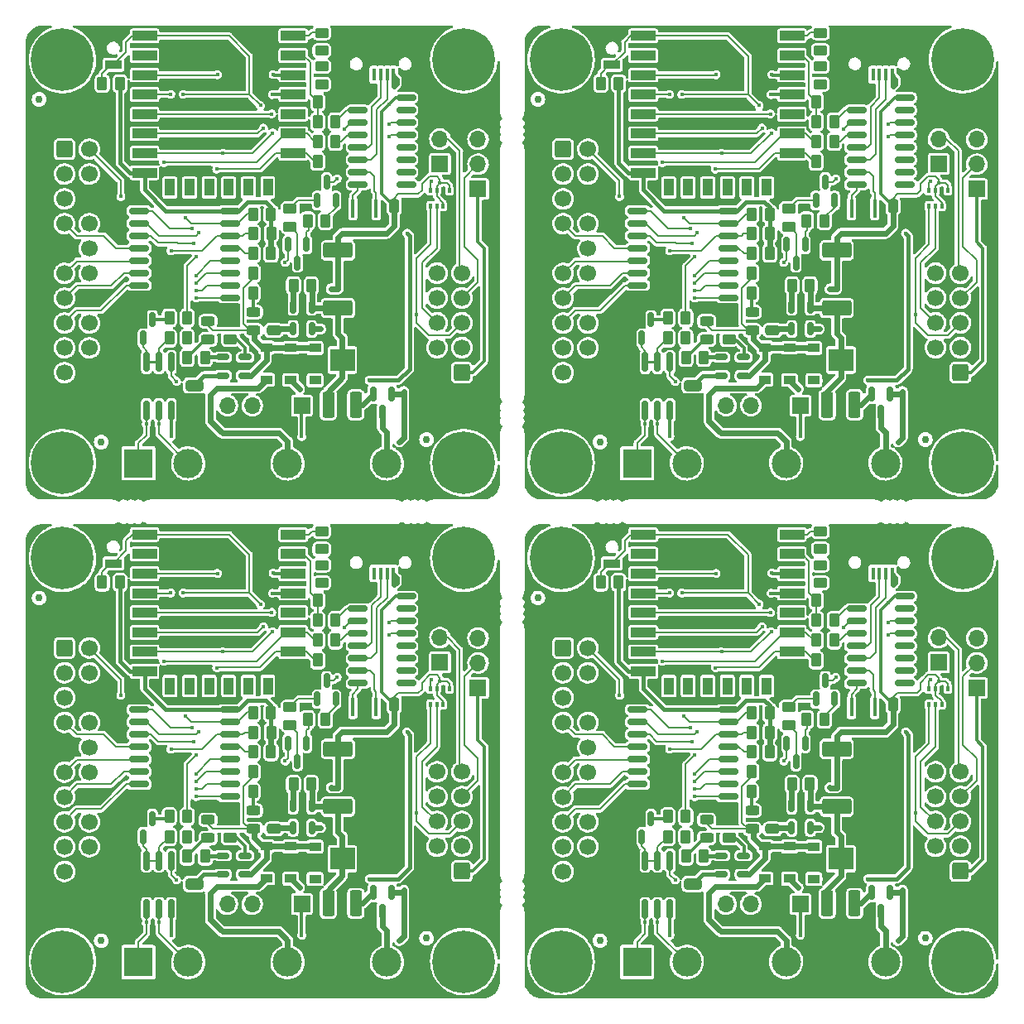
<source format=gtl>
G04 #@! TF.GenerationSoftware,KiCad,Pcbnew,(6.0.9)*
G04 #@! TF.CreationDate,2023-01-12T22:26:45+07:00*
G04 #@! TF.ProjectId,ESP12CORE_B_panel,45535031-3243-44f5-9245-5f425f70616e,rev?*
G04 #@! TF.SameCoordinates,Original*
G04 #@! TF.FileFunction,Copper,L1,Top*
G04 #@! TF.FilePolarity,Positive*
%FSLAX46Y46*%
G04 Gerber Fmt 4.6, Leading zero omitted, Abs format (unit mm)*
G04 Created by KiCad (PCBNEW (6.0.9)) date 2023-01-12 22:26:45*
%MOMM*%
%LPD*%
G01*
G04 APERTURE LIST*
G04 Aperture macros list*
%AMRoundRect*
0 Rectangle with rounded corners*
0 $1 Rounding radius*
0 $2 $3 $4 $5 $6 $7 $8 $9 X,Y pos of 4 corners*
0 Add a 4 corners polygon primitive as box body*
4,1,4,$2,$3,$4,$5,$6,$7,$8,$9,$2,$3,0*
0 Add four circle primitives for the rounded corners*
1,1,$1+$1,$2,$3*
1,1,$1+$1,$4,$5*
1,1,$1+$1,$6,$7*
1,1,$1+$1,$8,$9*
0 Add four rect primitives between the rounded corners*
20,1,$1+$1,$2,$3,$4,$5,0*
20,1,$1+$1,$4,$5,$6,$7,0*
20,1,$1+$1,$6,$7,$8,$9,0*
20,1,$1+$1,$8,$9,$2,$3,0*%
G04 Aperture macros list end*
G04 #@! TA.AperFunction,SMDPad,CuDef*
%ADD10R,2.500000X1.000000*%
G04 #@! TD*
G04 #@! TA.AperFunction,SMDPad,CuDef*
%ADD11R,1.000000X1.800000*%
G04 #@! TD*
G04 #@! TA.AperFunction,ComponentPad*
%ADD12RoundRect,0.250000X0.600000X0.600000X-0.600000X0.600000X-0.600000X-0.600000X0.600000X-0.600000X0*%
G04 #@! TD*
G04 #@! TA.AperFunction,ComponentPad*
%ADD13C,1.700000*%
G04 #@! TD*
G04 #@! TA.AperFunction,ComponentPad*
%ADD14R,1.700000X1.700000*%
G04 #@! TD*
G04 #@! TA.AperFunction,ComponentPad*
%ADD15O,1.700000X1.700000*%
G04 #@! TD*
G04 #@! TA.AperFunction,SMDPad,CuDef*
%ADD16R,1.200000X0.900000*%
G04 #@! TD*
G04 #@! TA.AperFunction,SMDPad,CuDef*
%ADD17R,0.350000X0.500000*%
G04 #@! TD*
G04 #@! TA.AperFunction,SMDPad,CuDef*
%ADD18R,1.700000X0.900000*%
G04 #@! TD*
G04 #@! TA.AperFunction,SMDPad,CuDef*
%ADD19RoundRect,0.150000X-0.150000X0.587500X-0.150000X-0.587500X0.150000X-0.587500X0.150000X0.587500X0*%
G04 #@! TD*
G04 #@! TA.AperFunction,SMDPad,CuDef*
%ADD20RoundRect,0.250000X-0.262500X-0.450000X0.262500X-0.450000X0.262500X0.450000X-0.262500X0.450000X0*%
G04 #@! TD*
G04 #@! TA.AperFunction,SMDPad,CuDef*
%ADD21RoundRect,0.250000X0.262500X0.450000X-0.262500X0.450000X-0.262500X-0.450000X0.262500X-0.450000X0*%
G04 #@! TD*
G04 #@! TA.AperFunction,SMDPad,CuDef*
%ADD22RoundRect,0.250000X-1.250000X-0.550000X1.250000X-0.550000X1.250000X0.550000X-1.250000X0.550000X0*%
G04 #@! TD*
G04 #@! TA.AperFunction,SMDPad,CuDef*
%ADD23RoundRect,0.150000X-0.875000X-0.150000X0.875000X-0.150000X0.875000X0.150000X-0.875000X0.150000X0*%
G04 #@! TD*
G04 #@! TA.AperFunction,ComponentPad*
%ADD24C,0.800000*%
G04 #@! TD*
G04 #@! TA.AperFunction,ComponentPad*
%ADD25C,6.400000*%
G04 #@! TD*
G04 #@! TA.AperFunction,SMDPad,CuDef*
%ADD26RoundRect,0.250000X-0.250000X-0.475000X0.250000X-0.475000X0.250000X0.475000X-0.250000X0.475000X0*%
G04 #@! TD*
G04 #@! TA.AperFunction,SMDPad,CuDef*
%ADD27RoundRect,0.150000X-0.825000X-0.150000X0.825000X-0.150000X0.825000X0.150000X-0.825000X0.150000X0*%
G04 #@! TD*
G04 #@! TA.AperFunction,SMDPad,CuDef*
%ADD28C,0.750000*%
G04 #@! TD*
G04 #@! TA.AperFunction,ComponentPad*
%ADD29RoundRect,0.250000X-0.600000X-0.600000X0.600000X-0.600000X0.600000X0.600000X-0.600000X0.600000X0*%
G04 #@! TD*
G04 #@! TA.AperFunction,SMDPad,CuDef*
%ADD30RoundRect,0.150000X0.150000X-0.587500X0.150000X0.587500X-0.150000X0.587500X-0.150000X-0.587500X0*%
G04 #@! TD*
G04 #@! TA.AperFunction,SMDPad,CuDef*
%ADD31RoundRect,0.150000X-0.512500X-0.150000X0.512500X-0.150000X0.512500X0.150000X-0.512500X0.150000X0*%
G04 #@! TD*
G04 #@! TA.AperFunction,SMDPad,CuDef*
%ADD32R,2.500000X2.300000*%
G04 #@! TD*
G04 #@! TA.AperFunction,SMDPad,CuDef*
%ADD33RoundRect,0.250000X-0.650000X0.325000X-0.650000X-0.325000X0.650000X-0.325000X0.650000X0.325000X0*%
G04 #@! TD*
G04 #@! TA.AperFunction,SMDPad,CuDef*
%ADD34RoundRect,0.250000X0.450000X-0.262500X0.450000X0.262500X-0.450000X0.262500X-0.450000X-0.262500X0*%
G04 #@! TD*
G04 #@! TA.AperFunction,SMDPad,CuDef*
%ADD35RoundRect,0.250000X0.475000X-0.250000X0.475000X0.250000X-0.475000X0.250000X-0.475000X-0.250000X0*%
G04 #@! TD*
G04 #@! TA.AperFunction,SMDPad,CuDef*
%ADD36RoundRect,0.150000X-0.150000X0.825000X-0.150000X-0.825000X0.150000X-0.825000X0.150000X0.825000X0*%
G04 #@! TD*
G04 #@! TA.AperFunction,SMDPad,CuDef*
%ADD37RoundRect,0.150000X-0.150000X0.512500X-0.150000X-0.512500X0.150000X-0.512500X0.150000X0.512500X0*%
G04 #@! TD*
G04 #@! TA.AperFunction,SMDPad,CuDef*
%ADD38RoundRect,0.243750X-0.456250X0.243750X-0.456250X-0.243750X0.456250X-0.243750X0.456250X0.243750X0*%
G04 #@! TD*
G04 #@! TA.AperFunction,SMDPad,CuDef*
%ADD39RoundRect,0.243750X0.456250X-0.243750X0.456250X0.243750X-0.456250X0.243750X-0.456250X-0.243750X0*%
G04 #@! TD*
G04 #@! TA.AperFunction,SMDPad,CuDef*
%ADD40R,0.450000X1.300000*%
G04 #@! TD*
G04 #@! TA.AperFunction,ComponentPad*
%ADD41O,1.150000X1.800000*%
G04 #@! TD*
G04 #@! TA.AperFunction,ComponentPad*
%ADD42O,1.450000X2.000000*%
G04 #@! TD*
G04 #@! TA.AperFunction,SMDPad,CuDef*
%ADD43RoundRect,0.250000X0.375000X1.075000X-0.375000X1.075000X-0.375000X-1.075000X0.375000X-1.075000X0*%
G04 #@! TD*
G04 #@! TA.AperFunction,SMDPad,CuDef*
%ADD44R,0.400000X1.900000*%
G04 #@! TD*
G04 #@! TA.AperFunction,ComponentPad*
%ADD45R,3.000000X3.000000*%
G04 #@! TD*
G04 #@! TA.AperFunction,ComponentPad*
%ADD46C,3.000000*%
G04 #@! TD*
G04 #@! TA.AperFunction,SMDPad,CuDef*
%ADD47RoundRect,0.250000X-0.450000X0.262500X-0.450000X-0.262500X0.450000X-0.262500X0.450000X0.262500X0*%
G04 #@! TD*
G04 #@! TA.AperFunction,ViaPad*
%ADD48C,0.400000*%
G04 #@! TD*
G04 #@! TA.AperFunction,Conductor*
%ADD49C,0.200000*%
G04 #@! TD*
G04 #@! TA.AperFunction,Conductor*
%ADD50C,0.300000*%
G04 #@! TD*
G04 #@! TA.AperFunction,Conductor*
%ADD51C,0.400000*%
G04 #@! TD*
G04 #@! TA.AperFunction,Conductor*
%ADD52C,0.600000*%
G04 #@! TD*
G04 APERTURE END LIST*
D10*
X164400000Y-112328000D03*
X164400000Y-114328000D03*
X164400000Y-116328000D03*
X164400000Y-118328000D03*
X164400000Y-120328000D03*
X164400000Y-122328000D03*
X164400000Y-124328000D03*
X164400000Y-126328000D03*
D11*
X167000000Y-127828000D03*
X169000000Y-127828000D03*
X171000000Y-127828000D03*
X173000000Y-127828000D03*
X175000000Y-127828000D03*
X177000000Y-127828000D03*
D10*
X179600000Y-126328000D03*
X179600000Y-124328000D03*
X179600000Y-122328000D03*
X179600000Y-120328000D03*
X179600000Y-118328000D03*
X179600000Y-116328000D03*
X179600000Y-114328000D03*
X179600000Y-112328000D03*
X113400000Y-112328000D03*
X113400000Y-114328000D03*
X113400000Y-116328000D03*
X113400000Y-118328000D03*
X113400000Y-120328000D03*
X113400000Y-122328000D03*
X113400000Y-124328000D03*
X113400000Y-126328000D03*
D11*
X116000000Y-127828000D03*
X118000000Y-127828000D03*
X120000000Y-127828000D03*
X122000000Y-127828000D03*
X124000000Y-127828000D03*
X126000000Y-127828000D03*
D10*
X128600000Y-126328000D03*
X128600000Y-124328000D03*
X128600000Y-122328000D03*
X128600000Y-120328000D03*
X128600000Y-118328000D03*
X128600000Y-116328000D03*
X128600000Y-114328000D03*
X128600000Y-112328000D03*
D12*
X145843909Y-95758668D03*
D13*
X143303909Y-95758668D03*
X145843909Y-93218668D03*
X143303909Y-93218668D03*
X145843909Y-90678668D03*
X143303909Y-90678668D03*
X145843909Y-88138668D03*
X143303909Y-88138668D03*
X145843909Y-85598668D03*
X143303909Y-85598668D03*
D14*
X180480000Y-99133737D03*
D15*
X177940000Y-99133737D03*
X175400000Y-99133737D03*
X172860000Y-99133737D03*
D16*
X179350000Y-147525000D03*
X179350000Y-144225000D03*
D17*
X195572362Y-78726687D03*
X194922362Y-78726687D03*
X194272362Y-78726687D03*
X193622362Y-78726687D03*
X193622362Y-77126687D03*
X194272362Y-77126687D03*
X194922362Y-77126687D03*
X195572362Y-77126687D03*
D18*
X110200827Y-60887897D03*
X110200827Y-64287897D03*
D19*
X165197348Y-90358224D03*
X163297348Y-90358224D03*
X164247348Y-92233224D03*
D16*
X176852177Y-144199169D03*
X176852177Y-147499169D03*
D20*
X182105336Y-121104000D03*
X183930336Y-121104000D03*
D21*
X177316594Y-79561634D03*
X175491594Y-79561634D03*
D20*
X175476200Y-87630000D03*
X177301200Y-87630000D03*
D22*
X184182000Y-140154000D03*
X188582000Y-140154000D03*
D16*
X130825000Y-93250000D03*
X130825000Y-96550000D03*
D23*
X163825000Y-130230000D03*
X163825000Y-131500000D03*
X163825000Y-132770000D03*
X163825000Y-134040000D03*
X163825000Y-135310000D03*
X163825000Y-136580000D03*
X163825000Y-137850000D03*
X163825000Y-139120000D03*
X173125000Y-139120000D03*
X173125000Y-137850000D03*
X173125000Y-136580000D03*
X173125000Y-135310000D03*
X173125000Y-134040000D03*
X173125000Y-132770000D03*
X173125000Y-131500000D03*
X173125000Y-130230000D03*
D20*
X124510809Y-136598000D03*
X126335809Y-136598000D03*
X131105336Y-121104000D03*
X132930336Y-121104000D03*
D24*
X144352944Y-103302944D03*
X146050000Y-102600000D03*
D25*
X146050000Y-105000000D03*
D24*
X147747056Y-103302944D03*
X146050000Y-107400000D03*
X144352944Y-106697056D03*
X147747056Y-106697056D03*
X143650000Y-105000000D03*
X148450000Y-105000000D03*
D21*
X168752500Y-143235934D03*
X166927500Y-143235934D03*
D19*
X129973541Y-82670793D03*
X128073541Y-82670793D03*
X129023541Y-84545793D03*
D21*
X177333864Y-83566000D03*
X175508864Y-83566000D03*
D20*
X175510809Y-136598000D03*
X177335809Y-136598000D03*
D16*
X181825000Y-93250000D03*
X181825000Y-96550000D03*
D21*
X131915699Y-80238384D03*
X130090699Y-80238384D03*
X183933550Y-72136000D03*
X182108550Y-72136000D03*
D26*
X189938000Y-129740000D03*
X191838000Y-129740000D03*
D21*
X183932840Y-68072000D03*
X182107840Y-68072000D03*
X181452500Y-86868000D03*
X179627500Y-86868000D03*
D27*
X135203064Y-118647726D03*
X135203064Y-119917726D03*
X135203064Y-121187726D03*
X135203064Y-122457726D03*
X135203064Y-123727726D03*
X135203064Y-124997726D03*
X135203064Y-126267726D03*
X135203064Y-127537726D03*
X140153064Y-127537726D03*
X140153064Y-126267726D03*
X140153064Y-124997726D03*
X140153064Y-123727726D03*
X140153064Y-122457726D03*
X140153064Y-121187726D03*
X140153064Y-119917726D03*
X140153064Y-118647726D03*
D21*
X168752500Y-92235934D03*
X166927500Y-92235934D03*
D24*
X105000000Y-117150000D03*
X106697056Y-116447056D03*
X102600000Y-114750000D03*
X105000000Y-112350000D03*
X103302944Y-113052944D03*
D25*
X105000000Y-114750000D03*
D24*
X106697056Y-113052944D03*
X103302944Y-116447056D03*
X107400000Y-114750000D03*
D28*
X142240000Y-153616000D03*
D22*
X133186648Y-134263189D03*
X137586648Y-134263189D03*
D29*
X156204868Y-123917125D03*
D13*
X158744868Y-123917125D03*
X156204868Y-126457125D03*
X158744868Y-126457125D03*
X156204868Y-128997125D03*
X158744868Y-128997125D03*
X156204868Y-131537125D03*
X158744868Y-131537125D03*
X156204868Y-134077125D03*
X158744868Y-134077125D03*
X156204868Y-136617125D03*
X158744868Y-136617125D03*
X156204868Y-139157125D03*
X158744868Y-139157125D03*
X156204868Y-141697125D03*
X158744868Y-141697125D03*
X156204868Y-144237125D03*
X158744868Y-144237125D03*
X156204868Y-146777125D03*
X158744868Y-146777125D03*
D30*
X131063050Y-129153500D03*
X132963050Y-129153500D03*
X132013050Y-127278500D03*
D31*
X172392500Y-145180000D03*
X172392500Y-146130000D03*
X172392500Y-147080000D03*
X174667500Y-147080000D03*
X174667500Y-145180000D03*
D21*
X117752500Y-141170000D03*
X115927500Y-141170000D03*
D26*
X189938000Y-78740000D03*
X191838000Y-78740000D03*
D28*
X102616000Y-118818000D03*
D16*
X179350000Y-96525000D03*
X179350000Y-93225000D03*
D20*
X182105336Y-70104000D03*
X183930336Y-70104000D03*
D28*
X108966000Y-102870000D03*
D14*
X143606599Y-74422000D03*
D15*
X143606599Y-71882000D03*
X143606599Y-69342000D03*
D16*
X181825000Y-144250000D03*
X181825000Y-147550000D03*
D14*
X147500856Y-127995980D03*
D15*
X147500856Y-125455980D03*
X147500856Y-122915980D03*
X147500856Y-120375980D03*
D32*
X184622000Y-94488000D03*
X188922000Y-94488000D03*
D31*
X121392500Y-94180000D03*
X121392500Y-95130000D03*
X121392500Y-96080000D03*
X123667500Y-96080000D03*
X123667500Y-94180000D03*
D33*
X118480000Y-97075000D03*
X118480000Y-100025000D03*
D34*
X122174000Y-92352500D03*
X122174000Y-90527500D03*
D22*
X184186648Y-134263189D03*
X188586648Y-134263189D03*
D16*
X128350000Y-96525000D03*
X128350000Y-93225000D03*
D24*
X153600000Y-156000000D03*
X156000000Y-158400000D03*
D25*
X156000000Y-156000000D03*
D24*
X157697056Y-154302944D03*
X157697056Y-157697056D03*
X158400000Y-156000000D03*
X156000000Y-153600000D03*
X154302944Y-154302944D03*
X154302944Y-157697056D03*
D29*
X105204868Y-72917125D03*
D13*
X107744868Y-72917125D03*
X105204868Y-75457125D03*
X107744868Y-75457125D03*
X105204868Y-77997125D03*
X107744868Y-77997125D03*
X105204868Y-80537125D03*
X107744868Y-80537125D03*
X105204868Y-83077125D03*
X107744868Y-83077125D03*
X105204868Y-85617125D03*
X107744868Y-85617125D03*
X105204868Y-88157125D03*
X107744868Y-88157125D03*
X105204868Y-90697125D03*
X107744868Y-90697125D03*
X105204868Y-93237125D03*
X107744868Y-93237125D03*
X105204868Y-95777125D03*
X107744868Y-95777125D03*
D32*
X133622000Y-94488000D03*
X137922000Y-94488000D03*
D21*
X132933550Y-72136000D03*
X131108550Y-72136000D03*
D35*
X177618095Y-91440000D03*
X177618095Y-89540000D03*
D33*
X169480000Y-148075000D03*
X169480000Y-151025000D03*
D34*
X173174000Y-143352500D03*
X173174000Y-141527500D03*
D28*
X193240000Y-102616000D03*
D16*
X125852177Y-93199169D03*
X125852177Y-96499169D03*
D21*
X132933550Y-123136000D03*
X131108550Y-123136000D03*
X126333864Y-83566000D03*
X124508864Y-83566000D03*
D16*
X128350000Y-147525000D03*
X128350000Y-144225000D03*
D24*
X144352944Y-62052944D03*
X144352944Y-65447056D03*
X147747056Y-65447056D03*
X146050000Y-61350000D03*
X147747056Y-62052944D03*
X143650000Y-63750000D03*
X146050000Y-66150000D03*
D25*
X146050000Y-63750000D03*
D24*
X148450000Y-63750000D03*
D20*
X124476200Y-138630000D03*
X126301200Y-138630000D03*
D21*
X132932840Y-68072000D03*
X131107840Y-68072000D03*
D20*
X124510809Y-85598000D03*
X126335809Y-85598000D03*
D19*
X138663636Y-97959082D03*
X136763636Y-97959082D03*
X137713636Y-99834082D03*
D28*
X108966000Y-153870000D03*
D21*
X131915699Y-131238384D03*
X130090699Y-131238384D03*
D36*
X167130000Y-94675000D03*
X165860000Y-94675000D03*
X164590000Y-94675000D03*
X163320000Y-94675000D03*
X163320000Y-99625000D03*
X164590000Y-99625000D03*
X165860000Y-99625000D03*
X167130000Y-99625000D03*
D20*
X182098906Y-125168000D03*
X183923906Y-125168000D03*
D22*
X133186648Y-83263189D03*
X137586648Y-83263189D03*
D34*
X182508320Y-117268384D03*
X182508320Y-115443384D03*
D19*
X189663636Y-148959082D03*
X187763636Y-148959082D03*
X188713636Y-150834082D03*
D34*
X179270000Y-80819000D03*
X179270000Y-78994000D03*
D21*
X183933550Y-123136000D03*
X182108550Y-123136000D03*
D14*
X194606599Y-125422000D03*
D15*
X194606599Y-122882000D03*
X194606599Y-120342000D03*
D21*
X119588725Y-145234000D03*
X117763725Y-145234000D03*
D24*
X197050000Y-66150000D03*
X199450000Y-63750000D03*
X194650000Y-63750000D03*
X198747056Y-62052944D03*
X195352944Y-65447056D03*
X197050000Y-61350000D03*
X195352944Y-62052944D03*
D25*
X197050000Y-63750000D03*
D24*
X198747056Y-65447056D03*
D23*
X163825000Y-79230000D03*
X163825000Y-80500000D03*
X163825000Y-81770000D03*
X163825000Y-83040000D03*
X163825000Y-84310000D03*
X163825000Y-85580000D03*
X163825000Y-86850000D03*
X163825000Y-88120000D03*
X173125000Y-88120000D03*
X173125000Y-86850000D03*
X173125000Y-85580000D03*
X173125000Y-84310000D03*
X173125000Y-83040000D03*
X173125000Y-81770000D03*
X173125000Y-80500000D03*
X173125000Y-79230000D03*
D22*
X184186648Y-83263189D03*
X188586648Y-83263189D03*
D24*
X197050000Y-158400000D03*
X195352944Y-154302944D03*
X194650000Y-156000000D03*
X197050000Y-153600000D03*
X198747056Y-154302944D03*
X198747056Y-157697056D03*
D25*
X197050000Y-156000000D03*
D24*
X199450000Y-156000000D03*
X195352944Y-157697056D03*
D21*
X110890107Y-117206359D03*
X109065107Y-117206359D03*
D34*
X131508320Y-117268384D03*
X131508320Y-115443384D03*
D21*
X117752500Y-90170000D03*
X115927500Y-90170000D03*
D37*
X181490000Y-89032500D03*
X180540000Y-89032500D03*
X179590000Y-89032500D03*
X179590000Y-91307500D03*
X181490000Y-91307500D03*
D38*
X124538237Y-89565000D03*
X124538237Y-91440000D03*
D37*
X130490000Y-140032500D03*
X129540000Y-140032500D03*
X128590000Y-140032500D03*
X128590000Y-142307500D03*
X130490000Y-142307500D03*
D19*
X114197348Y-90358224D03*
X112297348Y-90358224D03*
X113247348Y-92233224D03*
D21*
X126316594Y-130561634D03*
X124491594Y-130561634D03*
D33*
X118480000Y-148075000D03*
X118480000Y-151025000D03*
D21*
X126342608Y-132564676D03*
X124517608Y-132564676D03*
D38*
X175538237Y-89565000D03*
X175538237Y-91440000D03*
D39*
X170888000Y-143377500D03*
X170888000Y-141502500D03*
D22*
X133182000Y-89154000D03*
X137582000Y-89154000D03*
D19*
X129973541Y-133670793D03*
X128073541Y-133670793D03*
X129023541Y-135545793D03*
D20*
X131098906Y-74168000D03*
X132923906Y-74168000D03*
D29*
X156204868Y-72917125D03*
D13*
X158744868Y-72917125D03*
X156204868Y-75457125D03*
X158744868Y-75457125D03*
X156204868Y-77997125D03*
X158744868Y-77997125D03*
X156204868Y-80537125D03*
X158744868Y-80537125D03*
X156204868Y-83077125D03*
X158744868Y-83077125D03*
X156204868Y-85617125D03*
X158744868Y-85617125D03*
X156204868Y-88157125D03*
X158744868Y-88157125D03*
X156204868Y-90697125D03*
X158744868Y-90697125D03*
X156204868Y-93237125D03*
X158744868Y-93237125D03*
X156204868Y-95777125D03*
X158744868Y-95777125D03*
D14*
X129480000Y-99133737D03*
D15*
X126940000Y-99133737D03*
X124400000Y-99133737D03*
X121860000Y-99133737D03*
D40*
X189841582Y-116290224D03*
X189191582Y-116290224D03*
X188541582Y-116290224D03*
X187891582Y-116290224D03*
X187241582Y-116290224D03*
D41*
X192416582Y-112440224D03*
D42*
X192266582Y-116240224D03*
X184816582Y-116240224D03*
D41*
X184666582Y-112440224D03*
D39*
X170888000Y-92377500D03*
X170888000Y-90502500D03*
D22*
X133182000Y-140154000D03*
X137582000Y-140154000D03*
D12*
X196843909Y-146758668D03*
D13*
X194303909Y-146758668D03*
X196843909Y-144218668D03*
X194303909Y-144218668D03*
X196843909Y-141678668D03*
X194303909Y-141678668D03*
X196843909Y-139138668D03*
X194303909Y-139138668D03*
X196843909Y-136598668D03*
X194303909Y-136598668D03*
D14*
X147500856Y-76995980D03*
D15*
X147500856Y-74455980D03*
X147500856Y-71915980D03*
X147500856Y-69375980D03*
D20*
X131105336Y-70104000D03*
X132930336Y-70104000D03*
D24*
X143650000Y-114750000D03*
D25*
X146050000Y-114750000D03*
D24*
X147747056Y-116447056D03*
X144352944Y-116447056D03*
X146050000Y-117150000D03*
X147747056Y-113052944D03*
X146050000Y-112350000D03*
X148450000Y-114750000D03*
X144352944Y-113052944D03*
X153600000Y-105000000D03*
X156000000Y-102600000D03*
D25*
X156000000Y-105000000D03*
D24*
X157697056Y-103302944D03*
X158400000Y-105000000D03*
X157697056Y-106697056D03*
X154302944Y-106697056D03*
X156000000Y-107400000D03*
X154302944Y-103302944D03*
D21*
X177342608Y-81564676D03*
X175517608Y-81564676D03*
D19*
X165197348Y-141358224D03*
X163297348Y-141358224D03*
X164247348Y-143233224D03*
D22*
X184182000Y-89154000D03*
X188582000Y-89154000D03*
D28*
X153616000Y-67818000D03*
D38*
X175538237Y-140565000D03*
X175538237Y-142440000D03*
D21*
X117752500Y-143235934D03*
X115927500Y-143235934D03*
X170588725Y-145234000D03*
X168763725Y-145234000D03*
D43*
X135004000Y-150060000D03*
X132204000Y-150060000D03*
D21*
X170588725Y-94234000D03*
X168763725Y-94234000D03*
D27*
X186203064Y-67647726D03*
X186203064Y-68917726D03*
X186203064Y-70187726D03*
X186203064Y-71457726D03*
X186203064Y-72727726D03*
X186203064Y-73997726D03*
X186203064Y-75267726D03*
X186203064Y-76537726D03*
X191153064Y-76537726D03*
X191153064Y-75267726D03*
X191153064Y-73997726D03*
X191153064Y-72727726D03*
X191153064Y-71457726D03*
X191153064Y-70187726D03*
X191153064Y-68917726D03*
X191153064Y-67647726D03*
D23*
X112825000Y-130230000D03*
X112825000Y-131500000D03*
X112825000Y-132770000D03*
X112825000Y-134040000D03*
X112825000Y-135310000D03*
X112825000Y-136580000D03*
X112825000Y-137850000D03*
X112825000Y-139120000D03*
X122125000Y-139120000D03*
X122125000Y-137850000D03*
X122125000Y-136580000D03*
X122125000Y-135310000D03*
X122125000Y-134040000D03*
X122125000Y-132770000D03*
X122125000Y-131500000D03*
X122125000Y-130230000D03*
D24*
X143650000Y-156000000D03*
X146050000Y-158400000D03*
X146050000Y-153600000D03*
X144352944Y-154302944D03*
X147747056Y-154302944D03*
X148450000Y-156000000D03*
X144352944Y-157697056D03*
X147747056Y-157697056D03*
D25*
X146050000Y-156000000D03*
D34*
X182508320Y-66268384D03*
X182508320Y-64443384D03*
D31*
X172392500Y-94180000D03*
X172392500Y-95130000D03*
X172392500Y-96080000D03*
X174667500Y-96080000D03*
X174667500Y-94180000D03*
D29*
X105204868Y-123917125D03*
D13*
X107744868Y-123917125D03*
X105204868Y-126457125D03*
X107744868Y-126457125D03*
X105204868Y-128997125D03*
X107744868Y-128997125D03*
X105204868Y-131537125D03*
X107744868Y-131537125D03*
X105204868Y-134077125D03*
X107744868Y-134077125D03*
X105204868Y-136617125D03*
X107744868Y-136617125D03*
X105204868Y-139157125D03*
X107744868Y-139157125D03*
X105204868Y-141697125D03*
X107744868Y-141697125D03*
X105204868Y-144237125D03*
X107744868Y-144237125D03*
X105204868Y-146777125D03*
X107744868Y-146777125D03*
D17*
X195572362Y-129726687D03*
X194922362Y-129726687D03*
X194272362Y-129726687D03*
X193622362Y-129726687D03*
X193622362Y-128126687D03*
X194272362Y-128126687D03*
X194922362Y-128126687D03*
X195572362Y-128126687D03*
D37*
X181490000Y-140032500D03*
X180540000Y-140032500D03*
X179590000Y-140032500D03*
X179590000Y-142307500D03*
X181490000Y-142307500D03*
D28*
X159966000Y-102870000D03*
X142240000Y-102616000D03*
D24*
X105000000Y-66150000D03*
X103302944Y-62052944D03*
X102600000Y-63750000D03*
D25*
X105000000Y-63750000D03*
D24*
X107400000Y-63750000D03*
X106697056Y-65447056D03*
X103302944Y-65447056D03*
X106697056Y-62052944D03*
X105000000Y-61350000D03*
D37*
X130490000Y-89032500D03*
X129540000Y-89032500D03*
X128590000Y-89032500D03*
X128590000Y-91307500D03*
X130490000Y-91307500D03*
D34*
X128270000Y-80819000D03*
X128270000Y-78994000D03*
D21*
X177333864Y-134566000D03*
X175508864Y-134566000D03*
D16*
X125852177Y-144199169D03*
X125852177Y-147499169D03*
D35*
X177618095Y-142440000D03*
X177618095Y-140540000D03*
D21*
X161890107Y-117206359D03*
X160065107Y-117206359D03*
D44*
X188090000Y-129994000D03*
X186890000Y-129994000D03*
X185690000Y-129994000D03*
D14*
X198500856Y-127995980D03*
D15*
X198500856Y-125455980D03*
X198500856Y-122915980D03*
X198500856Y-120375980D03*
D14*
X129480000Y-150133737D03*
D15*
X126940000Y-150133737D03*
X124400000Y-150133737D03*
X121860000Y-150133737D03*
D21*
X132932840Y-119072000D03*
X131107840Y-119072000D03*
D34*
X179270000Y-131819000D03*
X179270000Y-129994000D03*
D31*
X121392500Y-145180000D03*
X121392500Y-146130000D03*
X121392500Y-147080000D03*
X123667500Y-147080000D03*
X123667500Y-145180000D03*
D45*
X112773429Y-156050688D03*
D46*
X117853429Y-156050688D03*
X122933429Y-156050688D03*
X128013429Y-156050688D03*
X133093429Y-156050688D03*
X138173429Y-156050688D03*
D17*
X144572362Y-78726687D03*
X143922362Y-78726687D03*
X143272362Y-78726687D03*
X142622362Y-78726687D03*
X142622362Y-77126687D03*
X143272362Y-77126687D03*
X143922362Y-77126687D03*
X144572362Y-77126687D03*
D21*
X126316594Y-79561634D03*
X124491594Y-79561634D03*
X168752500Y-90170000D03*
X166927500Y-90170000D03*
D34*
X128270000Y-131819000D03*
X128270000Y-129994000D03*
D44*
X137090000Y-129994000D03*
X135890000Y-129994000D03*
X134690000Y-129994000D03*
D45*
X163773429Y-105050688D03*
D46*
X168853429Y-105050688D03*
X173933429Y-105050688D03*
X179013429Y-105050688D03*
X184093429Y-105050688D03*
X189173429Y-105050688D03*
D43*
X186004000Y-99060000D03*
X183204000Y-99060000D03*
X186004000Y-150060000D03*
X183204000Y-150060000D03*
D21*
X126333864Y-134566000D03*
X124508864Y-134566000D03*
X168752500Y-141170000D03*
X166927500Y-141170000D03*
X117752500Y-92235934D03*
X115927500Y-92235934D03*
D28*
X102616000Y-67818000D03*
D21*
X161890107Y-66206359D03*
X160065107Y-66206359D03*
D34*
X173174000Y-92352500D03*
X173174000Y-90527500D03*
D20*
X175476200Y-138630000D03*
X177301200Y-138630000D03*
D30*
X182063050Y-78153500D03*
X183963050Y-78153500D03*
X183013050Y-76278500D03*
D34*
X131508320Y-66268384D03*
X131508320Y-64443384D03*
D20*
X175510809Y-85598000D03*
X177335809Y-85598000D03*
D21*
X181452500Y-137868000D03*
X179627500Y-137868000D03*
D19*
X180973541Y-133670793D03*
X179073541Y-133670793D03*
X180023541Y-135545793D03*
X138663636Y-148959082D03*
X136763636Y-148959082D03*
X137713636Y-150834082D03*
D21*
X119588725Y-94234000D03*
X117763725Y-94234000D03*
D14*
X198500856Y-76995980D03*
D15*
X198500856Y-74455980D03*
X198500856Y-71915980D03*
X198500856Y-69375980D03*
D28*
X153616000Y-118818000D03*
D14*
X180480000Y-150133737D03*
D15*
X177940000Y-150133737D03*
X175400000Y-150133737D03*
X172860000Y-150133737D03*
D47*
X182521512Y-112002915D03*
X182521512Y-113827915D03*
D21*
X130452500Y-137868000D03*
X128627500Y-137868000D03*
D35*
X126618095Y-142440000D03*
X126618095Y-140540000D03*
D21*
X183932840Y-119072000D03*
X182107840Y-119072000D03*
D28*
X159966000Y-153870000D03*
D36*
X167130000Y-145675000D03*
X165860000Y-145675000D03*
X164590000Y-145675000D03*
X163320000Y-145675000D03*
X163320000Y-150625000D03*
X164590000Y-150625000D03*
X165860000Y-150625000D03*
X167130000Y-150625000D03*
D32*
X133622000Y-145488000D03*
X137922000Y-145488000D03*
D19*
X180973541Y-82670793D03*
X179073541Y-82670793D03*
X180023541Y-84545793D03*
D36*
X116130000Y-94675000D03*
X114860000Y-94675000D03*
X113590000Y-94675000D03*
X112320000Y-94675000D03*
X112320000Y-99625000D03*
X113590000Y-99625000D03*
X114860000Y-99625000D03*
X116130000Y-99625000D03*
D27*
X135203064Y-67647726D03*
X135203064Y-68917726D03*
X135203064Y-70187726D03*
X135203064Y-71457726D03*
X135203064Y-72727726D03*
X135203064Y-73997726D03*
X135203064Y-75267726D03*
X135203064Y-76537726D03*
X140153064Y-76537726D03*
X140153064Y-75267726D03*
X140153064Y-73997726D03*
X140153064Y-72727726D03*
X140153064Y-71457726D03*
X140153064Y-70187726D03*
X140153064Y-68917726D03*
X140153064Y-67647726D03*
D35*
X126618095Y-91440000D03*
X126618095Y-89540000D03*
D20*
X124476200Y-87630000D03*
X126301200Y-87630000D03*
D44*
X188090000Y-78994000D03*
X186890000Y-78994000D03*
X185690000Y-78994000D03*
D21*
X182915699Y-131238384D03*
X181090699Y-131238384D03*
D10*
X164400000Y-61328000D03*
X164400000Y-63328000D03*
X164400000Y-65328000D03*
X164400000Y-67328000D03*
X164400000Y-69328000D03*
X164400000Y-71328000D03*
X164400000Y-73328000D03*
X164400000Y-75328000D03*
D11*
X167000000Y-76828000D03*
X169000000Y-76828000D03*
X171000000Y-76828000D03*
X173000000Y-76828000D03*
X175000000Y-76828000D03*
X177000000Y-76828000D03*
D10*
X179600000Y-75328000D03*
X179600000Y-73328000D03*
X179600000Y-71328000D03*
X179600000Y-69328000D03*
X179600000Y-67328000D03*
X179600000Y-65328000D03*
X179600000Y-63328000D03*
X179600000Y-61328000D03*
D47*
X131521512Y-61002915D03*
X131521512Y-62827915D03*
D19*
X114197348Y-141358224D03*
X112297348Y-141358224D03*
X113247348Y-143233224D03*
D36*
X116130000Y-145675000D03*
X114860000Y-145675000D03*
X113590000Y-145675000D03*
X112320000Y-145675000D03*
X112320000Y-150625000D03*
X113590000Y-150625000D03*
X114860000Y-150625000D03*
X116130000Y-150625000D03*
D40*
X189841582Y-65290224D03*
X189191582Y-65290224D03*
X188541582Y-65290224D03*
X187891582Y-65290224D03*
X187241582Y-65290224D03*
D41*
X184666582Y-61440224D03*
D42*
X184816582Y-65240224D03*
X192266582Y-65240224D03*
D41*
X192416582Y-61440224D03*
D24*
X154302944Y-62052944D03*
D25*
X156000000Y-63750000D03*
D24*
X154302944Y-65447056D03*
X157697056Y-62052944D03*
X157697056Y-65447056D03*
X156000000Y-66150000D03*
X156000000Y-61350000D03*
X153600000Y-63750000D03*
X158400000Y-63750000D03*
D23*
X112825000Y-79230000D03*
X112825000Y-80500000D03*
X112825000Y-81770000D03*
X112825000Y-83040000D03*
X112825000Y-84310000D03*
X112825000Y-85580000D03*
X112825000Y-86850000D03*
X112825000Y-88120000D03*
X122125000Y-88120000D03*
X122125000Y-86850000D03*
X122125000Y-85580000D03*
X122125000Y-84310000D03*
X122125000Y-83040000D03*
X122125000Y-81770000D03*
X122125000Y-80500000D03*
X122125000Y-79230000D03*
D18*
X161200827Y-111887897D03*
X161200827Y-115287897D03*
D24*
X105000000Y-107400000D03*
X106697056Y-106697056D03*
X102600000Y-105000000D03*
D25*
X105000000Y-105000000D03*
D24*
X105000000Y-102600000D03*
X103302944Y-103302944D03*
X107400000Y-105000000D03*
X103302944Y-106697056D03*
X106697056Y-103302944D03*
D21*
X126342608Y-81564676D03*
X124517608Y-81564676D03*
D24*
X195352944Y-103302944D03*
X195352944Y-106697056D03*
X194650000Y-105000000D03*
X198747056Y-106697056D03*
X198747056Y-103302944D03*
X197050000Y-107400000D03*
X197050000Y-102600000D03*
D25*
X197050000Y-105000000D03*
D24*
X199450000Y-105000000D03*
D16*
X176852177Y-93199169D03*
X176852177Y-96499169D03*
D25*
X156000000Y-114750000D03*
D24*
X158400000Y-114750000D03*
X156000000Y-117150000D03*
X157697056Y-116447056D03*
X154302944Y-113052944D03*
X157697056Y-113052944D03*
X153600000Y-114750000D03*
X154302944Y-116447056D03*
X156000000Y-112350000D03*
D30*
X182063050Y-129153500D03*
X183963050Y-129153500D03*
X183013050Y-127278500D03*
D10*
X113400000Y-61328000D03*
X113400000Y-63328000D03*
X113400000Y-65328000D03*
X113400000Y-67328000D03*
X113400000Y-69328000D03*
X113400000Y-71328000D03*
X113400000Y-73328000D03*
X113400000Y-75328000D03*
D11*
X116000000Y-76828000D03*
X118000000Y-76828000D03*
X120000000Y-76828000D03*
X122000000Y-76828000D03*
X124000000Y-76828000D03*
X126000000Y-76828000D03*
D10*
X128600000Y-75328000D03*
X128600000Y-73328000D03*
X128600000Y-71328000D03*
X128600000Y-69328000D03*
X128600000Y-67328000D03*
X128600000Y-65328000D03*
X128600000Y-63328000D03*
X128600000Y-61328000D03*
D26*
X138938000Y-129740000D03*
X140838000Y-129740000D03*
D24*
X199450000Y-114750000D03*
D25*
X197050000Y-114750000D03*
D24*
X194650000Y-114750000D03*
X198747056Y-116447056D03*
X197050000Y-117150000D03*
X197050000Y-112350000D03*
X198747056Y-113052944D03*
X195352944Y-113052944D03*
X195352944Y-116447056D03*
D27*
X186203064Y-118647726D03*
X186203064Y-119917726D03*
X186203064Y-121187726D03*
X186203064Y-122457726D03*
X186203064Y-123727726D03*
X186203064Y-124997726D03*
X186203064Y-126267726D03*
X186203064Y-127537726D03*
X191153064Y-127537726D03*
X191153064Y-126267726D03*
X191153064Y-124997726D03*
X191153064Y-123727726D03*
X191153064Y-122457726D03*
X191153064Y-121187726D03*
X191153064Y-119917726D03*
X191153064Y-118647726D03*
D21*
X182915699Y-80238384D03*
X181090699Y-80238384D03*
X177342608Y-132564676D03*
X175517608Y-132564676D03*
D26*
X138938000Y-78740000D03*
X140838000Y-78740000D03*
D18*
X110200827Y-111887897D03*
X110200827Y-115287897D03*
D16*
X130825000Y-144250000D03*
X130825000Y-147550000D03*
D24*
X103302944Y-157697056D03*
X107400000Y-156000000D03*
D25*
X105000000Y-156000000D03*
D24*
X105000000Y-158400000D03*
X106697056Y-157697056D03*
X102600000Y-156000000D03*
X106697056Y-154302944D03*
X103302944Y-154302944D03*
X105000000Y-153600000D03*
D45*
X112773429Y-105050688D03*
D46*
X117853429Y-105050688D03*
X122933429Y-105050688D03*
X128013429Y-105050688D03*
X133093429Y-105050688D03*
X138173429Y-105050688D03*
D14*
X143606599Y-125422000D03*
D15*
X143606599Y-122882000D03*
X143606599Y-120342000D03*
D21*
X130452500Y-86868000D03*
X128627500Y-86868000D03*
D38*
X124538237Y-140565000D03*
X124538237Y-142440000D03*
D19*
X189663636Y-97959082D03*
X187763636Y-97959082D03*
X188713636Y-99834082D03*
D28*
X193240000Y-153616000D03*
D47*
X131521512Y-112002915D03*
X131521512Y-113827915D03*
D44*
X137090000Y-78994000D03*
X135890000Y-78994000D03*
X134690000Y-78994000D03*
D32*
X184622000Y-145488000D03*
X188922000Y-145488000D03*
D14*
X194606599Y-74422000D03*
D15*
X194606599Y-71882000D03*
X194606599Y-69342000D03*
D30*
X131063050Y-78153500D03*
X132963050Y-78153500D03*
X132013050Y-76278500D03*
D17*
X144572362Y-129726687D03*
X143922362Y-129726687D03*
X143272362Y-129726687D03*
X142622362Y-129726687D03*
X142622362Y-128126687D03*
X143272362Y-128126687D03*
X143922362Y-128126687D03*
X144572362Y-128126687D03*
D20*
X131098906Y-125168000D03*
X132923906Y-125168000D03*
D43*
X135004000Y-99060000D03*
X132204000Y-99060000D03*
D34*
X122174000Y-143352500D03*
X122174000Y-141527500D03*
D40*
X138841582Y-65290224D03*
X138191582Y-65290224D03*
X137541582Y-65290224D03*
X136891582Y-65290224D03*
X136241582Y-65290224D03*
D42*
X133816582Y-65240224D03*
D41*
X141416582Y-61440224D03*
D42*
X141266582Y-65240224D03*
D41*
X133666582Y-61440224D03*
D18*
X161200827Y-60887897D03*
X161200827Y-64287897D03*
D47*
X182521512Y-61002915D03*
X182521512Y-62827915D03*
D20*
X182098906Y-74168000D03*
X183923906Y-74168000D03*
D21*
X177316594Y-130561634D03*
X175491594Y-130561634D03*
D40*
X138841582Y-116290224D03*
X138191582Y-116290224D03*
X137541582Y-116290224D03*
X136891582Y-116290224D03*
X136241582Y-116290224D03*
D41*
X133666582Y-112440224D03*
D42*
X133816582Y-116240224D03*
X141266582Y-116240224D03*
D41*
X141416582Y-112440224D03*
D21*
X110890107Y-66206359D03*
X109065107Y-66206359D03*
D39*
X119888000Y-143377500D03*
X119888000Y-141502500D03*
D12*
X196843909Y-95758668D03*
D13*
X194303909Y-95758668D03*
X196843909Y-93218668D03*
X194303909Y-93218668D03*
X196843909Y-90678668D03*
X194303909Y-90678668D03*
X196843909Y-88138668D03*
X194303909Y-88138668D03*
X196843909Y-85598668D03*
X194303909Y-85598668D03*
D33*
X169480000Y-97075000D03*
X169480000Y-100025000D03*
D39*
X119888000Y-92377500D03*
X119888000Y-90502500D03*
D12*
X145843909Y-146758668D03*
D13*
X143303909Y-146758668D03*
X145843909Y-144218668D03*
X143303909Y-144218668D03*
X145843909Y-141678668D03*
X143303909Y-141678668D03*
X145843909Y-139138668D03*
X143303909Y-139138668D03*
X145843909Y-136598668D03*
X143303909Y-136598668D03*
D45*
X163773429Y-156050688D03*
D46*
X168853429Y-156050688D03*
X173933429Y-156050688D03*
X179013429Y-156050688D03*
X184093429Y-156050688D03*
X189173429Y-156050688D03*
D48*
X177630000Y-140560000D03*
X173210000Y-140320000D03*
X122210000Y-89320000D03*
X126630000Y-89560000D03*
X173210000Y-89320000D03*
X126630000Y-140560000D03*
X122210000Y-140320000D03*
X177630000Y-89560000D03*
X176550000Y-70750000D03*
X125550000Y-121750000D03*
X125550000Y-70750000D03*
X176550000Y-121750000D03*
X167660000Y-147660000D03*
X177500500Y-71250000D03*
X116660000Y-147660000D03*
X121410000Y-124328000D03*
X167660000Y-96660000D03*
X116660000Y-96660000D03*
X172410000Y-124328000D03*
X121410000Y-73328000D03*
X172410000Y-73328000D03*
X177500500Y-122250000D03*
X126500500Y-71250000D03*
X126500500Y-122250000D03*
X126400000Y-69300000D03*
X177400000Y-69300000D03*
X177400000Y-120300000D03*
X126400000Y-120300000D03*
X179778000Y-69342000D03*
X133096000Y-75946000D03*
X133096000Y-126946000D03*
X128778000Y-120342000D03*
X179778000Y-120342000D03*
X184096000Y-75946000D03*
X128778000Y-69342000D03*
X184096000Y-126946000D03*
X117348000Y-67310000D03*
X178775000Y-135500500D03*
X176250000Y-119450000D03*
X168348000Y-67310000D03*
X178775000Y-84500500D03*
X117348000Y-118310000D03*
X127775000Y-84500500D03*
X127775000Y-135500500D03*
X125250000Y-119450000D03*
X176250000Y-68450000D03*
X168348000Y-118310000D03*
X125250000Y-68450000D03*
X115350000Y-74290000D03*
X115350000Y-125290000D03*
X166350000Y-74290000D03*
X166350000Y-125290000D03*
X113371812Y-114356369D03*
X164371812Y-63356369D03*
X164371812Y-114356369D03*
X113371812Y-63356369D03*
X171850000Y-116300000D03*
X182508320Y-64443384D03*
X131508320Y-64443384D03*
X171850000Y-65300000D03*
X120850000Y-65300000D03*
X131508320Y-115443384D03*
X120850000Y-116300000D03*
X182508320Y-115443384D03*
X116078000Y-67310000D03*
X167078000Y-118310000D03*
X167078000Y-67310000D03*
X116078000Y-118310000D03*
X118480000Y-97075000D03*
X169480000Y-148075000D03*
X169480000Y-97075000D03*
X118480000Y-148075000D03*
X118670250Y-83910250D03*
X171780000Y-74950000D03*
X179775000Y-73425000D03*
X169670250Y-83910250D03*
X118670250Y-134910250D03*
X120780000Y-74950000D03*
X171780000Y-125950000D03*
X179775000Y-124425000D03*
X120780000Y-125950000D03*
X169670250Y-134910250D03*
X128775000Y-73425000D03*
X128775000Y-124425000D03*
X184604000Y-145479000D03*
X133604000Y-94479000D03*
X184604000Y-94479000D03*
X133604000Y-145479000D03*
X184858000Y-70866000D03*
X182504542Y-113818984D03*
X133858000Y-121866000D03*
X182504542Y-62818984D03*
X131504542Y-62818984D03*
X131504542Y-113818984D03*
X184858000Y-121866000D03*
X133858000Y-70866000D03*
X132930336Y-70104000D03*
X132930336Y-121104000D03*
X183930336Y-70104000D03*
X183930336Y-121104000D03*
X126474000Y-67328000D03*
X126474000Y-118328000D03*
X177474000Y-67328000D03*
X177474000Y-118328000D03*
X141225000Y-140825000D03*
X141225000Y-89825000D03*
X167100000Y-83287500D03*
X116100000Y-83287500D03*
X116100000Y-134287500D03*
X124517608Y-81564676D03*
X167100000Y-134287500D03*
X192225000Y-140825000D03*
X192225000Y-89825000D03*
X175517608Y-132564676D03*
X124517608Y-132564676D03*
X175517608Y-81564676D03*
X177550000Y-116275000D03*
X126550000Y-65275000D03*
X168580000Y-79930000D03*
X117580000Y-79930000D03*
X177550000Y-65275000D03*
X124460000Y-79502000D03*
X168580000Y-130930000D03*
X124460000Y-130502000D03*
X175460000Y-130502000D03*
X126550000Y-116275000D03*
X117580000Y-130930000D03*
X175460000Y-79502000D03*
X131925845Y-80198484D03*
X138430000Y-71628000D03*
X131925845Y-131198484D03*
X189430000Y-122628000D03*
X138430000Y-122628000D03*
X189430000Y-71628000D03*
X182925845Y-131198484D03*
X182925845Y-80198484D03*
X128270000Y-80772000D03*
X138430000Y-70358000D03*
X189430000Y-70358000D03*
X179270000Y-131772000D03*
X179270000Y-80772000D03*
X138430000Y-121358000D03*
X189430000Y-121358000D03*
X128270000Y-131772000D03*
X138430000Y-119326000D03*
X189430000Y-68326000D03*
X183486400Y-138198200D03*
X182394200Y-142313000D03*
X131525662Y-117279945D03*
X182525662Y-66279945D03*
X133186648Y-134263189D03*
X132933550Y-123136000D03*
X182394200Y-91313000D03*
X132486400Y-87198200D03*
X177325000Y-83000000D03*
X143606599Y-76357401D03*
X133186648Y-83263189D03*
X126325000Y-83550000D03*
X132933550Y-72136000D03*
X138430000Y-68326000D03*
X131525662Y-66279945D03*
X183486400Y-87198200D03*
X194606599Y-76357401D03*
X132366157Y-83271647D03*
X131394200Y-91313000D03*
X177325000Y-134000000D03*
X182525662Y-117279945D03*
X126325000Y-134000000D03*
X132366157Y-134271647D03*
X131394200Y-142313000D03*
X126325000Y-83000000D03*
X183933550Y-123136000D03*
X183366157Y-83271647D03*
X132486400Y-138198200D03*
X194606599Y-127357401D03*
X183366157Y-134271647D03*
X177325000Y-134550000D03*
X189430000Y-119326000D03*
X143606599Y-127357401D03*
X184186648Y-134263189D03*
X183933550Y-72136000D03*
X184186648Y-83263189D03*
X177325000Y-83550000D03*
X126325000Y-134550000D03*
X130875000Y-93250000D03*
X181875000Y-93250000D03*
X161975000Y-128762500D03*
X190900000Y-97700000D03*
X190460000Y-102850000D03*
X190900000Y-148700000D03*
X110975000Y-128762500D03*
X139460000Y-153850000D03*
X139900000Y-148700000D03*
X110975000Y-77762500D03*
X190460000Y-153850000D03*
X181875000Y-144250000D03*
X139900000Y-97700000D03*
X139460000Y-102850000D03*
X161975000Y-77762500D03*
X130875000Y-144250000D03*
X189938000Y-117548000D03*
X140226000Y-81516000D03*
X182288000Y-96550000D03*
X189938000Y-66548000D03*
X191510000Y-81800000D03*
X136368000Y-96550000D03*
X136800000Y-96550000D03*
X140510000Y-81800000D03*
X140226000Y-132516000D03*
X131288000Y-147550000D03*
X138938000Y-117548000D03*
X182288000Y-147550000D03*
X138938000Y-66548000D03*
X139192000Y-117294000D03*
X187368000Y-147550000D03*
X191510000Y-132800000D03*
X140510000Y-132800000D03*
X187800000Y-96550000D03*
X139192000Y-66294000D03*
X190192000Y-66294000D03*
X187800000Y-147550000D03*
X191226000Y-132516000D03*
X136800000Y-147550000D03*
X187368000Y-96550000D03*
X191226000Y-81516000D03*
X181820000Y-96550000D03*
X130820000Y-147550000D03*
X136368000Y-147550000D03*
X181820000Y-147550000D03*
X190192000Y-117294000D03*
X131288000Y-96550000D03*
X130820000Y-96550000D03*
X118930000Y-132490000D03*
X169930000Y-81490000D03*
X118930000Y-81490000D03*
X169930000Y-132490000D03*
X165860000Y-152000000D03*
X165860000Y-101000000D03*
X114860000Y-101000000D03*
X114860000Y-152000000D03*
X169650000Y-85810000D03*
X118650000Y-136810000D03*
X169650000Y-136810000D03*
X118650000Y-85810000D03*
X164570000Y-152000000D03*
X113570000Y-152000000D03*
X164570000Y-101000000D03*
X113570000Y-101000000D03*
X169661000Y-86614000D03*
X118661000Y-86614000D03*
X169661000Y-137614000D03*
X118661000Y-137614000D03*
X169675000Y-138375000D03*
X169675000Y-87375000D03*
X118675000Y-87375000D03*
X118675000Y-138375000D03*
X118675000Y-88125000D03*
X169675000Y-88125000D03*
X118675000Y-139125000D03*
X169675000Y-139125000D03*
X118240000Y-132060000D03*
X169240000Y-132060000D03*
X118240000Y-81060000D03*
X169240000Y-81060000D03*
X169390000Y-82510000D03*
X118390000Y-82510000D03*
X169390000Y-133510000D03*
X118390000Y-133510000D03*
X185990000Y-99030000D03*
X134650000Y-99030000D03*
X179320000Y-147510000D03*
X134990000Y-99030000D03*
X180250000Y-97440000D03*
X180250000Y-148440000D03*
X185650000Y-99030000D03*
X129250000Y-148440000D03*
X128320000Y-147510000D03*
X134650000Y-150030000D03*
X179320000Y-96510000D03*
X134990000Y-150030000D03*
X129250000Y-97440000D03*
X185650000Y-150030000D03*
X185990000Y-150030000D03*
X128320000Y-96510000D03*
X193748000Y-76200000D03*
X193748000Y-127200000D03*
X142748000Y-76200000D03*
X142748000Y-127200000D03*
X167130000Y-102300000D03*
X168752500Y-92235934D03*
X180470000Y-102300500D03*
X116130000Y-153300000D03*
X168752500Y-143235934D03*
X117752500Y-143235934D03*
X117752500Y-92235934D03*
X116130000Y-102300000D03*
X167130000Y-153300000D03*
X129470000Y-102300500D03*
X180470000Y-153300500D03*
X129470000Y-153300500D03*
D49*
X122174000Y-140356000D02*
X122210000Y-140320000D01*
X144572362Y-78726687D02*
X144572362Y-78278362D01*
X144572362Y-78278362D02*
X143922362Y-77628362D01*
X143922362Y-128628362D02*
X143922362Y-128126687D01*
X144572362Y-129278362D02*
X143922362Y-128628362D01*
X173174000Y-90527500D02*
X173174000Y-89356000D01*
X122174000Y-141527500D02*
X122174000Y-140356000D01*
X194922362Y-77628362D02*
X194922362Y-77126687D01*
X144572362Y-129726687D02*
X144572362Y-129278362D01*
X195572362Y-78726687D02*
X195572362Y-78278362D01*
X173174000Y-89356000D02*
X173210000Y-89320000D01*
X173174000Y-140356000D02*
X173210000Y-140320000D01*
X173174000Y-141527500D02*
X173174000Y-140356000D01*
X195572362Y-78278362D02*
X194922362Y-77628362D01*
X195572362Y-129726687D02*
X195572362Y-129278362D01*
X122174000Y-89356000D02*
X122210000Y-89320000D01*
X143922362Y-77628362D02*
X143922362Y-77126687D01*
X195572362Y-129278362D02*
X194922362Y-128628362D01*
X122174000Y-90527500D02*
X122174000Y-89356000D01*
X194922362Y-128628362D02*
X194922362Y-128126687D01*
X125550000Y-121750000D02*
X124972000Y-122328000D01*
X146100000Y-126856836D02*
X147500856Y-125455980D01*
X147475000Y-135250000D02*
X146100000Y-133875000D01*
X146100000Y-82875000D02*
X146100000Y-75856836D01*
X176550000Y-121750000D02*
X175972000Y-122328000D01*
X196843909Y-88138668D02*
X198475000Y-86507577D01*
X198475000Y-135250000D02*
X197100000Y-133875000D01*
X124972000Y-71328000D02*
X113400000Y-71328000D01*
X176550000Y-70750000D02*
X175972000Y-71328000D01*
X198475000Y-84250000D02*
X197100000Y-82875000D01*
X175972000Y-71328000D02*
X164400000Y-71328000D01*
X197100000Y-126856836D02*
X198500856Y-125455980D01*
X125550000Y-70750000D02*
X124972000Y-71328000D01*
X196843909Y-139138668D02*
X198475000Y-137507577D01*
X147475000Y-137507577D02*
X147475000Y-135250000D01*
X197100000Y-75856836D02*
X198500856Y-74455980D01*
X124972000Y-122328000D02*
X113400000Y-122328000D01*
X197100000Y-133875000D02*
X197100000Y-126856836D01*
X145843909Y-88138668D02*
X147475000Y-86507577D01*
X147475000Y-84250000D02*
X146100000Y-82875000D01*
X147475000Y-86507577D02*
X147475000Y-84250000D01*
X198475000Y-86507577D02*
X198475000Y-84250000D01*
X198475000Y-137507577D02*
X198475000Y-135250000D01*
X197100000Y-82875000D02*
X197100000Y-75856836D01*
X145843909Y-139138668D02*
X147475000Y-137507577D01*
X146100000Y-133875000D02*
X146100000Y-126856836D01*
X175972000Y-122328000D02*
X164400000Y-122328000D01*
X146100000Y-75856836D02*
X147500856Y-74455980D01*
X126500500Y-71250000D02*
X124422500Y-73328000D01*
X167130000Y-147130000D02*
X167130000Y-145675000D01*
X175422500Y-73328000D02*
X164400000Y-73328000D01*
X124422500Y-73328000D02*
X113400000Y-73328000D01*
X116660000Y-147660000D02*
X116130000Y-147130000D01*
X177500500Y-71250000D02*
X175422500Y-73328000D01*
X177500500Y-122250000D02*
X175422500Y-124328000D01*
X167130000Y-96130000D02*
X167130000Y-94675000D01*
X116130000Y-147130000D02*
X116130000Y-145675000D01*
X116660000Y-96660000D02*
X116130000Y-96130000D01*
X124422500Y-124328000D02*
X113400000Y-124328000D01*
X167660000Y-147660000D02*
X167130000Y-147130000D01*
X116130000Y-96130000D02*
X116130000Y-94675000D01*
X175422500Y-124328000D02*
X164400000Y-124328000D01*
X126500500Y-122250000D02*
X124422500Y-124328000D01*
X167660000Y-96660000D02*
X167130000Y-96130000D01*
X145625000Y-73100000D02*
X144407000Y-71882000D01*
X177372000Y-69328000D02*
X164400000Y-69328000D01*
X145625000Y-85379759D02*
X145625000Y-73100000D01*
X195407000Y-122882000D02*
X194606599Y-122882000D01*
X195407000Y-71882000D02*
X194606599Y-71882000D01*
X177400000Y-120300000D02*
X177372000Y-120328000D01*
X196625000Y-73100000D02*
X195407000Y-71882000D01*
X177372000Y-120328000D02*
X164400000Y-120328000D01*
X145625000Y-124100000D02*
X144407000Y-122882000D01*
X144407000Y-122882000D02*
X143606599Y-122882000D01*
X126372000Y-120328000D02*
X113400000Y-120328000D01*
X196625000Y-85379759D02*
X196625000Y-73100000D01*
X145625000Y-136379759D02*
X145625000Y-124100000D01*
X196625000Y-124100000D02*
X195407000Y-122882000D01*
X126400000Y-69300000D02*
X126372000Y-69328000D01*
X144407000Y-71882000D02*
X143606599Y-71882000D01*
X126400000Y-120300000D02*
X126372000Y-120328000D01*
X177400000Y-69300000D02*
X177372000Y-69328000D01*
X196625000Y-136379759D02*
X196625000Y-124100000D01*
X126372000Y-69328000D02*
X113400000Y-69328000D01*
X132763500Y-76278500D02*
X133096000Y-75946000D01*
X183013050Y-76278500D02*
X183763500Y-76278500D01*
X132013050Y-127278500D02*
X132763500Y-127278500D01*
X183763500Y-127278500D02*
X184096000Y-126946000D01*
X132763500Y-127278500D02*
X133096000Y-126946000D01*
X183013050Y-127278500D02*
X183763500Y-127278500D01*
X132013050Y-76278500D02*
X132763500Y-76278500D01*
X183763500Y-76278500D02*
X184096000Y-75946000D01*
X175110000Y-63385000D02*
X173053000Y-61328000D01*
X168348000Y-118310000D02*
X175110000Y-118310000D01*
X128073541Y-84201959D02*
X128073541Y-82670793D01*
X162506000Y-113992000D02*
X162506000Y-112976000D01*
X179073541Y-84201959D02*
X179073541Y-82670793D01*
X112154000Y-112328000D02*
X113400000Y-112328000D01*
X161210103Y-64287897D02*
X162506000Y-62992000D01*
X117348000Y-67310000D02*
X124110000Y-67310000D01*
X111506000Y-112976000D02*
X112154000Y-112328000D01*
X160065107Y-116178893D02*
X160956103Y-115287897D01*
X178775000Y-135500500D02*
X179073541Y-135201959D01*
X125250000Y-119450000D02*
X124110000Y-118310000D01*
X113400000Y-112328000D02*
X122053000Y-112328000D01*
X124110000Y-63385000D02*
X122053000Y-61328000D01*
X111506000Y-113992000D02*
X111506000Y-112976000D01*
X124110000Y-118310000D02*
X124110000Y-114385000D01*
X127775000Y-84500500D02*
X128073541Y-84201959D01*
X160065107Y-66206359D02*
X160065107Y-65178893D01*
X110210103Y-64287897D02*
X111506000Y-62992000D01*
X109065107Y-65178893D02*
X109956103Y-64287897D01*
X162506000Y-62992000D02*
X162506000Y-61976000D01*
X178775000Y-84500500D02*
X179073541Y-84201959D01*
X160065107Y-117206359D02*
X160065107Y-116178893D01*
X179073541Y-135201959D02*
X179073541Y-133670793D01*
X113400000Y-61328000D02*
X122053000Y-61328000D01*
X127775000Y-135500500D02*
X128073541Y-135201959D01*
X124110000Y-67310000D02*
X124110000Y-63385000D01*
X111506000Y-62992000D02*
X111506000Y-61976000D01*
X160065107Y-65178893D02*
X160956103Y-64287897D01*
X109065107Y-116178893D02*
X109956103Y-115287897D01*
X109065107Y-66206359D02*
X109065107Y-65178893D01*
X162506000Y-112976000D02*
X163154000Y-112328000D01*
X117348000Y-118310000D02*
X124110000Y-118310000D01*
X125250000Y-68450000D02*
X124110000Y-67310000D01*
X176250000Y-119450000D02*
X175110000Y-118310000D01*
X168348000Y-67310000D02*
X175110000Y-67310000D01*
X164400000Y-61328000D02*
X173053000Y-61328000D01*
X124110000Y-114385000D02*
X122053000Y-112328000D01*
X109065107Y-117206359D02*
X109065107Y-116178893D01*
X162506000Y-61976000D02*
X163154000Y-61328000D01*
X161210103Y-115287897D02*
X162506000Y-113992000D01*
X175110000Y-118310000D02*
X175110000Y-114385000D01*
X164400000Y-112328000D02*
X173053000Y-112328000D01*
X110210103Y-115287897D02*
X111506000Y-113992000D01*
X176250000Y-68450000D02*
X175110000Y-67310000D01*
X175110000Y-67310000D02*
X175110000Y-63385000D01*
X112154000Y-61328000D02*
X113400000Y-61328000D01*
X111506000Y-61976000D02*
X112154000Y-61328000D01*
X175110000Y-114385000D02*
X173053000Y-112328000D01*
X163154000Y-61328000D02*
X164400000Y-61328000D01*
X128073541Y-135201959D02*
X128073541Y-133670793D01*
X163154000Y-112328000D02*
X164400000Y-112328000D01*
X124859000Y-125277000D02*
X127808000Y-122328000D01*
X166363000Y-125277000D02*
X175859000Y-125277000D01*
X179600000Y-71328000D02*
X181002000Y-71328000D01*
X181002000Y-71328000D02*
X181810000Y-72136000D01*
X128600000Y-71328000D02*
X130002000Y-71328000D01*
X130002000Y-122328000D02*
X130810000Y-123136000D01*
X175859000Y-74277000D02*
X178808000Y-71328000D01*
X166363000Y-74277000D02*
X175859000Y-74277000D01*
X179600000Y-122328000D02*
X181002000Y-122328000D01*
X130002000Y-71328000D02*
X130810000Y-72136000D01*
X115350000Y-74290000D02*
X115363000Y-74277000D01*
X115363000Y-74277000D02*
X124859000Y-74277000D01*
X115350000Y-125290000D02*
X115363000Y-125277000D01*
X128600000Y-122328000D02*
X130002000Y-122328000D01*
X115363000Y-125277000D02*
X124859000Y-125277000D01*
X124859000Y-74277000D02*
X127808000Y-71328000D01*
X181002000Y-122328000D02*
X181810000Y-123136000D01*
X166350000Y-125290000D02*
X166363000Y-125277000D01*
X175859000Y-125277000D02*
X178808000Y-122328000D01*
X166350000Y-74290000D02*
X166363000Y-74277000D01*
X130318000Y-115024000D02*
X130318000Y-118282160D01*
X180622000Y-63328000D02*
X181318000Y-64024000D01*
X182105336Y-121104000D02*
X182105336Y-119074504D01*
X131105336Y-70104000D02*
X131105336Y-68074504D01*
X181318000Y-115024000D02*
X181318000Y-118282160D01*
X129622000Y-114328000D02*
X130318000Y-115024000D01*
X181318000Y-118282160D02*
X182107840Y-119072000D01*
X130318000Y-64024000D02*
X130318000Y-67282160D01*
X181318000Y-64024000D02*
X181318000Y-67282160D01*
X130318000Y-67282160D02*
X131107840Y-68072000D01*
X180622000Y-114328000D02*
X181318000Y-115024000D01*
X181318000Y-67282160D02*
X182107840Y-68072000D01*
X131105336Y-121104000D02*
X131105336Y-119074504D01*
X129622000Y-63328000D02*
X130318000Y-64024000D01*
X182105336Y-70104000D02*
X182105336Y-68074504D01*
X130318000Y-118282160D02*
X131107840Y-119072000D01*
X120822000Y-116328000D02*
X113400000Y-116328000D01*
X120850000Y-116300000D02*
X120822000Y-116328000D01*
X120850000Y-65300000D02*
X120822000Y-65328000D01*
X171850000Y-116300000D02*
X171822000Y-116328000D01*
X171822000Y-116328000D02*
X164400000Y-116328000D01*
X120822000Y-65328000D02*
X113400000Y-65328000D01*
X171822000Y-65328000D02*
X164400000Y-65328000D01*
X171850000Y-65300000D02*
X171822000Y-65328000D01*
X113400000Y-67328000D02*
X116060000Y-67328000D01*
X116060000Y-67328000D02*
X116078000Y-67310000D01*
X164400000Y-118328000D02*
X167060000Y-118328000D01*
X164400000Y-67328000D02*
X167060000Y-67328000D01*
X167060000Y-67328000D02*
X167078000Y-67310000D01*
X167060000Y-118328000D02*
X167078000Y-118310000D01*
X113400000Y-118328000D02*
X116060000Y-118328000D01*
X116060000Y-118328000D02*
X116078000Y-118310000D01*
X181151500Y-80010000D02*
X181151500Y-81176500D01*
X181151500Y-131010000D02*
X181151500Y-132176500D01*
X130151500Y-131010000D02*
X130151500Y-132176500D01*
X129973541Y-132354459D02*
X129973541Y-133670793D01*
X180973541Y-81354459D02*
X180973541Y-82670793D01*
X130151500Y-81176500D02*
X129973541Y-81354459D01*
X180973541Y-132354459D02*
X180973541Y-133670793D01*
X181151500Y-81176500D02*
X180973541Y-81354459D01*
X130151500Y-80010000D02*
X130151500Y-81176500D01*
X181151500Y-132176500D02*
X180973541Y-132354459D01*
X129973541Y-81354459D02*
X129973541Y-82670793D01*
X130151500Y-132176500D02*
X129973541Y-132354459D01*
D50*
X165197348Y-90358224D02*
X166598171Y-90358224D01*
X114197348Y-141358224D02*
X115598171Y-141358224D01*
X165197348Y-141358224D02*
X166598171Y-141358224D01*
X114197348Y-90358224D02*
X115598171Y-90358224D01*
D51*
X121392500Y-96080000D02*
X119475000Y-96080000D01*
D52*
X138173429Y-102618571D02*
X138173429Y-105050688D01*
D51*
X172392500Y-147080000D02*
X170475000Y-147080000D01*
D52*
X189176000Y-153616000D02*
X189173429Y-153618571D01*
X137713636Y-150834082D02*
X137713636Y-152391636D01*
X137713636Y-101391636D02*
X138176000Y-101854000D01*
X188713636Y-99834082D02*
X188713636Y-101391636D01*
X189176000Y-102616000D02*
X189173429Y-102618571D01*
X138173429Y-153618571D02*
X138173429Y-156050688D01*
X138176000Y-153616000D02*
X138173429Y-153618571D01*
X188713636Y-101391636D02*
X189176000Y-101854000D01*
D51*
X172392500Y-96080000D02*
X170475000Y-96080000D01*
X119475000Y-147080000D02*
X118480000Y-148075000D01*
D52*
X189176000Y-101854000D02*
X189176000Y-102616000D01*
D51*
X170475000Y-96080000D02*
X169480000Y-97075000D01*
D52*
X137713636Y-99834082D02*
X137713636Y-101391636D01*
X188713636Y-152391636D02*
X189176000Y-152854000D01*
X138176000Y-152854000D02*
X138176000Y-153616000D01*
D51*
X119475000Y-96080000D02*
X118480000Y-97075000D01*
D52*
X137713636Y-152391636D02*
X138176000Y-152854000D01*
X188713636Y-150834082D02*
X188713636Y-152391636D01*
X189176000Y-152854000D02*
X189176000Y-153616000D01*
D51*
X170475000Y-147080000D02*
X169480000Y-148075000D01*
D52*
X138176000Y-101854000D02*
X138176000Y-102616000D01*
D51*
X121392500Y-147080000D02*
X119475000Y-147080000D01*
D52*
X189173429Y-102618571D02*
X189173429Y-105050688D01*
X138176000Y-102616000D02*
X138173429Y-102618571D01*
X189173429Y-153618571D02*
X189173429Y-156050688D01*
D49*
X120780000Y-74950000D02*
X120800000Y-74930000D01*
X169670250Y-134910250D02*
X168752500Y-135828000D01*
X168752500Y-135828000D02*
X168752500Y-141170000D01*
X177824000Y-124328000D02*
X179600000Y-124328000D01*
X179600000Y-124328000D02*
X180970000Y-124328000D01*
X176222000Y-74930000D02*
X177824000Y-73328000D01*
X171800000Y-74930000D02*
X176222000Y-74930000D01*
X176222000Y-125930000D02*
X177824000Y-124328000D01*
X179600000Y-73328000D02*
X180970000Y-73328000D01*
X126824000Y-73328000D02*
X128600000Y-73328000D01*
X171780000Y-125950000D02*
X171800000Y-125930000D01*
X171780000Y-74950000D02*
X171800000Y-74930000D01*
X120800000Y-74930000D02*
X125222000Y-74930000D01*
X117752500Y-135828000D02*
X117752500Y-141170000D01*
X117752500Y-84828000D02*
X117752500Y-90170000D01*
X128600000Y-124328000D02*
X129970000Y-124328000D01*
X120780000Y-125950000D02*
X120800000Y-125930000D01*
X180970000Y-73328000D02*
X181810000Y-74168000D01*
X125222000Y-125930000D02*
X126824000Y-124328000D01*
X168752500Y-84828000D02*
X168752500Y-90170000D01*
X125222000Y-74930000D02*
X126824000Y-73328000D01*
X126824000Y-124328000D02*
X128600000Y-124328000D01*
X120800000Y-125930000D02*
X125222000Y-125930000D01*
X169670250Y-83910250D02*
X168752500Y-84828000D01*
X129970000Y-73328000D02*
X130810000Y-74168000D01*
X177824000Y-73328000D02*
X179600000Y-73328000D01*
X171800000Y-125930000D02*
X176222000Y-125930000D01*
X118670250Y-134910250D02*
X117752500Y-135828000D01*
X118670250Y-83910250D02*
X117752500Y-84828000D01*
X129970000Y-124328000D02*
X130810000Y-125168000D01*
X128600000Y-73328000D02*
X129970000Y-73328000D01*
X180970000Y-124328000D02*
X181810000Y-125168000D01*
D52*
X184604000Y-143202000D02*
X184182000Y-142780000D01*
X133182000Y-89154000D02*
X130810000Y-89154000D01*
X184604000Y-92202000D02*
X184182000Y-91780000D01*
X184182000Y-140154000D02*
X181810000Y-140154000D01*
X132204000Y-99060000D02*
X132204000Y-97666000D01*
X133182000Y-142780000D02*
X133182000Y-140154000D01*
X133604000Y-147266000D02*
X133604000Y-145479000D01*
X133604000Y-96266000D02*
X133604000Y-94479000D01*
X184604000Y-145479000D02*
X184604000Y-143202000D01*
X133182000Y-91780000D02*
X133182000Y-89154000D01*
X181490000Y-140032500D02*
X181490000Y-137905500D01*
X132204000Y-97666000D02*
X133604000Y-96266000D01*
X184182000Y-142780000D02*
X184182000Y-140154000D01*
X184182000Y-91780000D02*
X184182000Y-89154000D01*
X133604000Y-145479000D02*
X133604000Y-143202000D01*
X132204000Y-148666000D02*
X133604000Y-147266000D01*
X133182000Y-140154000D02*
X130810000Y-140154000D01*
X133604000Y-94479000D02*
X133604000Y-92202000D01*
X132204000Y-150060000D02*
X132204000Y-148666000D01*
X183204000Y-150060000D02*
X183204000Y-148666000D01*
X130490000Y-140032500D02*
X130490000Y-137905500D01*
X130490000Y-89032500D02*
X130490000Y-86905500D01*
X184604000Y-147266000D02*
X184604000Y-145479000D01*
X184604000Y-96266000D02*
X184604000Y-94479000D01*
X184182000Y-89154000D02*
X181810000Y-89154000D01*
X133604000Y-143202000D02*
X133182000Y-142780000D01*
X183204000Y-97666000D02*
X184604000Y-96266000D01*
X181490000Y-89032500D02*
X181490000Y-86905500D01*
X183204000Y-99060000D02*
X183204000Y-97666000D01*
X133604000Y-92202000D02*
X133182000Y-91780000D01*
X184604000Y-94479000D02*
X184604000Y-92202000D01*
X183204000Y-148666000D02*
X184604000Y-147266000D01*
X128590000Y-91307500D02*
X126746500Y-91307500D01*
X179590000Y-91307500D02*
X177746500Y-91307500D01*
X128590000Y-142307500D02*
X126746500Y-142307500D01*
X179590000Y-142307500D02*
X177746500Y-142307500D01*
D49*
X133858000Y-121866000D02*
X134536274Y-121187726D01*
X133858000Y-70866000D02*
X134536274Y-70187726D01*
X184858000Y-121866000D02*
X185536274Y-121187726D01*
X184858000Y-70866000D02*
X185536274Y-70187726D01*
X135203064Y-119917726D02*
X134116610Y-119917726D01*
X186203064Y-119917726D02*
X185116610Y-119917726D01*
X134116610Y-68917726D02*
X132930336Y-70104000D01*
X185116610Y-119917726D02*
X183930336Y-121104000D01*
X186203064Y-68917726D02*
X185116610Y-68917726D01*
X185116610Y-68917726D02*
X183930336Y-70104000D01*
X134116610Y-119917726D02*
X132930336Y-121104000D01*
X135203064Y-68917726D02*
X134116610Y-68917726D01*
X192225000Y-141679000D02*
X193494000Y-142948000D01*
X192225000Y-140825000D02*
X192224000Y-140824000D01*
X171820000Y-81770000D02*
X170302500Y-83287500D01*
X141225000Y-140825000D02*
X141225000Y-141679000D01*
X119302500Y-83287500D02*
X116100000Y-83287500D01*
X122125000Y-132770000D02*
X120820000Y-132770000D01*
X171820000Y-132770000D02*
X170302500Y-134287500D01*
X122125000Y-81770000D02*
X123455000Y-81770000D01*
X174455000Y-132770000D02*
X174660324Y-132564676D01*
X195574577Y-91948000D02*
X196843909Y-90678668D01*
X144574577Y-91948000D02*
X145843909Y-90678668D01*
X170302500Y-83287500D02*
X167100000Y-83287500D01*
X120820000Y-132770000D02*
X119302500Y-134287500D01*
X192224000Y-140824000D02*
X192224000Y-135074000D01*
D50*
X126474000Y-118328000D02*
X128600000Y-118328000D01*
D49*
X141225000Y-140825000D02*
X141224000Y-140824000D01*
X119302500Y-134287500D02*
X116100000Y-134287500D01*
X122125000Y-132770000D02*
X123455000Y-132770000D01*
X123660324Y-81564676D02*
X124517608Y-81564676D01*
X173125000Y-81770000D02*
X174455000Y-81770000D01*
X174660324Y-81564676D02*
X175517608Y-81564676D01*
X173125000Y-132770000D02*
X171820000Y-132770000D01*
X192224000Y-84074000D02*
X193622362Y-82675638D01*
X173125000Y-81770000D02*
X171820000Y-81770000D01*
X192225000Y-140825000D02*
X192225000Y-141679000D01*
X122125000Y-81770000D02*
X120820000Y-81770000D01*
X192225000Y-89825000D02*
X192224000Y-89824000D01*
D50*
X126474000Y-67328000D02*
X128600000Y-67328000D01*
D49*
X195574577Y-142948000D02*
X196843909Y-141678668D01*
X142622362Y-133675638D02*
X142622362Y-129726687D01*
X141224000Y-135074000D02*
X142622362Y-133675638D01*
D50*
X177474000Y-67328000D02*
X179600000Y-67328000D01*
D49*
X193494000Y-91948000D02*
X195574577Y-91948000D01*
D50*
X177474000Y-118328000D02*
X179600000Y-118328000D01*
D49*
X192224000Y-89824000D02*
X192224000Y-84074000D01*
X142622362Y-82675638D02*
X142622362Y-78726687D01*
X141224000Y-140824000D02*
X141224000Y-135074000D01*
X141225000Y-89825000D02*
X141224000Y-89824000D01*
X123660324Y-132564676D02*
X124517608Y-132564676D01*
X192225000Y-89825000D02*
X192225000Y-90679000D01*
X123455000Y-132770000D02*
X123660324Y-132564676D01*
X170302500Y-134287500D02*
X167100000Y-134287500D01*
X174660324Y-132564676D02*
X175517608Y-132564676D01*
X141225000Y-90679000D02*
X142494000Y-91948000D01*
X120820000Y-81770000D02*
X119302500Y-83287500D01*
X144574577Y-142948000D02*
X145843909Y-141678668D01*
X123455000Y-81770000D02*
X123660324Y-81564676D01*
X141225000Y-141679000D02*
X142494000Y-142948000D01*
X193622362Y-82675638D02*
X193622362Y-78726687D01*
X141225000Y-89825000D02*
X141225000Y-90679000D01*
X192225000Y-90679000D02*
X193494000Y-91948000D01*
X141224000Y-84074000D02*
X142622362Y-82675638D01*
X142494000Y-91948000D02*
X144574577Y-91948000D01*
X173125000Y-132770000D02*
X174455000Y-132770000D01*
X193622362Y-133675638D02*
X193622362Y-129726687D01*
X174455000Y-81770000D02*
X174660324Y-81564676D01*
X141224000Y-89824000D02*
X141224000Y-84074000D01*
X193494000Y-142948000D02*
X195574577Y-142948000D01*
X192224000Y-135074000D02*
X193622362Y-133675638D01*
X142494000Y-142948000D02*
X144574577Y-142948000D01*
X192800000Y-84514000D02*
X194272362Y-83041638D01*
X174948000Y-130502000D02*
X175460000Y-130502000D01*
X117580000Y-130930000D02*
X118150000Y-131500000D01*
X122950000Y-131500000D02*
X123948000Y-130502000D01*
X141800000Y-140174759D02*
X141800000Y-135514000D01*
D50*
X126603000Y-65328000D02*
X128600000Y-65328000D01*
D49*
X194303909Y-90678668D02*
X192800000Y-89174759D01*
X143303909Y-90678668D02*
X141800000Y-89174759D01*
X169150000Y-131500000D02*
X173125000Y-131500000D01*
X192800000Y-89174759D02*
X192800000Y-84514000D01*
X173950000Y-131500000D02*
X174948000Y-130502000D01*
X174948000Y-79502000D02*
X175460000Y-79502000D01*
X192800000Y-135514000D02*
X194272362Y-134041638D01*
X194303909Y-141678668D02*
X192800000Y-140174759D01*
X194272362Y-134041638D02*
X194272362Y-129726687D01*
D50*
X177550000Y-116275000D02*
X177603000Y-116328000D01*
D49*
X118150000Y-131500000D02*
X122125000Y-131500000D01*
X194272362Y-83041638D02*
X194272362Y-78726687D01*
X141800000Y-84514000D02*
X143272362Y-83041638D01*
X143303909Y-141678668D02*
X141800000Y-140174759D01*
X143272362Y-134041638D02*
X143272362Y-129726687D01*
D50*
X126550000Y-65275000D02*
X126603000Y-65328000D01*
D49*
X143272362Y-83041638D02*
X143272362Y-78726687D01*
D50*
X126603000Y-116328000D02*
X128600000Y-116328000D01*
D49*
X123948000Y-79502000D02*
X124460000Y-79502000D01*
D50*
X177550000Y-65275000D02*
X177603000Y-65328000D01*
D49*
X123948000Y-130502000D02*
X124460000Y-130502000D01*
D50*
X177603000Y-116328000D02*
X179600000Y-116328000D01*
D49*
X168580000Y-79930000D02*
X169150000Y-80500000D01*
X118150000Y-80500000D02*
X122125000Y-80500000D01*
X169150000Y-80500000D02*
X173125000Y-80500000D01*
D50*
X177603000Y-65328000D02*
X179600000Y-65328000D01*
D49*
X168580000Y-130930000D02*
X169150000Y-131500000D01*
X192800000Y-140174759D02*
X192800000Y-135514000D01*
X141800000Y-89174759D02*
X141800000Y-84514000D01*
X122950000Y-80500000D02*
X123948000Y-79502000D01*
X141800000Y-135514000D02*
X143272362Y-134041638D01*
X117580000Y-79930000D02*
X118150000Y-80500000D01*
X173950000Y-80500000D02*
X174948000Y-79502000D01*
D50*
X126550000Y-116275000D02*
X126603000Y-116328000D01*
D49*
X131976500Y-79859500D02*
X132963050Y-78872950D01*
X132963050Y-129872950D02*
X132963050Y-128872684D01*
X140153064Y-71457726D02*
X138600274Y-71457726D01*
X131976500Y-130859500D02*
X132963050Y-129872950D01*
X138600274Y-122457726D02*
X138430000Y-122628000D01*
X182976500Y-79859500D02*
X183963050Y-78872950D01*
X189600274Y-122457726D02*
X189430000Y-122628000D01*
X132963050Y-78872950D02*
X132963050Y-77872684D01*
X191153064Y-122457726D02*
X189600274Y-122457726D01*
X138600274Y-71457726D02*
X138430000Y-71628000D01*
X182976500Y-130859500D02*
X183963050Y-129872950D01*
X140153064Y-122457726D02*
X138600274Y-122457726D01*
X189600274Y-71457726D02*
X189430000Y-71628000D01*
X183963050Y-129872950D02*
X183963050Y-128872684D01*
X183963050Y-78872950D02*
X183963050Y-77872684D01*
X191153064Y-71457726D02*
X189600274Y-71457726D01*
X140153064Y-70187726D02*
X138600274Y-70187726D01*
X180023541Y-84545793D02*
X180023541Y-81572541D01*
X129023541Y-84545793D02*
X129023541Y-81572541D01*
X140153064Y-121187726D02*
X138600274Y-121187726D01*
X138600274Y-70187726D02*
X138430000Y-70358000D01*
X129023541Y-81572541D02*
X128270000Y-80819000D01*
X191153064Y-70187726D02*
X189600274Y-70187726D01*
X129023541Y-132572541D02*
X128270000Y-131819000D01*
X189600274Y-121187726D02*
X189430000Y-121358000D01*
X129023541Y-135545793D02*
X129023541Y-132572541D01*
X189600274Y-70187726D02*
X189430000Y-70358000D01*
X191153064Y-121187726D02*
X189600274Y-121187726D01*
X180023541Y-132572541D02*
X179270000Y-131819000D01*
X180023541Y-135545793D02*
X180023541Y-132572541D01*
X138600274Y-121187726D02*
X138430000Y-121358000D01*
X180023541Y-81572541D02*
X179270000Y-80819000D01*
X192400000Y-128500000D02*
X190375000Y-128500000D01*
X133504452Y-123136000D02*
X134182726Y-122457726D01*
D52*
X133186648Y-87209152D02*
X133172200Y-87223600D01*
X181495500Y-142313000D02*
X181490000Y-142307500D01*
D49*
X195572362Y-76597362D02*
X195572362Y-77126687D01*
D52*
X184186648Y-134263189D02*
X184186648Y-138209152D01*
D51*
X125798000Y-78300000D02*
X126316594Y-78818594D01*
D50*
X190108274Y-67647726D02*
X189430000Y-68326000D01*
D51*
X166552000Y-79230000D02*
X164400000Y-77078000D01*
X166552000Y-79230000D02*
X173125000Y-79230000D01*
D49*
X142525000Y-75700000D02*
X141750000Y-76475000D01*
D52*
X126325000Y-134550000D02*
X126325000Y-132582284D01*
X189176000Y-132534000D02*
X189938000Y-131772000D01*
D49*
X194606599Y-127357401D02*
X194606599Y-127031599D01*
D50*
X139108274Y-67647726D02*
X138430000Y-68326000D01*
D49*
X141750000Y-127475000D02*
X141750000Y-128150000D01*
D51*
X126333864Y-83566000D02*
X126333864Y-79578904D01*
D49*
X143922362Y-78390362D02*
X143922362Y-78726687D01*
D52*
X184604000Y-132534000D02*
X189176000Y-132534000D01*
D51*
X110890107Y-117206359D02*
X110890107Y-125314107D01*
X111904000Y-126328000D02*
X110890107Y-125314107D01*
D52*
X133186648Y-134263189D02*
X133186648Y-132951352D01*
D51*
X110890107Y-66206359D02*
X110890107Y-74314107D01*
D49*
X194275000Y-126700000D02*
X193525000Y-126700000D01*
D52*
X183511800Y-87223600D02*
X183486400Y-87198200D01*
D51*
X115552000Y-79230000D02*
X113400000Y-77078000D01*
D49*
X139375000Y-128500000D02*
X138938000Y-128937000D01*
X193525000Y-75700000D02*
X192750000Y-76475000D01*
X142525000Y-126700000D02*
X141750000Y-127475000D01*
X194272362Y-77740362D02*
X194922362Y-78390362D01*
X195332401Y-76357401D02*
X195572362Y-76597362D01*
D51*
X111904000Y-75328000D02*
X110890107Y-74314107D01*
D49*
X143606599Y-76031599D02*
X143275000Y-75700000D01*
D51*
X115552000Y-130230000D02*
X113400000Y-128078000D01*
D49*
X143606599Y-76357401D02*
X144332401Y-76357401D01*
D51*
X174884000Y-129300000D02*
X176798000Y-129300000D01*
D49*
X143272362Y-77740362D02*
X143922362Y-78390362D01*
X138938000Y-77937000D02*
X138938000Y-78740000D01*
D51*
X161890107Y-66206359D02*
X161890107Y-74314107D01*
X174884000Y-78300000D02*
X176798000Y-78300000D01*
D49*
X141750000Y-77150000D02*
X141400000Y-77500000D01*
X143272362Y-77126687D02*
X143272362Y-77740362D01*
D50*
X191153064Y-118647726D02*
X190108274Y-118647726D01*
X188668000Y-120088000D02*
X190108274Y-118647726D01*
D52*
X184604000Y-81534000D02*
X189176000Y-81534000D01*
X189938000Y-131772000D02*
X189938000Y-129740000D01*
D50*
X191153064Y-67647726D02*
X190108274Y-67647726D01*
D52*
X184186648Y-81951352D02*
X184604000Y-81534000D01*
D51*
X115552000Y-79230000D02*
X122125000Y-79230000D01*
X166552000Y-130230000D02*
X164400000Y-128078000D01*
D50*
X139108274Y-118647726D02*
X138430000Y-119326000D01*
X188668000Y-128470000D02*
X188668000Y-120088000D01*
D49*
X144332401Y-127357401D02*
X144572362Y-127597362D01*
D51*
X177333864Y-83566000D02*
X177333864Y-79578904D01*
D50*
X137668000Y-69088000D02*
X139108274Y-67647726D01*
D51*
X164400000Y-126328000D02*
X162904000Y-126328000D01*
D49*
X194606599Y-76357401D02*
X195332401Y-76357401D01*
X189938000Y-77937000D02*
X189938000Y-78740000D01*
D52*
X177325000Y-134550000D02*
X177325000Y-132582284D01*
D49*
X194272362Y-77126687D02*
X194272362Y-76691638D01*
X195572362Y-127597362D02*
X195572362Y-128126687D01*
X194922362Y-129390362D02*
X194922362Y-129726687D01*
X194606599Y-127357401D02*
X195332401Y-127357401D01*
D52*
X138938000Y-131772000D02*
X138938000Y-129740000D01*
D50*
X140153064Y-118647726D02*
X139108274Y-118647726D01*
D49*
X194272362Y-128126687D02*
X194272362Y-127691638D01*
D52*
X130495500Y-142313000D02*
X130490000Y-142307500D01*
X133186648Y-132951352D02*
X133604000Y-132534000D01*
D49*
X143275000Y-75700000D02*
X142525000Y-75700000D01*
D51*
X164400000Y-77078000D02*
X164400000Y-75328000D01*
D49*
X141400000Y-77500000D02*
X139375000Y-77500000D01*
D51*
X162904000Y-126328000D02*
X161890107Y-125314107D01*
D52*
X138938000Y-80772000D02*
X138938000Y-78740000D01*
X132511800Y-138223600D02*
X132486400Y-138198200D01*
D49*
X143606599Y-127031599D02*
X143275000Y-126700000D01*
X190375000Y-128500000D02*
X189938000Y-128937000D01*
X194272362Y-128740362D02*
X194922362Y-129390362D01*
X183933550Y-72136000D02*
X184504452Y-72136000D01*
D52*
X133604000Y-132534000D02*
X138176000Y-132534000D01*
D49*
X189938000Y-128937000D02*
X189938000Y-129740000D01*
D51*
X113400000Y-75328000D02*
X111904000Y-75328000D01*
D50*
X138938000Y-129740000D02*
X137668000Y-128470000D01*
D51*
X123884000Y-78300000D02*
X125798000Y-78300000D01*
X164400000Y-128078000D02*
X164400000Y-126328000D01*
D49*
X141400000Y-128500000D02*
X139375000Y-128500000D01*
D50*
X137668000Y-128470000D02*
X137668000Y-120088000D01*
D49*
X132933550Y-72136000D02*
X133504452Y-72136000D01*
X186203064Y-122457726D02*
X185182726Y-122457726D01*
D52*
X184186648Y-83263189D02*
X184186648Y-87209152D01*
D49*
X194272362Y-76691638D02*
X194606599Y-76357401D01*
D52*
X184186648Y-83263189D02*
X184186648Y-81951352D01*
D51*
X176798000Y-78300000D02*
X177316594Y-78818594D01*
D52*
X184172200Y-138223600D02*
X183511800Y-138223600D01*
D51*
X173954000Y-79230000D02*
X174884000Y-78300000D01*
D49*
X195332401Y-127357401D02*
X195572362Y-127597362D01*
X135203064Y-71457726D02*
X134182726Y-71457726D01*
D52*
X184186648Y-132951352D02*
X184604000Y-132534000D01*
X133604000Y-81534000D02*
X138176000Y-81534000D01*
D51*
X113400000Y-128078000D02*
X113400000Y-126328000D01*
D49*
X194606599Y-76031599D02*
X194275000Y-75700000D01*
D51*
X126333864Y-134566000D02*
X126333864Y-130578904D01*
X113400000Y-77078000D02*
X113400000Y-75328000D01*
D49*
X143606599Y-76357401D02*
X143606599Y-76031599D01*
D52*
X184186648Y-134263189D02*
X184186648Y-132951352D01*
D49*
X194922362Y-78390362D02*
X194922362Y-78726687D01*
D52*
X133186648Y-138209152D02*
X133172200Y-138223600D01*
X132511800Y-87223600D02*
X132486400Y-87198200D01*
D51*
X115552000Y-130230000D02*
X122125000Y-130230000D01*
D49*
X143272362Y-128740362D02*
X143922362Y-129390362D01*
D52*
X131394200Y-91313000D02*
X130495500Y-91313000D01*
D51*
X123884000Y-129300000D02*
X125798000Y-129300000D01*
D49*
X192750000Y-76475000D02*
X192750000Y-77150000D01*
D50*
X138938000Y-78740000D02*
X137668000Y-77470000D01*
D51*
X125798000Y-129300000D02*
X126316594Y-129818594D01*
D52*
X182394200Y-91313000D02*
X181495500Y-91313000D01*
D50*
X189938000Y-129740000D02*
X188668000Y-128470000D01*
X188668000Y-69088000D02*
X190108274Y-67647726D01*
D52*
X131394200Y-142313000D02*
X130495500Y-142313000D01*
X133172200Y-138223600D02*
X132511800Y-138223600D01*
D50*
X140153064Y-67647726D02*
X139108274Y-67647726D01*
D52*
X189176000Y-81534000D02*
X189938000Y-80772000D01*
D51*
X176798000Y-129300000D02*
X177316594Y-129818594D01*
D49*
X143606599Y-127357401D02*
X144332401Y-127357401D01*
D52*
X177325000Y-83550000D02*
X177325000Y-81582284D01*
D49*
X192400000Y-77500000D02*
X190375000Y-77500000D01*
X194272362Y-127691638D02*
X194606599Y-127357401D01*
X143272362Y-77126687D02*
X143272362Y-76691638D01*
X138938000Y-128937000D02*
X138938000Y-129740000D01*
X192750000Y-128150000D02*
X192400000Y-128500000D01*
X184504452Y-72136000D02*
X185182726Y-71457726D01*
X141750000Y-76475000D02*
X141750000Y-77150000D01*
D52*
X184172200Y-87223600D02*
X183511800Y-87223600D01*
D49*
X143272362Y-127691638D02*
X143606599Y-127357401D01*
D51*
X162904000Y-75328000D02*
X161890107Y-74314107D01*
D49*
X194275000Y-75700000D02*
X193525000Y-75700000D01*
X143272362Y-128126687D02*
X143272362Y-127691638D01*
D52*
X138176000Y-132534000D02*
X138938000Y-131772000D01*
X133186648Y-134263189D02*
X133186648Y-138209152D01*
D49*
X194272362Y-128126687D02*
X194272362Y-128740362D01*
D51*
X113400000Y-126328000D02*
X111904000Y-126328000D01*
D52*
X189938000Y-80772000D02*
X189938000Y-78740000D01*
D51*
X122954000Y-130230000D02*
X123884000Y-129300000D01*
D52*
X138176000Y-81534000D02*
X138938000Y-80772000D01*
D51*
X164400000Y-75328000D02*
X162904000Y-75328000D01*
D52*
X183511800Y-138223600D02*
X183486400Y-138198200D01*
D49*
X183933550Y-123136000D02*
X184504452Y-123136000D01*
D50*
X137668000Y-120088000D02*
X139108274Y-118647726D01*
D51*
X177333864Y-134566000D02*
X177333864Y-130578904D01*
D49*
X133504452Y-72136000D02*
X134182726Y-71457726D01*
D52*
X184186648Y-138209152D02*
X184172200Y-138223600D01*
D51*
X161890107Y-117206359D02*
X161890107Y-125314107D01*
D49*
X139375000Y-77500000D02*
X138938000Y-77937000D01*
X184504452Y-123136000D02*
X185182726Y-122457726D01*
X193525000Y-126700000D02*
X192750000Y-127475000D01*
X144332401Y-76357401D02*
X144572362Y-76597362D01*
D51*
X122954000Y-79230000D02*
X123884000Y-78300000D01*
D49*
X143272362Y-128126687D02*
X143272362Y-128740362D01*
X132933550Y-123136000D02*
X133504452Y-123136000D01*
X192750000Y-77150000D02*
X192400000Y-77500000D01*
X143275000Y-126700000D02*
X142525000Y-126700000D01*
D52*
X126325000Y-83550000D02*
X126325000Y-81582284D01*
X133172200Y-87223600D02*
X132511800Y-87223600D01*
X182394200Y-142313000D02*
X181495500Y-142313000D01*
D49*
X143606599Y-127357401D02*
X143606599Y-127031599D01*
D50*
X137668000Y-77470000D02*
X137668000Y-69088000D01*
X190108274Y-118647726D02*
X189430000Y-119326000D01*
D49*
X190375000Y-77500000D02*
X189938000Y-77937000D01*
X143272362Y-76691638D02*
X143606599Y-76357401D01*
X194606599Y-127031599D02*
X194275000Y-126700000D01*
D51*
X166552000Y-130230000D02*
X173125000Y-130230000D01*
D52*
X133186648Y-83263189D02*
X133186648Y-87209152D01*
D49*
X186203064Y-71457726D02*
X185182726Y-71457726D01*
D52*
X184186648Y-87209152D02*
X184172200Y-87223600D01*
D49*
X144572362Y-127597362D02*
X144572362Y-128126687D01*
D52*
X133186648Y-81951352D02*
X133604000Y-81534000D01*
D49*
X144572362Y-76597362D02*
X144572362Y-77126687D01*
X143922362Y-129390362D02*
X143922362Y-129726687D01*
D51*
X173954000Y-130230000D02*
X174884000Y-129300000D01*
D52*
X130495500Y-91313000D02*
X130490000Y-91307500D01*
D50*
X188668000Y-77470000D02*
X188668000Y-69088000D01*
D52*
X133186648Y-83263189D02*
X133186648Y-81951352D01*
D50*
X189938000Y-78740000D02*
X188668000Y-77470000D01*
D49*
X135203064Y-122457726D02*
X134182726Y-122457726D01*
D52*
X181495500Y-91313000D02*
X181490000Y-91307500D01*
D49*
X194606599Y-76357401D02*
X194606599Y-76031599D01*
X192750000Y-127475000D02*
X192750000Y-128150000D01*
X194272362Y-77126687D02*
X194272362Y-77740362D01*
X141750000Y-128150000D02*
X141400000Y-128500000D01*
D52*
X189697718Y-97925000D02*
X189663636Y-97959082D01*
D49*
X161975000Y-127147257D02*
X158744868Y-123917125D01*
D52*
X190900000Y-102410000D02*
X190900000Y-97700000D01*
X190675000Y-97925000D02*
X189697718Y-97925000D01*
D49*
X174500000Y-87115883D02*
X175510809Y-86105074D01*
D52*
X190900000Y-97700000D02*
X190675000Y-97925000D01*
D49*
X119888000Y-141932000D02*
X120396000Y-142440000D01*
X170888000Y-90502500D02*
X170888000Y-90932000D01*
X174500000Y-141775000D02*
X174500000Y-138115883D01*
D52*
X125852177Y-93199169D02*
X125852177Y-94472823D01*
X124636199Y-143378199D02*
X125476000Y-144218000D01*
D49*
X120396000Y-91440000D02*
X124303699Y-91440000D01*
D52*
X175636199Y-92378199D02*
X176476000Y-93218000D01*
D49*
X123500000Y-87115883D02*
X124510809Y-86105074D01*
D52*
X139675000Y-148925000D02*
X138697718Y-148925000D01*
D49*
X161975000Y-128762500D02*
X161975000Y-127147257D01*
D52*
X175636199Y-91330638D02*
X175636199Y-92378199D01*
D49*
X120396000Y-142440000D02*
X124303699Y-142440000D01*
D52*
X139900000Y-97700000D02*
X139675000Y-97925000D01*
D49*
X161975000Y-76147257D02*
X158744868Y-72917125D01*
D52*
X124636199Y-142330638D02*
X124636199Y-143378199D01*
D49*
X170888000Y-141932000D02*
X171396000Y-142440000D01*
D52*
X190900000Y-153410000D02*
X190900000Y-148700000D01*
D49*
X110975000Y-76147257D02*
X107744868Y-72917125D01*
D52*
X181556000Y-144218000D02*
X176476000Y-144218000D01*
X190460000Y-102850000D02*
X190900000Y-102410000D01*
D49*
X123500000Y-138115883D02*
X124510809Y-137105074D01*
D52*
X190900000Y-148700000D02*
X190675000Y-148925000D01*
X176852177Y-144199169D02*
X176852177Y-145472823D01*
X139900000Y-102410000D02*
X139900000Y-97700000D01*
D49*
X170888000Y-90932000D02*
X171396000Y-91440000D01*
D52*
X176852177Y-145472823D02*
X175245000Y-147080000D01*
X190675000Y-148925000D02*
X189697718Y-148925000D01*
X175636199Y-142330638D02*
X175636199Y-143378199D01*
X125852177Y-94472823D02*
X124245000Y-96080000D01*
X125852177Y-145472823D02*
X124245000Y-147080000D01*
X175636199Y-143378199D02*
X176476000Y-144218000D01*
X176852177Y-94472823D02*
X175245000Y-96080000D01*
X139675000Y-97925000D02*
X138697718Y-97925000D01*
X124636199Y-91330638D02*
X124636199Y-92378199D01*
D49*
X175165000Y-142440000D02*
X174500000Y-141775000D01*
X175165000Y-91440000D02*
X174500000Y-90775000D01*
D52*
X124245000Y-147080000D02*
X123667500Y-147080000D01*
X176852177Y-93199169D02*
X176852177Y-94472823D01*
D49*
X110975000Y-128762500D02*
X110975000Y-127147257D01*
D52*
X189697718Y-148925000D02*
X189663636Y-148959082D01*
X139460000Y-102850000D02*
X139900000Y-102410000D01*
X124245000Y-96080000D02*
X123667500Y-96080000D01*
X130556000Y-144218000D02*
X125476000Y-144218000D01*
X125852177Y-144199169D02*
X125852177Y-145472823D01*
X138697718Y-148925000D02*
X138663636Y-148959082D01*
X175245000Y-96080000D02*
X174667500Y-96080000D01*
X139900000Y-153410000D02*
X139900000Y-148700000D01*
D49*
X119888000Y-90932000D02*
X120396000Y-91440000D01*
X110975000Y-77762500D02*
X110975000Y-76147257D01*
X124165000Y-142440000D02*
X123500000Y-141775000D01*
X171396000Y-142440000D02*
X175303699Y-142440000D01*
X174500000Y-90775000D02*
X174500000Y-87115883D01*
X119888000Y-90502500D02*
X119888000Y-90932000D01*
X110975000Y-127147257D02*
X107744868Y-123917125D01*
X119888000Y-141502500D02*
X119888000Y-141932000D01*
X170888000Y-141502500D02*
X170888000Y-141932000D01*
X161975000Y-77762500D02*
X161975000Y-76147257D01*
D52*
X139460000Y-153850000D02*
X139900000Y-153410000D01*
X124636199Y-92378199D02*
X125476000Y-93218000D01*
X138697718Y-97925000D02*
X138663636Y-97959082D01*
D49*
X174500000Y-138115883D02*
X175510809Y-137105074D01*
X124165000Y-91440000D02*
X123500000Y-90775000D01*
D52*
X130556000Y-93218000D02*
X125476000Y-93218000D01*
D49*
X123500000Y-141775000D02*
X123500000Y-138115883D01*
D52*
X139900000Y-148700000D02*
X139675000Y-148925000D01*
X181556000Y-93218000D02*
X176476000Y-93218000D01*
D49*
X171396000Y-91440000D02*
X175303699Y-91440000D01*
X123500000Y-90775000D02*
X123500000Y-87115883D01*
D52*
X190460000Y-153850000D02*
X190900000Y-153410000D01*
X175245000Y-147080000D02*
X174667500Y-147080000D01*
D51*
X140510000Y-132800000D02*
X140226000Y-132516000D01*
X191500000Y-95390000D02*
X191500000Y-81810000D01*
X140500000Y-81810000D02*
X140510000Y-81800000D01*
X138841582Y-116341582D02*
X139250000Y-116750000D01*
X140500000Y-95390000D02*
X140500000Y-81810000D01*
X138841582Y-117451582D02*
X138938000Y-117548000D01*
X189841582Y-116290224D02*
X189841582Y-116943582D01*
X138841582Y-116943582D02*
X139192000Y-117294000D01*
X138841582Y-65290224D02*
X138841582Y-65943582D01*
X189841582Y-65290224D02*
X189841582Y-65943582D01*
X189841582Y-117451582D02*
X189938000Y-117548000D01*
X189841582Y-65341582D02*
X190250000Y-65750000D01*
X191510000Y-132800000D02*
X191226000Y-132516000D01*
X187800000Y-147550000D02*
X190340000Y-147550000D01*
X190250000Y-66236000D02*
X190250000Y-65750000D01*
X136800000Y-96550000D02*
X136368000Y-96550000D01*
X138841582Y-65943582D02*
X139192000Y-66294000D01*
X189938000Y-117548000D02*
X190250000Y-117236000D01*
X190250000Y-117236000D02*
X190250000Y-116750000D01*
X139250000Y-117236000D02*
X139250000Y-116750000D01*
X187800000Y-96550000D02*
X187368000Y-96550000D01*
X138841582Y-65290224D02*
X138841582Y-65341582D01*
X139250000Y-66236000D02*
X139250000Y-65750000D01*
X138841582Y-116290224D02*
X138841582Y-116943582D01*
X139340000Y-147550000D02*
X140500000Y-146390000D01*
X189841582Y-65943582D02*
X189841582Y-66451582D01*
X140500000Y-146390000D02*
X140500000Y-132810000D01*
X191510000Y-81800000D02*
X191226000Y-81516000D01*
X190340000Y-147550000D02*
X191500000Y-146390000D01*
X189841582Y-116943582D02*
X189841582Y-117451582D01*
X189841582Y-116341582D02*
X190250000Y-116750000D01*
X191500000Y-81810000D02*
X191510000Y-81800000D01*
X138841582Y-66451582D02*
X138938000Y-66548000D01*
X187800000Y-147550000D02*
X187368000Y-147550000D01*
X138938000Y-66548000D02*
X139250000Y-66236000D01*
X189841582Y-116290224D02*
X189841582Y-116341582D01*
X136800000Y-147550000D02*
X139340000Y-147550000D01*
X136800000Y-147550000D02*
X136368000Y-147550000D01*
X140510000Y-81800000D02*
X140226000Y-81516000D01*
X189841582Y-65290224D02*
X189841582Y-65341582D01*
X138938000Y-117548000D02*
X139250000Y-117236000D01*
X136800000Y-96550000D02*
X139340000Y-96550000D01*
X189841582Y-65943582D02*
X190192000Y-66294000D01*
X138841582Y-116290224D02*
X138841582Y-116341582D01*
X138841582Y-65943582D02*
X138841582Y-66451582D01*
X138841582Y-65341582D02*
X139250000Y-65750000D01*
X191500000Y-132810000D02*
X191510000Y-132800000D01*
X139340000Y-96550000D02*
X140500000Y-95390000D01*
X189841582Y-66451582D02*
X189938000Y-66548000D01*
X189841582Y-116943582D02*
X190192000Y-117294000D01*
X189938000Y-66548000D02*
X190250000Y-66236000D01*
X140500000Y-132810000D02*
X140510000Y-132800000D01*
X138841582Y-116943582D02*
X138841582Y-117451582D01*
X190340000Y-96550000D02*
X191500000Y-95390000D01*
X187800000Y-96550000D02*
X190340000Y-96550000D01*
X191500000Y-146390000D02*
X191500000Y-132810000D01*
D49*
X175476200Y-140160818D02*
X175538237Y-140222855D01*
D50*
X124476200Y-138337935D02*
X124476200Y-140160818D01*
D49*
X124476200Y-89160818D02*
X124538237Y-89222855D01*
X175476200Y-89160818D02*
X175538237Y-89222855D01*
D50*
X175476200Y-87337935D02*
X175476200Y-89160818D01*
X124476200Y-87337935D02*
X124476200Y-89160818D01*
D49*
X124476200Y-140160818D02*
X124538237Y-140222855D01*
D50*
X175476200Y-138337935D02*
X175476200Y-140160818D01*
D49*
X169930000Y-132490000D02*
X169660000Y-132760000D01*
X118660000Y-132760000D02*
X114885000Y-132760000D01*
X165885000Y-132760000D02*
X164625000Y-131500000D01*
X165885000Y-81760000D02*
X164625000Y-80500000D01*
X114885000Y-132760000D02*
X113625000Y-131500000D01*
X118930000Y-132490000D02*
X118660000Y-132760000D01*
X114885000Y-81760000D02*
X113625000Y-80500000D01*
X169930000Y-81490000D02*
X169660000Y-81760000D01*
X169660000Y-81760000D02*
X165885000Y-81760000D01*
X169660000Y-132760000D02*
X165885000Y-132760000D01*
X118930000Y-81490000D02*
X118660000Y-81760000D01*
X118660000Y-81760000D02*
X114885000Y-81760000D01*
X128270000Y-129994000D02*
X129110500Y-129153500D01*
X129110500Y-78153500D02*
X131063050Y-78153500D01*
X180110500Y-129153500D02*
X182063050Y-129153500D01*
X179270000Y-129994000D02*
X180110500Y-129153500D01*
X179270000Y-78994000D02*
X180110500Y-78153500D01*
X129110500Y-129153500D02*
X131063050Y-129153500D01*
X128270000Y-78994000D02*
X129110500Y-78153500D01*
X180110500Y-78153500D02*
X182063050Y-78153500D01*
X165860000Y-144303434D02*
X166927500Y-143235934D01*
X113247348Y-143233224D02*
X113247348Y-144172348D01*
X164247348Y-92233224D02*
X164247348Y-93172348D01*
X114860000Y-144303434D02*
X115927500Y-143235934D01*
X113247348Y-144172348D02*
X113590000Y-144515000D01*
X113590000Y-144515000D02*
X113590000Y-145675000D01*
X164247348Y-143233224D02*
X164247348Y-144172348D01*
X165860000Y-94675000D02*
X165860000Y-93303434D01*
X164590000Y-145675000D02*
X165860000Y-145675000D01*
X113247348Y-92233224D02*
X113247348Y-93172348D01*
X113590000Y-94675000D02*
X114860000Y-94675000D01*
X114860000Y-93303434D02*
X115927500Y-92235934D01*
X164247348Y-144172348D02*
X164590000Y-144515000D01*
X114860000Y-145675000D02*
X114860000Y-144303434D01*
X164247348Y-93172348D02*
X164590000Y-93515000D01*
X113590000Y-145675000D02*
X114860000Y-145675000D01*
X164590000Y-94675000D02*
X165860000Y-94675000D01*
X114835000Y-94725000D02*
X113565000Y-94725000D01*
X165860000Y-93303434D02*
X166927500Y-92235934D01*
X114835000Y-145725000D02*
X113565000Y-145725000D01*
X164590000Y-93515000D02*
X164590000Y-94675000D01*
X114860000Y-94675000D02*
X114860000Y-93303434D01*
X113247348Y-93172348D02*
X113590000Y-93515000D01*
X165835000Y-145725000D02*
X164565000Y-145725000D01*
X165860000Y-145675000D02*
X165860000Y-144303434D01*
X164590000Y-144515000D02*
X164590000Y-145675000D01*
X165835000Y-94725000D02*
X164565000Y-94725000D01*
X113590000Y-93515000D02*
X113590000Y-94675000D01*
X165860000Y-101000000D02*
X165860000Y-99625000D01*
X165860000Y-101000000D02*
X165860000Y-102057259D01*
X114860000Y-152000000D02*
X114860000Y-150625000D01*
X165860000Y-153057259D02*
X168853429Y-156050688D01*
X114860000Y-153057259D02*
X117853429Y-156050688D01*
X114860000Y-101000000D02*
X114860000Y-99625000D01*
X165860000Y-152000000D02*
X165860000Y-150625000D01*
X165860000Y-152000000D02*
X165860000Y-153057259D01*
X114860000Y-101000000D02*
X114860000Y-102057259D01*
X114860000Y-102057259D02*
X117853429Y-105050688D01*
X114860000Y-152000000D02*
X114860000Y-153057259D01*
X165860000Y-102057259D02*
X168853429Y-105050688D01*
X106442743Y-81775000D02*
X105204868Y-80537125D01*
X160207000Y-132775000D02*
X157442743Y-132775000D01*
X157442743Y-81775000D02*
X156204868Y-80537125D01*
X161472000Y-83040000D02*
X160207000Y-81775000D01*
X161472000Y-134040000D02*
X160207000Y-132775000D01*
X110472000Y-134040000D02*
X109207000Y-132775000D01*
X109207000Y-132775000D02*
X106442743Y-132775000D01*
X163825000Y-83040000D02*
X161472000Y-83040000D01*
X106442743Y-132775000D02*
X105204868Y-131537125D01*
X112825000Y-134040000D02*
X110472000Y-134040000D01*
X109207000Y-81775000D02*
X106442743Y-81775000D01*
X160207000Y-81775000D02*
X157442743Y-81775000D01*
X157442743Y-132775000D02*
X156204868Y-131537125D01*
X112825000Y-83040000D02*
X110472000Y-83040000D01*
X110472000Y-83040000D02*
X109207000Y-81775000D01*
X163825000Y-134040000D02*
X161472000Y-134040000D01*
X157446993Y-84375000D02*
X163760000Y-84375000D01*
X105204868Y-136617125D02*
X106446993Y-135375000D01*
X156204868Y-85617125D02*
X157446993Y-84375000D01*
X157446993Y-135375000D02*
X163760000Y-135375000D01*
X156204868Y-136617125D02*
X157446993Y-135375000D01*
X106446993Y-135375000D02*
X112760000Y-135375000D01*
X105204868Y-85617125D02*
X106446993Y-84375000D01*
X106446993Y-84375000D02*
X112760000Y-84375000D01*
X171150000Y-84310000D02*
X173125000Y-84310000D01*
X120150000Y-84310000D02*
X122125000Y-84310000D01*
X120150000Y-135310000D02*
X122125000Y-135310000D01*
X169650000Y-85810000D02*
X171150000Y-84310000D01*
X169650000Y-136810000D02*
X171150000Y-135310000D01*
X171150000Y-135310000D02*
X173125000Y-135310000D01*
X118650000Y-136810000D02*
X120150000Y-135310000D01*
X118650000Y-85810000D02*
X120150000Y-84310000D01*
X164570000Y-152000000D02*
X164590000Y-151980000D01*
X113570000Y-152000000D02*
X113590000Y-151980000D01*
X112773429Y-153976571D02*
X112773429Y-156050688D01*
X164590000Y-151980000D02*
X164590000Y-150625000D01*
X113570000Y-102180000D02*
X112773429Y-102976571D01*
X112773429Y-102976571D02*
X112773429Y-105050688D01*
X164570000Y-101000000D02*
X164590000Y-100980000D01*
X164570000Y-102180000D02*
X163773429Y-102976571D01*
X113570000Y-153180000D02*
X112773429Y-153976571D01*
X164570000Y-101000000D02*
X164570000Y-102180000D01*
X164570000Y-152000000D02*
X164570000Y-153180000D01*
X113570000Y-101000000D02*
X113570000Y-102180000D01*
X113590000Y-151980000D02*
X113590000Y-150625000D01*
X164590000Y-100980000D02*
X164590000Y-99625000D01*
X163773429Y-153976571D02*
X163773429Y-156050688D01*
X164570000Y-153180000D02*
X163773429Y-153976571D01*
X113590000Y-100980000D02*
X113590000Y-99625000D01*
X113570000Y-101000000D02*
X113590000Y-100980000D01*
X163773429Y-102976571D02*
X163773429Y-105050688D01*
X113570000Y-152000000D02*
X113570000Y-153180000D01*
X106493993Y-86868000D02*
X105204868Y-88157125D01*
X111270000Y-136580000D02*
X109982000Y-137868000D01*
X109982000Y-86868000D02*
X106493993Y-86868000D01*
X162270000Y-136580000D02*
X160982000Y-137868000D01*
X112825000Y-85580000D02*
X111270000Y-85580000D01*
X157493993Y-137868000D02*
X156204868Y-139157125D01*
X111270000Y-85580000D02*
X109982000Y-86868000D01*
X109982000Y-137868000D02*
X106493993Y-137868000D01*
X163825000Y-136580000D02*
X162270000Y-136580000D01*
X112825000Y-136580000D02*
X111270000Y-136580000D01*
X160982000Y-137868000D02*
X157493993Y-137868000D01*
X160982000Y-86868000D02*
X157493993Y-86868000D01*
X162270000Y-85580000D02*
X160982000Y-86868000D01*
X106493993Y-137868000D02*
X105204868Y-139157125D01*
X157493993Y-86868000D02*
X156204868Y-88157125D01*
X163825000Y-85580000D02*
X162270000Y-85580000D01*
X156204868Y-90629132D02*
X157426000Y-89408000D01*
X159966000Y-140408000D02*
X162524000Y-137850000D01*
X156204868Y-141629132D02*
X157426000Y-140408000D01*
X157426000Y-140408000D02*
X159966000Y-140408000D01*
X106426000Y-89408000D02*
X108966000Y-89408000D01*
X162524000Y-86850000D02*
X163825000Y-86850000D01*
X105204868Y-90629132D02*
X106426000Y-89408000D01*
X106426000Y-140408000D02*
X108966000Y-140408000D01*
X108966000Y-89408000D02*
X111524000Y-86850000D01*
X108966000Y-140408000D02*
X111524000Y-137850000D01*
X111524000Y-137850000D02*
X112825000Y-137850000D01*
X157426000Y-89408000D02*
X159966000Y-89408000D01*
X162524000Y-137850000D02*
X163825000Y-137850000D01*
X105204868Y-141629132D02*
X106426000Y-140408000D01*
X159966000Y-89408000D02*
X162524000Y-86850000D01*
X111524000Y-86850000D02*
X112825000Y-86850000D01*
X119695000Y-85580000D02*
X118661000Y-86614000D01*
X170695000Y-136580000D02*
X169661000Y-137614000D01*
X170695000Y-85580000D02*
X169661000Y-86614000D01*
X173125000Y-85580000D02*
X170695000Y-85580000D01*
X119695000Y-136580000D02*
X118661000Y-137614000D01*
X173125000Y-136580000D02*
X170695000Y-136580000D01*
X122125000Y-85580000D02*
X119695000Y-85580000D01*
X122125000Y-136580000D02*
X119695000Y-136580000D01*
X122125000Y-137850000D02*
X119775000Y-137850000D01*
X119250000Y-87375000D02*
X119775000Y-86850000D01*
X122125000Y-86850000D02*
X119775000Y-86850000D01*
X170250000Y-87375000D02*
X170775000Y-86850000D01*
X169675000Y-138375000D02*
X170250000Y-138375000D01*
X173125000Y-86850000D02*
X170775000Y-86850000D01*
X170250000Y-138375000D02*
X170775000Y-137850000D01*
X118675000Y-138375000D02*
X119250000Y-138375000D01*
X119250000Y-138375000D02*
X119775000Y-137850000D01*
X173125000Y-137850000D02*
X170775000Y-137850000D01*
X169675000Y-87375000D02*
X170250000Y-87375000D01*
X118675000Y-87375000D02*
X119250000Y-87375000D01*
X118675000Y-139125000D02*
X118680000Y-139120000D01*
X169675000Y-88125000D02*
X169680000Y-88120000D01*
X118680000Y-139120000D02*
X122125000Y-139120000D01*
X169675000Y-139125000D02*
X169680000Y-139120000D01*
X169680000Y-88120000D02*
X173125000Y-88120000D01*
X118680000Y-88120000D02*
X122125000Y-88120000D01*
X169680000Y-139120000D02*
X173125000Y-139120000D01*
X118675000Y-88125000D02*
X118680000Y-88120000D01*
X188160000Y-73406000D02*
X187568274Y-73997726D01*
X138191582Y-65290224D02*
X138191582Y-67802418D01*
X136568274Y-73997726D02*
X135203064Y-73997726D01*
X138191582Y-116290224D02*
X138191582Y-118802418D01*
X136568274Y-124997726D02*
X135203064Y-124997726D01*
X137160000Y-119834000D02*
X137160000Y-124406000D01*
X188160000Y-119834000D02*
X188160000Y-124406000D01*
X138191582Y-118802418D02*
X137160000Y-119834000D01*
X137160000Y-124406000D02*
X136568274Y-124997726D01*
X138191582Y-67802418D02*
X137160000Y-68834000D01*
X137160000Y-73406000D02*
X136568274Y-73997726D01*
X189191582Y-67802418D02*
X188160000Y-68834000D01*
X187568274Y-124997726D02*
X186203064Y-124997726D01*
X189191582Y-116290224D02*
X189191582Y-118802418D01*
X189191582Y-118802418D02*
X188160000Y-119834000D01*
X189191582Y-65290224D02*
X189191582Y-67802418D01*
X137160000Y-68834000D02*
X137160000Y-73406000D01*
X188160000Y-124406000D02*
X187568274Y-124997726D01*
X187568274Y-73997726D02*
X186203064Y-73997726D01*
X188160000Y-68834000D02*
X188160000Y-73406000D01*
X137541582Y-67690418D02*
X137541582Y-65290224D01*
X187314274Y-123727726D02*
X187652000Y-123390000D01*
X187652000Y-72390000D02*
X187652000Y-68580000D01*
X136652000Y-123390000D02*
X136652000Y-119580000D01*
X187652000Y-123390000D02*
X187652000Y-119580000D01*
X187652000Y-119580000D02*
X188541582Y-118690418D01*
X135203064Y-72727726D02*
X136314274Y-72727726D01*
X136652000Y-119580000D02*
X137541582Y-118690418D01*
X136652000Y-68580000D02*
X137541582Y-67690418D01*
X186203064Y-72727726D02*
X187314274Y-72727726D01*
X137541582Y-118690418D02*
X137541582Y-116290224D01*
X136314274Y-72727726D02*
X136652000Y-72390000D01*
X136314274Y-123727726D02*
X136652000Y-123390000D01*
X135203064Y-123727726D02*
X136314274Y-123727726D01*
X188541582Y-67690418D02*
X188541582Y-65290224D01*
X136652000Y-72390000D02*
X136652000Y-68580000D01*
X187652000Y-68580000D02*
X188541582Y-67690418D01*
X187314274Y-72727726D02*
X187652000Y-72390000D01*
X186203064Y-123727726D02*
X187314274Y-123727726D01*
X188541582Y-118690418D02*
X188541582Y-116290224D01*
X163825000Y-79230000D02*
X165180000Y-79230000D01*
X165180000Y-79230000D02*
X166970000Y-81020000D01*
X114180000Y-79230000D02*
X115970000Y-81020000D01*
X165180000Y-130230000D02*
X166970000Y-132020000D01*
X166970000Y-81020000D02*
X167010000Y-81060000D01*
X116010000Y-81060000D02*
X118240000Y-81060000D01*
X116010000Y-132060000D02*
X118240000Y-132060000D01*
X114180000Y-130230000D02*
X115970000Y-132020000D01*
X115970000Y-132020000D02*
X116010000Y-132060000D01*
X115970000Y-81020000D02*
X116010000Y-81060000D01*
X166970000Y-132020000D02*
X167010000Y-132060000D01*
X167010000Y-132060000D02*
X169240000Y-132060000D01*
X163825000Y-130230000D02*
X165180000Y-130230000D01*
X112825000Y-79230000D02*
X114180000Y-79230000D01*
X167010000Y-81060000D02*
X169240000Y-81060000D01*
X112825000Y-130230000D02*
X114180000Y-130230000D01*
X116810000Y-82510000D02*
X116800000Y-82500000D01*
X165775000Y-82500000D02*
X165045000Y-81770000D01*
X114045000Y-81770000D02*
X112825000Y-81770000D01*
X118390000Y-133510000D02*
X116810000Y-133510000D01*
X114775000Y-133500000D02*
X114045000Y-132770000D01*
X167800000Y-82500000D02*
X165775000Y-82500000D01*
X167810000Y-82510000D02*
X167800000Y-82500000D01*
X169390000Y-133510000D02*
X167810000Y-133510000D01*
X165775000Y-133500000D02*
X165045000Y-132770000D01*
X116800000Y-82500000D02*
X114775000Y-82500000D01*
X167810000Y-133510000D02*
X167800000Y-133500000D01*
X114775000Y-82500000D02*
X114045000Y-81770000D01*
X169390000Y-82510000D02*
X167810000Y-82510000D01*
X114045000Y-132770000D02*
X112825000Y-132770000D01*
X116810000Y-133510000D02*
X116800000Y-133500000D01*
X167800000Y-133500000D02*
X165775000Y-133500000D01*
X116800000Y-133500000D02*
X114775000Y-133500000D01*
X165045000Y-81770000D02*
X163825000Y-81770000D01*
X165045000Y-132770000D02*
X163825000Y-132770000D01*
X118390000Y-82510000D02*
X116810000Y-82510000D01*
D52*
X185990000Y-99030000D02*
X186692718Y-99030000D01*
X134990000Y-99030000D02*
X135692718Y-99030000D01*
X179320000Y-96510000D02*
X180250000Y-97440000D01*
X134990000Y-150030000D02*
X135692718Y-150030000D01*
X185990000Y-150030000D02*
X186692718Y-150030000D01*
X135692718Y-99030000D02*
X136763636Y-97959082D01*
X128320000Y-147510000D02*
X129250000Y-148440000D01*
X179320000Y-147510000D02*
X180250000Y-148440000D01*
X128320000Y-96510000D02*
X129250000Y-97440000D01*
X135692718Y-150030000D02*
X136763636Y-148959082D01*
X186692718Y-99030000D02*
X187763636Y-97959082D01*
X186692718Y-150030000D02*
X187763636Y-148959082D01*
D49*
X137090000Y-129994000D02*
X137090000Y-128400000D01*
X135203064Y-75267726D02*
X136481726Y-75267726D01*
X186203064Y-126267726D02*
X187481726Y-126267726D01*
X136906000Y-126692000D02*
X136906000Y-128216000D01*
X136481726Y-75267726D02*
X136906000Y-75692000D01*
X135203064Y-126267726D02*
X136481726Y-126267726D01*
X187906000Y-126692000D02*
X187906000Y-128216000D01*
X187906000Y-128216000D02*
X188090000Y-128400000D01*
X188090000Y-78994000D02*
X188090000Y-77400000D01*
X188090000Y-129994000D02*
X188090000Y-128400000D01*
X187906000Y-75692000D02*
X187906000Y-77216000D01*
X137090000Y-78994000D02*
X137090000Y-77400000D01*
X136481726Y-126267726D02*
X136906000Y-126692000D01*
X186203064Y-75267726D02*
X187481726Y-75267726D01*
X136906000Y-77216000D02*
X137090000Y-77400000D01*
X136906000Y-75692000D02*
X136906000Y-77216000D01*
X187481726Y-126267726D02*
X187906000Y-126692000D01*
X136906000Y-128216000D02*
X137090000Y-128400000D01*
X187906000Y-77216000D02*
X188090000Y-77400000D01*
X187481726Y-75267726D02*
X187906000Y-75692000D01*
X185690000Y-78994000D02*
X185690000Y-77654000D01*
X134690000Y-128654000D02*
X135203064Y-128140936D01*
X135203064Y-128140936D02*
X135203064Y-127537726D01*
X134690000Y-77654000D02*
X135203064Y-77140936D01*
X134690000Y-129994000D02*
X134690000Y-128654000D01*
X186203064Y-128140936D02*
X186203064Y-127537726D01*
X134690000Y-78994000D02*
X134690000Y-77654000D01*
X135203064Y-77140936D02*
X135203064Y-76537726D01*
X185690000Y-129994000D02*
X185690000Y-128654000D01*
X185690000Y-128654000D02*
X186203064Y-128140936D01*
X186203064Y-77140936D02*
X186203064Y-76537726D01*
X185690000Y-77654000D02*
X186203064Y-77140936D01*
D50*
X170620225Y-143377500D02*
X168763725Y-145234000D01*
X119620225Y-92377500D02*
X117763725Y-94234000D01*
X170620225Y-92377500D02*
X168763725Y-94234000D01*
X119620225Y-143377500D02*
X117763725Y-145234000D01*
D52*
X179590000Y-89032500D02*
X179590000Y-86905500D01*
X128590000Y-89032500D02*
X128590000Y-86905500D01*
X179590000Y-140032500D02*
X179590000Y-137905500D01*
X128590000Y-140032500D02*
X128590000Y-137905500D01*
D50*
X122832500Y-92352500D02*
X123698000Y-93218000D01*
X173832500Y-143352500D02*
X174698000Y-144218000D01*
X173832500Y-92352500D02*
X174698000Y-93218000D01*
X122174000Y-92352500D02*
X122832500Y-92352500D01*
X122832500Y-143352500D02*
X123698000Y-144218000D01*
X123698000Y-93218000D02*
X123698000Y-94256104D01*
X173174000Y-143352500D02*
X173832500Y-143352500D01*
X174698000Y-144218000D02*
X174698000Y-145256104D01*
X173174000Y-92352500D02*
X173832500Y-92352500D01*
X122174000Y-143352500D02*
X122832500Y-143352500D01*
X123698000Y-144218000D02*
X123698000Y-145256104D01*
X174698000Y-93218000D02*
X174698000Y-94256104D01*
D51*
X172392500Y-94180000D02*
X170642725Y-94180000D01*
X121392500Y-94180000D02*
X119642725Y-94180000D01*
X172392500Y-145180000D02*
X170642725Y-145180000D01*
X121392500Y-145180000D02*
X119642725Y-145180000D01*
D49*
X142748000Y-127200000D02*
X142622362Y-127325638D01*
X142748000Y-76200000D02*
X142622362Y-76325638D01*
X142622362Y-76325638D02*
X142622362Y-77126687D01*
X142622362Y-127325638D02*
X142622362Y-128126687D01*
X193622362Y-76325638D02*
X193622362Y-77126687D01*
X193748000Y-127200000D02*
X193622362Y-127325638D01*
X193622362Y-127325638D02*
X193622362Y-128126687D01*
X193748000Y-76200000D02*
X193622362Y-76325638D01*
X122125000Y-83040000D02*
X123172000Y-83040000D01*
X123172000Y-83040000D02*
X123698000Y-83566000D01*
X123698000Y-83566000D02*
X124508864Y-83566000D01*
X174172000Y-83040000D02*
X174698000Y-83566000D01*
X174698000Y-134566000D02*
X175508864Y-134566000D01*
X174172000Y-134040000D02*
X174698000Y-134566000D01*
X123698000Y-134566000D02*
X124508864Y-134566000D01*
X122125000Y-134040000D02*
X123172000Y-134040000D01*
X173125000Y-83040000D02*
X174172000Y-83040000D01*
X174698000Y-83566000D02*
X175508864Y-83566000D01*
X123172000Y-134040000D02*
X123698000Y-134566000D01*
X173125000Y-134040000D02*
X174172000Y-134040000D01*
X130526633Y-60989367D02*
X130188000Y-61328000D01*
X182495871Y-60989367D02*
X181526633Y-60989367D01*
X181188000Y-61328000D02*
X179600000Y-61328000D01*
X130188000Y-61328000D02*
X128600000Y-61328000D01*
X130526633Y-111989367D02*
X130188000Y-112328000D01*
X181526633Y-111989367D02*
X181188000Y-112328000D01*
X131495871Y-60989367D02*
X130526633Y-60989367D01*
X131495871Y-111989367D02*
X130526633Y-111989367D01*
X181188000Y-112328000D02*
X179600000Y-112328000D01*
X130188000Y-112328000D02*
X128600000Y-112328000D01*
X182495871Y-111989367D02*
X181526633Y-111989367D01*
X181526633Y-60989367D02*
X181188000Y-61328000D01*
D52*
X171120000Y-100720000D02*
X172350000Y-101950000D01*
X178150000Y-152950000D02*
X179013429Y-153813429D01*
X128013429Y-102813429D02*
X128013429Y-105050688D01*
X179013429Y-153813429D02*
X179013429Y-156050688D01*
X120120000Y-151720000D02*
X121350000Y-152950000D01*
X120120000Y-149005000D02*
X120120000Y-151720000D01*
X176000000Y-148325000D02*
X171800000Y-148325000D01*
X176825831Y-147499169D02*
X176000000Y-148325000D01*
X179013429Y-102813429D02*
X179013429Y-105050688D01*
X121350000Y-101950000D02*
X127150000Y-101950000D01*
X128013429Y-153813429D02*
X128013429Y-156050688D01*
X176000000Y-97325000D02*
X171800000Y-97325000D01*
X127150000Y-152950000D02*
X128013429Y-153813429D01*
X125825831Y-96499169D02*
X125000000Y-97325000D01*
X120120000Y-100720000D02*
X121350000Y-101950000D01*
X121350000Y-152950000D02*
X127150000Y-152950000D01*
X125000000Y-148325000D02*
X120800000Y-148325000D01*
X120800000Y-97325000D02*
X120120000Y-98005000D01*
X172350000Y-152950000D02*
X178150000Y-152950000D01*
X127150000Y-101950000D02*
X128013429Y-102813429D01*
X171120000Y-149005000D02*
X171120000Y-151720000D01*
X171800000Y-148325000D02*
X171120000Y-149005000D01*
X171120000Y-98005000D02*
X171120000Y-100720000D01*
X176825831Y-96499169D02*
X176000000Y-97325000D01*
X178150000Y-101950000D02*
X179013429Y-102813429D01*
X120120000Y-98005000D02*
X120120000Y-100720000D01*
X125825831Y-147499169D02*
X125000000Y-148325000D01*
X171120000Y-151720000D02*
X172350000Y-152950000D01*
X172350000Y-101950000D02*
X178150000Y-101950000D01*
X120800000Y-148325000D02*
X120120000Y-149005000D01*
X171800000Y-97325000D02*
X171120000Y-98005000D01*
X125000000Y-97325000D02*
X120800000Y-97325000D01*
D50*
X196843909Y-146758668D02*
X197921332Y-146758668D01*
X145843909Y-95758668D02*
X146921332Y-95758668D01*
X147500856Y-82389144D02*
X147500856Y-76995980D01*
X148140000Y-83028288D02*
X147500856Y-82389144D01*
X129470000Y-153300500D02*
X129470000Y-150143737D01*
X147500856Y-133389144D02*
X147500856Y-127995980D01*
X198500856Y-82389144D02*
X198500856Y-76995980D01*
X148140000Y-94540000D02*
X148140000Y-83028288D01*
X180470000Y-153300500D02*
X180470000Y-150143737D01*
X197921332Y-95758668D02*
X199140000Y-94540000D01*
X145843909Y-146758668D02*
X146921332Y-146758668D01*
X116130000Y-153300000D02*
X116130000Y-150625000D01*
X196843909Y-95758668D02*
X197921332Y-95758668D01*
X199140000Y-94540000D02*
X199140000Y-83028288D01*
X148140000Y-134028288D02*
X147500856Y-133389144D01*
X198500856Y-133389144D02*
X198500856Y-127995980D01*
X199140000Y-145540000D02*
X199140000Y-134028288D01*
X167130000Y-102300000D02*
X167130000Y-99625000D01*
X180470000Y-102300500D02*
X180470000Y-99143737D01*
X148140000Y-145540000D02*
X148140000Y-134028288D01*
X167130000Y-153300000D02*
X167130000Y-150625000D01*
X146921332Y-95758668D02*
X148140000Y-94540000D01*
X116130000Y-102300000D02*
X116130000Y-99625000D01*
X197921332Y-146758668D02*
X199140000Y-145540000D01*
X199140000Y-83028288D02*
X198500856Y-82389144D01*
X146921332Y-146758668D02*
X148140000Y-145540000D01*
X199140000Y-134028288D02*
X198500856Y-133389144D01*
X129470000Y-102300500D02*
X129470000Y-99143737D01*
G04 #@! TA.AperFunction,Conductor*
G36*
X103854350Y-60274502D02*
G01*
X103900843Y-60328158D01*
X103910947Y-60398432D01*
X103881453Y-60463012D01*
X103826209Y-60499989D01*
X103726446Y-60533369D01*
X103386501Y-60689727D01*
X103383567Y-60691483D01*
X103383565Y-60691484D01*
X103338625Y-60718380D01*
X103065431Y-60881883D01*
X102766991Y-61107591D01*
X102764509Y-61109930D01*
X102764503Y-61109935D01*
X102589455Y-61274893D01*
X102494674Y-61364210D01*
X102492462Y-61366800D01*
X102492461Y-61366801D01*
X102364228Y-61516943D01*
X102251664Y-61648738D01*
X102249736Y-61651565D01*
X102249734Y-61651567D01*
X102054601Y-61937622D01*
X102040804Y-61957847D01*
X102039197Y-61960857D01*
X102039195Y-61960860D01*
X101889304Y-62241582D01*
X101864561Y-62287921D01*
X101863288Y-62291089D01*
X101863287Y-62291090D01*
X101727320Y-62629320D01*
X101724997Y-62635098D01*
X101676082Y-62809120D01*
X101626811Y-62984407D01*
X101623744Y-62995317D01*
X101623182Y-62998674D01*
X101623182Y-62998675D01*
X101565347Y-63344283D01*
X101561986Y-63364365D01*
X101540447Y-63737924D01*
X101540619Y-63741319D01*
X101540619Y-63741320D01*
X101555393Y-64032957D01*
X101559378Y-64111624D01*
X101559915Y-64114979D01*
X101559916Y-64114985D01*
X101572932Y-64196246D01*
X101618557Y-64481094D01*
X101717293Y-64842011D01*
X101854430Y-65190154D01*
X102028365Y-65521450D01*
X102030262Y-65524274D01*
X102030265Y-65524278D01*
X102175478Y-65740379D01*
X102237061Y-65832024D01*
X102239256Y-65834630D01*
X102239260Y-65834636D01*
X102307041Y-65915128D01*
X102478079Y-66118241D01*
X102748598Y-66376755D01*
X103045455Y-66604541D01*
X103365176Y-66798935D01*
X103704021Y-66957661D01*
X103707239Y-66958763D01*
X103707242Y-66958764D01*
X104054803Y-67077761D01*
X104054811Y-67077763D01*
X104058026Y-67078864D01*
X104423051Y-67161126D01*
X104480091Y-67167625D01*
X104791442Y-67203100D01*
X104791450Y-67203100D01*
X104794825Y-67203485D01*
X104798229Y-67203503D01*
X104798232Y-67203503D01*
X105001556Y-67204567D01*
X105168999Y-67205444D01*
X105172385Y-67205094D01*
X105172387Y-67205094D01*
X105537805Y-67167332D01*
X105537814Y-67167331D01*
X105541197Y-67166981D01*
X105544530Y-67166267D01*
X105544533Y-67166266D01*
X105772695Y-67117352D01*
X105907063Y-67088546D01*
X106262318Y-66971056D01*
X106602807Y-66815887D01*
X106729143Y-66740874D01*
X106791052Y-66704115D01*
X108298107Y-66704115D01*
X108304809Y-66765807D01*
X108307581Y-66773200D01*
X108307581Y-66773202D01*
X108312921Y-66787447D01*
X108355536Y-66901123D01*
X108360916Y-66908302D01*
X108360918Y-66908305D01*
X108420299Y-66987537D01*
X108442203Y-67016763D01*
X108449383Y-67022144D01*
X108550661Y-67098048D01*
X108550664Y-67098050D01*
X108557843Y-67103430D01*
X108635015Y-67132360D01*
X108685764Y-67151385D01*
X108685766Y-67151385D01*
X108693159Y-67154157D01*
X108701009Y-67155010D01*
X108701010Y-67155010D01*
X108751454Y-67160490D01*
X108754851Y-67160859D01*
X109375363Y-67160859D01*
X109378760Y-67160490D01*
X109429204Y-67155010D01*
X109429205Y-67155010D01*
X109437055Y-67154157D01*
X109444448Y-67151385D01*
X109444450Y-67151385D01*
X109495199Y-67132360D01*
X109572371Y-67103430D01*
X109579550Y-67098050D01*
X109579553Y-67098048D01*
X109680831Y-67022144D01*
X109688011Y-67016763D01*
X109709915Y-66987537D01*
X109769296Y-66908305D01*
X109769298Y-66908302D01*
X109774678Y-66901123D01*
X109817293Y-66787447D01*
X109822633Y-66773202D01*
X109822633Y-66773200D01*
X109825405Y-66765807D01*
X109832107Y-66704115D01*
X109832107Y-65708603D01*
X109830508Y-65693886D01*
X109826258Y-65654762D01*
X109826258Y-65654761D01*
X109825405Y-65646911D01*
X109774678Y-65511595D01*
X109769298Y-65504416D01*
X109769296Y-65504413D01*
X109693392Y-65403135D01*
X109688011Y-65395955D01*
X109610743Y-65338046D01*
X109568229Y-65281186D01*
X109563204Y-65210368D01*
X109597214Y-65148125D01*
X109716037Y-65029302D01*
X109778349Y-64995276D01*
X109805132Y-64992397D01*
X110935641Y-64992396D01*
X111075893Y-64992396D01*
X111111645Y-64985285D01*
X111137953Y-64980053D01*
X111137955Y-64980052D01*
X111150128Y-64977631D01*
X111160448Y-64970736D01*
X111160449Y-64970735D01*
X111223995Y-64928274D01*
X111234311Y-64921381D01*
X111290561Y-64837198D01*
X111305327Y-64762964D01*
X111305326Y-63812831D01*
X111298751Y-63779774D01*
X111305081Y-63709061D01*
X111333236Y-63666102D01*
X111680406Y-63318932D01*
X111742718Y-63284906D01*
X111813533Y-63289971D01*
X111870369Y-63332518D01*
X111895180Y-63399038D01*
X111895501Y-63408015D01*
X111895501Y-63853066D01*
X111897477Y-63863000D01*
X111903220Y-63891873D01*
X111910266Y-63927301D01*
X111966516Y-64011484D01*
X112050699Y-64067734D01*
X112124933Y-64082500D01*
X113399793Y-64082500D01*
X114675066Y-64082499D01*
X114710818Y-64075388D01*
X114737126Y-64070156D01*
X114737128Y-64070155D01*
X114749301Y-64067734D01*
X114759621Y-64060839D01*
X114759622Y-64060838D01*
X114823168Y-64018377D01*
X114833484Y-64011484D01*
X114889734Y-63927301D01*
X114904500Y-63853067D01*
X114904499Y-62802934D01*
X114889734Y-62728699D01*
X114872961Y-62703596D01*
X114840377Y-62654832D01*
X114833484Y-62644516D01*
X114749301Y-62588266D01*
X114675067Y-62573500D01*
X113400207Y-62573500D01*
X112124934Y-62573501D01*
X112050699Y-62588266D01*
X112040381Y-62595160D01*
X112034715Y-62597507D01*
X111964125Y-62605094D01*
X111900639Y-62573314D01*
X111864413Y-62512255D01*
X111860500Y-62481097D01*
X111860500Y-62175029D01*
X111880502Y-62106908D01*
X111897405Y-62085934D01*
X111897494Y-62085845D01*
X111959806Y-62051819D01*
X112034806Y-62058531D01*
X112040383Y-62060841D01*
X112050699Y-62067734D01*
X112062868Y-62070155D01*
X112062869Y-62070155D01*
X112117814Y-62081084D01*
X112124933Y-62082500D01*
X113399793Y-62082500D01*
X114675066Y-62082499D01*
X114710818Y-62075388D01*
X114737126Y-62070156D01*
X114737128Y-62070155D01*
X114749301Y-62067734D01*
X114759621Y-62060839D01*
X114759622Y-62060838D01*
X114823168Y-62018377D01*
X114833484Y-62011484D01*
X114889734Y-61927301D01*
X114904500Y-61853067D01*
X114904500Y-61808500D01*
X114924502Y-61740379D01*
X114978158Y-61693886D01*
X115030500Y-61682500D01*
X121853971Y-61682500D01*
X121922092Y-61702502D01*
X121943066Y-61719405D01*
X123718595Y-63494934D01*
X123752621Y-63557246D01*
X123755500Y-63584029D01*
X123755500Y-66829500D01*
X123735498Y-66897621D01*
X123681842Y-66944114D01*
X123629500Y-66955500D01*
X117674026Y-66955500D01*
X117605494Y-66935233D01*
X117548133Y-66898054D01*
X117540601Y-66893172D01*
X117415870Y-66855870D01*
X117406894Y-66855815D01*
X117406893Y-66855815D01*
X117353678Y-66855490D01*
X117285683Y-66855074D01*
X117160505Y-66890850D01*
X117152918Y-66895637D01*
X117152916Y-66895638D01*
X117108758Y-66923500D01*
X117050400Y-66960321D01*
X117044458Y-66967049D01*
X117044457Y-66967050D01*
X117006720Y-67009779D01*
X116964219Y-67057903D01*
X116960404Y-67066028D01*
X116960403Y-67066030D01*
X116924282Y-67142966D01*
X116908890Y-67175751D01*
X116907509Y-67184620D01*
X116891311Y-67288651D01*
X116888860Y-67304390D01*
X116890024Y-67313292D01*
X116890024Y-67313295D01*
X116904577Y-67424582D01*
X116905741Y-67433481D01*
X116958174Y-67552645D01*
X117041946Y-67652303D01*
X117049414Y-67657274D01*
X117049415Y-67657275D01*
X117142850Y-67719472D01*
X117142853Y-67719473D01*
X117150320Y-67724444D01*
X117158887Y-67727120D01*
X117158888Y-67727121D01*
X117176106Y-67732500D01*
X117274587Y-67763267D01*
X117283560Y-67763431D01*
X117283563Y-67763432D01*
X117340790Y-67764481D01*
X117404755Y-67765653D01*
X117464337Y-67749409D01*
X117521701Y-67733770D01*
X117521703Y-67733769D01*
X117530360Y-67731409D01*
X117608998Y-67683125D01*
X117674927Y-67664500D01*
X123910971Y-67664500D01*
X123979092Y-67684502D01*
X124000066Y-67701405D01*
X124767765Y-68469104D01*
X124801791Y-68531416D01*
X124803606Y-68541861D01*
X124805409Y-68555645D01*
X124807741Y-68573481D01*
X124860174Y-68692645D01*
X124881805Y-68718378D01*
X124922192Y-68766424D01*
X124950713Y-68831440D01*
X124939557Y-68901555D01*
X124892265Y-68954507D01*
X124825741Y-68973500D01*
X115030499Y-68973500D01*
X114962378Y-68953498D01*
X114915885Y-68899842D01*
X114904499Y-68847500D01*
X114904499Y-68802934D01*
X114895820Y-68759298D01*
X114892156Y-68740874D01*
X114892155Y-68740872D01*
X114889734Y-68728699D01*
X114879530Y-68713427D01*
X114840377Y-68654832D01*
X114833484Y-68644516D01*
X114749301Y-68588266D01*
X114675067Y-68573500D01*
X113400207Y-68573500D01*
X112124934Y-68573501D01*
X112089182Y-68580612D01*
X112062874Y-68585844D01*
X112062872Y-68585845D01*
X112050699Y-68588266D01*
X112040379Y-68595161D01*
X112040378Y-68595162D01*
X111987227Y-68630677D01*
X111966516Y-68644516D01*
X111910266Y-68728699D01*
X111895500Y-68802933D01*
X111895501Y-69853066D01*
X111898938Y-69870346D01*
X111907058Y-69911171D01*
X111910266Y-69927301D01*
X111966516Y-70011484D01*
X112050699Y-70067734D01*
X112124933Y-70082500D01*
X113399793Y-70082500D01*
X114675066Y-70082499D01*
X114710818Y-70075388D01*
X114737126Y-70070156D01*
X114737128Y-70070155D01*
X114749301Y-70067734D01*
X114759621Y-70060839D01*
X114759622Y-70060838D01*
X114823168Y-70018377D01*
X114833484Y-70011484D01*
X114889734Y-69927301D01*
X114904500Y-69853067D01*
X114904500Y-69808500D01*
X114924502Y-69740379D01*
X114978158Y-69693886D01*
X115030500Y-69682500D01*
X126116229Y-69682500D01*
X126186048Y-69703613D01*
X126194847Y-69709470D01*
X126194850Y-69709471D01*
X126202320Y-69714444D01*
X126210887Y-69717120D01*
X126210888Y-69717121D01*
X126232171Y-69723770D01*
X126326587Y-69753267D01*
X126335560Y-69753431D01*
X126335563Y-69753432D01*
X126392790Y-69754481D01*
X126456755Y-69755653D01*
X126532095Y-69735113D01*
X126573701Y-69723770D01*
X126573703Y-69723769D01*
X126582360Y-69721409D01*
X126693306Y-69653288D01*
X126726305Y-69616831D01*
X126774644Y-69563427D01*
X126774645Y-69563426D01*
X126780672Y-69556767D01*
X126812470Y-69491137D01*
X126833522Y-69447685D01*
X126833522Y-69447684D01*
X126837437Y-69439604D01*
X126845247Y-69393185D01*
X126876275Y-69329327D01*
X126930129Y-69296508D01*
X126886988Y-69276805D01*
X126848604Y-69217079D01*
X126844775Y-69199456D01*
X126840718Y-69171125D01*
X126786832Y-69052610D01*
X126731012Y-68987827D01*
X126707713Y-68960787D01*
X126707712Y-68960786D01*
X126701850Y-68953983D01*
X126592601Y-68883172D01*
X126467870Y-68845870D01*
X126458894Y-68845815D01*
X126458893Y-68845815D01*
X126405678Y-68845490D01*
X126337683Y-68845074D01*
X126212505Y-68880850D01*
X126204918Y-68885637D01*
X126204916Y-68885638D01*
X126105359Y-68948454D01*
X126102400Y-68950321D01*
X126101222Y-68948454D01*
X126047587Y-68972373D01*
X126030769Y-68973500D01*
X125673237Y-68973500D01*
X125605116Y-68953498D01*
X125558623Y-68899842D01*
X125548519Y-68829568D01*
X125579822Y-68762945D01*
X125583124Y-68759298D01*
X125607254Y-68732639D01*
X125624644Y-68713427D01*
X125624645Y-68713426D01*
X125630672Y-68706767D01*
X125643986Y-68679288D01*
X125683522Y-68597685D01*
X125683522Y-68597684D01*
X125687437Y-68589604D01*
X125709037Y-68461219D01*
X125709174Y-68450000D01*
X125690718Y-68321125D01*
X125636832Y-68202610D01*
X125573451Y-68129052D01*
X125557713Y-68110787D01*
X125557712Y-68110786D01*
X125551850Y-68103983D01*
X125442601Y-68033172D01*
X125390590Y-68017617D01*
X125318881Y-67996172D01*
X125265888Y-67964550D01*
X124501405Y-67200067D01*
X124467379Y-67137755D01*
X124464500Y-67110972D01*
X124464500Y-63436257D01*
X124466606Y-63416463D01*
X124466811Y-63412110D01*
X124469003Y-63401930D01*
X124465373Y-63371260D01*
X124465058Y-63365917D01*
X124464928Y-63365928D01*
X124464500Y-63360748D01*
X124464500Y-63355549D01*
X124463647Y-63350425D01*
X124463646Y-63350412D01*
X124461573Y-63337959D01*
X124460736Y-63332084D01*
X124456355Y-63295071D01*
X124455131Y-63284730D01*
X124451430Y-63277022D01*
X124450025Y-63268583D01*
X124427382Y-63226619D01*
X124424686Y-63221328D01*
X124407477Y-63185490D01*
X124407475Y-63185486D01*
X124404044Y-63178342D01*
X124400689Y-63174350D01*
X124398762Y-63172423D01*
X124397250Y-63170774D01*
X124397015Y-63170339D01*
X124397050Y-63170307D01*
X124396915Y-63170154D01*
X124393983Y-63164720D01*
X124368938Y-63141568D01*
X124357119Y-63130643D01*
X124353553Y-63127214D01*
X123349178Y-62122839D01*
X122339918Y-61113580D01*
X122327413Y-61098098D01*
X122324477Y-61094871D01*
X122318825Y-61086118D01*
X122294562Y-61066991D01*
X122290567Y-61063441D01*
X122290483Y-61063540D01*
X122286520Y-61060182D01*
X122282844Y-61056506D01*
X122272474Y-61049095D01*
X122268348Y-61046146D01*
X122263605Y-61042585D01*
X122234325Y-61019503D01*
X122234321Y-61019501D01*
X122226143Y-61013054D01*
X122218075Y-61010221D01*
X122211115Y-61005247D01*
X122165414Y-60991580D01*
X122159765Y-60989744D01*
X122122269Y-60976576D01*
X122122270Y-60976576D01*
X122114792Y-60973950D01*
X122109596Y-60973500D01*
X122106891Y-60973500D01*
X122104635Y-60973403D01*
X122104159Y-60973260D01*
X122104161Y-60973214D01*
X122103962Y-60973201D01*
X122098045Y-60971432D01*
X122048411Y-60973382D01*
X122047876Y-60973403D01*
X122042930Y-60973500D01*
X115030499Y-60973500D01*
X114962378Y-60953498D01*
X114915885Y-60899842D01*
X114904499Y-60847500D01*
X114904499Y-60802934D01*
X114889734Y-60728699D01*
X114882781Y-60718292D01*
X114840377Y-60654832D01*
X114833484Y-60644516D01*
X114749301Y-60588266D01*
X114675067Y-60573500D01*
X113400207Y-60573500D01*
X112124934Y-60573501D01*
X112089182Y-60580612D01*
X112062874Y-60585844D01*
X112062872Y-60585845D01*
X112050699Y-60588266D01*
X112040379Y-60595161D01*
X112040378Y-60595162D01*
X111987696Y-60630364D01*
X111966516Y-60644516D01*
X111910266Y-60728699D01*
X111895500Y-60802933D01*
X111895500Y-61032972D01*
X111875498Y-61101093D01*
X111858595Y-61122067D01*
X111291580Y-61689082D01*
X111276098Y-61701587D01*
X111272871Y-61704523D01*
X111264118Y-61710175D01*
X111244991Y-61734438D01*
X111241441Y-61738433D01*
X111241540Y-61738517D01*
X111238182Y-61742480D01*
X111234506Y-61746156D01*
X111231483Y-61750385D01*
X111231483Y-61750386D01*
X111224146Y-61760652D01*
X111220585Y-61765395D01*
X111197503Y-61794675D01*
X111197501Y-61794679D01*
X111191054Y-61802857D01*
X111188221Y-61810925D01*
X111183247Y-61817885D01*
X111180263Y-61827863D01*
X111169580Y-61863586D01*
X111167744Y-61869235D01*
X111151950Y-61914208D01*
X111151500Y-61919404D01*
X111151500Y-61922109D01*
X111151403Y-61924365D01*
X111151260Y-61924841D01*
X111151214Y-61924839D01*
X111151201Y-61925038D01*
X111149432Y-61930955D01*
X111150378Y-61955023D01*
X111151403Y-61981124D01*
X111151500Y-61986070D01*
X111151500Y-62792971D01*
X111131498Y-62861092D01*
X111114595Y-62882066D01*
X111003953Y-62992708D01*
X110941641Y-63026734D01*
X110870826Y-63021669D01*
X110813990Y-62979122D01*
X110789179Y-62912602D01*
X110800850Y-62849965D01*
X110803111Y-62845161D01*
X110828241Y-62791756D01*
X110847678Y-62689863D01*
X110857742Y-62637106D01*
X110857742Y-62637104D01*
X110859227Y-62629320D01*
X110848844Y-62464281D01*
X110804906Y-62329055D01*
X110800192Y-62314546D01*
X110800191Y-62314543D01*
X110797743Y-62307010D01*
X110790671Y-62295865D01*
X110729598Y-62199630D01*
X110709136Y-62167387D01*
X110656911Y-62118344D01*
X110603016Y-62067734D01*
X110588590Y-62054187D01*
X110443680Y-61974522D01*
X110283510Y-61933397D01*
X110159649Y-61933397D01*
X110100992Y-61940807D01*
X110044631Y-61947927D01*
X110044628Y-61947928D01*
X110036766Y-61948921D01*
X109883013Y-62009796D01*
X109749230Y-62106995D01*
X109643822Y-62234411D01*
X109573413Y-62384038D01*
X109571928Y-62391825D01*
X109548955Y-62512255D01*
X109542427Y-62546474D01*
X109552810Y-62711513D01*
X109555261Y-62719056D01*
X109601412Y-62861092D01*
X109603911Y-62868784D01*
X109608157Y-62875474D01*
X109608158Y-62875477D01*
X109649983Y-62941383D01*
X109692518Y-63008407D01*
X109698297Y-63013834D01*
X109698298Y-63013835D01*
X109712034Y-63026734D01*
X109813064Y-63121607D01*
X109957974Y-63201272D01*
X110118144Y-63242397D01*
X110242005Y-63242397D01*
X110300662Y-63234987D01*
X110357023Y-63227867D01*
X110357026Y-63227866D01*
X110364888Y-63226873D01*
X110372253Y-63223957D01*
X110372257Y-63223956D01*
X110469468Y-63185467D01*
X110540169Y-63178988D01*
X110603149Y-63211760D01*
X110638413Y-63273380D01*
X110634764Y-63344283D01*
X110604947Y-63391714D01*
X110450169Y-63546492D01*
X110387857Y-63580518D01*
X110361074Y-63583397D01*
X109441052Y-63583398D01*
X109325761Y-63583398D01*
X109290009Y-63590509D01*
X109263701Y-63595741D01*
X109263699Y-63595742D01*
X109251526Y-63598163D01*
X109241206Y-63605058D01*
X109241205Y-63605059D01*
X109220036Y-63619204D01*
X109167343Y-63654413D01*
X109111093Y-63738596D01*
X109096327Y-63812830D01*
X109096328Y-64223029D01*
X109096328Y-64594144D01*
X109076326Y-64662265D01*
X109059423Y-64683239D01*
X108850687Y-64891975D01*
X108835205Y-64904480D01*
X108831978Y-64907416D01*
X108823225Y-64913068D01*
X108804098Y-64937331D01*
X108800548Y-64941326D01*
X108800647Y-64941410D01*
X108797289Y-64945373D01*
X108793613Y-64949049D01*
X108790590Y-64953278D01*
X108790590Y-64953279D01*
X108783253Y-64963545D01*
X108779692Y-64968288D01*
X108756610Y-64997568D01*
X108756608Y-64997572D01*
X108750161Y-65005750D01*
X108747328Y-65013818D01*
X108742354Y-65020778D01*
X108739370Y-65030756D01*
X108728687Y-65066479D01*
X108726851Y-65072128D01*
X108711057Y-65117101D01*
X108710607Y-65122297D01*
X108710607Y-65125002D01*
X108710510Y-65127258D01*
X108710367Y-65127734D01*
X108710321Y-65127732D01*
X108710308Y-65127931D01*
X108708539Y-65133848D01*
X108708948Y-65144253D01*
X108709570Y-65160100D01*
X108692257Y-65228953D01*
X108640467Y-65277516D01*
X108627895Y-65283027D01*
X108569655Y-65304860D01*
X108557843Y-65309288D01*
X108550664Y-65314668D01*
X108550661Y-65314670D01*
X108519471Y-65338046D01*
X108442203Y-65395955D01*
X108436822Y-65403135D01*
X108360918Y-65504413D01*
X108360916Y-65504416D01*
X108355536Y-65511595D01*
X108304809Y-65646911D01*
X108303956Y-65654761D01*
X108303956Y-65654762D01*
X108299706Y-65693886D01*
X108298107Y-65708603D01*
X108298107Y-66704115D01*
X106791052Y-66704115D01*
X106921601Y-66626601D01*
X106921606Y-66626598D01*
X106924546Y-66624852D01*
X106948174Y-66607112D01*
X107160756Y-66447500D01*
X107223771Y-66400187D01*
X107496983Y-66144521D01*
X107740985Y-65860842D01*
X107798592Y-65777023D01*
X107950992Y-65555280D01*
X107950997Y-65555273D01*
X107952922Y-65552471D01*
X107954534Y-65549477D01*
X107954539Y-65549469D01*
X108128694Y-65226027D01*
X108130316Y-65223015D01*
X108235676Y-64963545D01*
X108269811Y-64879480D01*
X108269813Y-64879475D01*
X108271091Y-64876327D01*
X108277627Y-64853384D01*
X108332068Y-64662265D01*
X108373601Y-64516463D01*
X108392246Y-64407386D01*
X108436075Y-64150981D01*
X108436075Y-64150979D01*
X108436647Y-64147634D01*
X108437326Y-64136545D01*
X108457018Y-63814571D01*
X108459490Y-63774152D01*
X108459556Y-63755276D01*
X108459568Y-63751821D01*
X108459568Y-63751809D01*
X108459574Y-63750000D01*
X108439339Y-63376368D01*
X108378870Y-63007107D01*
X108278875Y-62646537D01*
X108275627Y-62638373D01*
X108141783Y-62302039D01*
X108141779Y-62302031D01*
X108140523Y-62298874D01*
X108110189Y-62241582D01*
X108087976Y-62199630D01*
X107965434Y-61968188D01*
X107963534Y-61965382D01*
X107963530Y-61965375D01*
X107788666Y-61707104D01*
X107755654Y-61658345D01*
X107513639Y-61372970D01*
X107242219Y-61115402D01*
X107239512Y-61113340D01*
X107239504Y-61113333D01*
X106947281Y-60890720D01*
X106944569Y-60888654D01*
X106699593Y-60740874D01*
X106627100Y-60697143D01*
X106627096Y-60697141D01*
X106624172Y-60695377D01*
X106621082Y-60693943D01*
X106621077Y-60693940D01*
X106287871Y-60539272D01*
X106287869Y-60539271D01*
X106284775Y-60537835D01*
X106172544Y-60499847D01*
X106114435Y-60459062D01*
X106087599Y-60393333D01*
X106100559Y-60323529D01*
X106149201Y-60271813D01*
X106212944Y-60254500D01*
X130553283Y-60254500D01*
X130621404Y-60274502D01*
X130667897Y-60328158D01*
X130678001Y-60398432D01*
X130654109Y-60456065D01*
X130629823Y-60488469D01*
X130629821Y-60488472D01*
X130624441Y-60495651D01*
X130602794Y-60553394D01*
X130602514Y-60554142D01*
X130559873Y-60610907D01*
X130497141Y-60634639D01*
X130497179Y-60634867D01*
X130496034Y-60635058D01*
X130492054Y-60635721D01*
X130492049Y-60635721D01*
X130479592Y-60637794D01*
X130473717Y-60638631D01*
X130436704Y-60643012D01*
X130426363Y-60644236D01*
X130418655Y-60647937D01*
X130410216Y-60649342D01*
X130401046Y-60654290D01*
X130368252Y-60671985D01*
X130362961Y-60674681D01*
X130327122Y-60691890D01*
X130327115Y-60691894D01*
X130319975Y-60695323D01*
X130315983Y-60698679D01*
X130314036Y-60700626D01*
X130312414Y-60702114D01*
X130311978Y-60702349D01*
X130311946Y-60702313D01*
X130311791Y-60702450D01*
X130306353Y-60705384D01*
X130280067Y-60733820D01*
X130219142Y-60770263D01*
X130148182Y-60767982D01*
X130089719Y-60727700D01*
X130082781Y-60718292D01*
X130040378Y-60654833D01*
X130040377Y-60654832D01*
X130033484Y-60644516D01*
X129949301Y-60588266D01*
X129875067Y-60573500D01*
X128600207Y-60573500D01*
X127324934Y-60573501D01*
X127289182Y-60580612D01*
X127262874Y-60585844D01*
X127262872Y-60585845D01*
X127250699Y-60588266D01*
X127240379Y-60595161D01*
X127240378Y-60595162D01*
X127187696Y-60630364D01*
X127166516Y-60644516D01*
X127110266Y-60728699D01*
X127095500Y-60802933D01*
X127095501Y-61853066D01*
X127098717Y-61869235D01*
X127107662Y-61914208D01*
X127110266Y-61927301D01*
X127117161Y-61937620D01*
X127117162Y-61937622D01*
X127137586Y-61968188D01*
X127166516Y-62011484D01*
X127250699Y-62067734D01*
X127324933Y-62082500D01*
X128599793Y-62082500D01*
X129875066Y-62082499D01*
X129910818Y-62075388D01*
X129937126Y-62070156D01*
X129937128Y-62070155D01*
X129949301Y-62067734D01*
X129959621Y-62060839D01*
X129959622Y-62060838D01*
X130023168Y-62018377D01*
X130033484Y-62011484D01*
X130089734Y-61927301D01*
X130104500Y-61853067D01*
X130104500Y-61807421D01*
X130124502Y-61739300D01*
X130178158Y-61692807D01*
X130217462Y-61682545D01*
X130217454Y-61682500D01*
X130217955Y-61682417D01*
X130217964Y-61682415D01*
X130222579Y-61681646D01*
X130222584Y-61681646D01*
X130235041Y-61679573D01*
X130240916Y-61678736D01*
X130277929Y-61674355D01*
X130288270Y-61673131D01*
X130295978Y-61669430D01*
X130304417Y-61668025D01*
X130346401Y-61645371D01*
X130351664Y-61642690D01*
X130386798Y-61625819D01*
X130394658Y-61622045D01*
X130398650Y-61618689D01*
X130400597Y-61616742D01*
X130402222Y-61615252D01*
X130402654Y-61615019D01*
X130402687Y-61615055D01*
X130402845Y-61614916D01*
X130408280Y-61611983D01*
X130442357Y-61575119D01*
X130445786Y-61571553D01*
X130471435Y-61545904D01*
X130533747Y-61511878D01*
X130604562Y-61516943D01*
X130661355Y-61559434D01*
X130711108Y-61625819D01*
X130718288Y-61631200D01*
X130819566Y-61707104D01*
X130819569Y-61707106D01*
X130826748Y-61712486D01*
X130900847Y-61740264D01*
X130954669Y-61760441D01*
X130954671Y-61760441D01*
X130962064Y-61763213D01*
X130969914Y-61764066D01*
X130969915Y-61764066D01*
X130982149Y-61765395D01*
X131023756Y-61769915D01*
X132019268Y-61769915D01*
X132060875Y-61765395D01*
X132073109Y-61764066D01*
X132073110Y-61764066D01*
X132080960Y-61763213D01*
X132088353Y-61760441D01*
X132088355Y-61760441D01*
X132142177Y-61740264D01*
X132216276Y-61712486D01*
X132223455Y-61707106D01*
X132223458Y-61707104D01*
X132324736Y-61631200D01*
X132331916Y-61625819D01*
X132348017Y-61604336D01*
X132413201Y-61517361D01*
X132413203Y-61517358D01*
X132418583Y-61510179D01*
X132469310Y-61374863D01*
X132476012Y-61313171D01*
X132476012Y-60692659D01*
X132475538Y-60688298D01*
X132470163Y-60638818D01*
X132470163Y-60638817D01*
X132469310Y-60630967D01*
X132455888Y-60595162D01*
X132440510Y-60554142D01*
X132418583Y-60495651D01*
X132413203Y-60488472D01*
X132413201Y-60488469D01*
X132388915Y-60456065D01*
X132364067Y-60389558D01*
X132379120Y-60320176D01*
X132429294Y-60269946D01*
X132489741Y-60254500D01*
X144836229Y-60254500D01*
X144904350Y-60274502D01*
X144950843Y-60328158D01*
X144960947Y-60398432D01*
X144931453Y-60463012D01*
X144876209Y-60499989D01*
X144776446Y-60533369D01*
X144436501Y-60689727D01*
X144433567Y-60691483D01*
X144433565Y-60691484D01*
X144388625Y-60718380D01*
X144115431Y-60881883D01*
X143816991Y-61107591D01*
X143814509Y-61109930D01*
X143814503Y-61109935D01*
X143639455Y-61274893D01*
X143544674Y-61364210D01*
X143542462Y-61366800D01*
X143542461Y-61366801D01*
X143414228Y-61516943D01*
X143301664Y-61648738D01*
X143299736Y-61651565D01*
X143299734Y-61651567D01*
X143104601Y-61937622D01*
X143090804Y-61957847D01*
X143089197Y-61960857D01*
X143089195Y-61960860D01*
X142939304Y-62241582D01*
X142914561Y-62287921D01*
X142913288Y-62291089D01*
X142913287Y-62291090D01*
X142777320Y-62629320D01*
X142774997Y-62635098D01*
X142726082Y-62809120D01*
X142676811Y-62984407D01*
X142673744Y-62995317D01*
X142673182Y-62998674D01*
X142673182Y-62998675D01*
X142615347Y-63344283D01*
X142611986Y-63364365D01*
X142590447Y-63737924D01*
X142590619Y-63741319D01*
X142590619Y-63741320D01*
X142605393Y-64032957D01*
X142609378Y-64111624D01*
X142609915Y-64114979D01*
X142609916Y-64114985D01*
X142622932Y-64196246D01*
X142668557Y-64481094D01*
X142767293Y-64842011D01*
X142904430Y-65190154D01*
X143078365Y-65521450D01*
X143080262Y-65524274D01*
X143080265Y-65524278D01*
X143225478Y-65740379D01*
X143287061Y-65832024D01*
X143289256Y-65834630D01*
X143289260Y-65834636D01*
X143357041Y-65915128D01*
X143528079Y-66118241D01*
X143798598Y-66376755D01*
X144095455Y-66604541D01*
X144415176Y-66798935D01*
X144754021Y-66957661D01*
X144757239Y-66958763D01*
X144757242Y-66958764D01*
X145104803Y-67077761D01*
X145104811Y-67077763D01*
X145108026Y-67078864D01*
X145473051Y-67161126D01*
X145530091Y-67167625D01*
X145841442Y-67203100D01*
X145841450Y-67203100D01*
X145844825Y-67203485D01*
X145848229Y-67203503D01*
X145848232Y-67203503D01*
X146051556Y-67204567D01*
X146218999Y-67205444D01*
X146222385Y-67205094D01*
X146222387Y-67205094D01*
X146587805Y-67167332D01*
X146587814Y-67167331D01*
X146591197Y-67166981D01*
X146594530Y-67166267D01*
X146594533Y-67166266D01*
X146822695Y-67117352D01*
X146957063Y-67088546D01*
X147312318Y-66971056D01*
X147652807Y-66815887D01*
X147779143Y-66740874D01*
X147971601Y-66626601D01*
X147971606Y-66626598D01*
X147974546Y-66624852D01*
X147998174Y-66607112D01*
X148210756Y-66447500D01*
X148273771Y-66400187D01*
X148546983Y-66144521D01*
X148790985Y-65860842D01*
X148848592Y-65777023D01*
X149000992Y-65555280D01*
X149000997Y-65555273D01*
X149002922Y-65552471D01*
X149004534Y-65549477D01*
X149004539Y-65549469D01*
X149178694Y-65226027D01*
X149180316Y-65223015D01*
X149285676Y-64963545D01*
X149319811Y-64879480D01*
X149319813Y-64879475D01*
X149321091Y-64876327D01*
X149327627Y-64853384D01*
X149382068Y-64662265D01*
X149423601Y-64516463D01*
X149442246Y-64407386D01*
X149486075Y-64150981D01*
X149486075Y-64150979D01*
X149486647Y-64147634D01*
X149487326Y-64136545D01*
X149493735Y-64031746D01*
X149517858Y-63964973D01*
X149574252Y-63921843D01*
X149645012Y-63916048D01*
X149707672Y-63949428D01*
X149742338Y-64011386D01*
X149745500Y-64039438D01*
X149745500Y-68962524D01*
X149743079Y-68987103D01*
X149740514Y-69000000D01*
X149741692Y-69005920D01*
X149758369Y-69207192D01*
X149766581Y-69239619D01*
X149799684Y-69370339D01*
X149809406Y-69408731D01*
X149811498Y-69413501D01*
X149811499Y-69413503D01*
X149864953Y-69535366D01*
X149892919Y-69599122D01*
X149895767Y-69603481D01*
X149895768Y-69603483D01*
X149954872Y-69693948D01*
X149975385Y-69761917D01*
X149955896Y-69830186D01*
X149931639Y-69858315D01*
X149865918Y-69914944D01*
X149840447Y-69954241D01*
X149803344Y-70011484D01*
X149787317Y-70036210D01*
X149784745Y-70044810D01*
X149779952Y-70060838D01*
X149745910Y-70174663D01*
X149745855Y-70183637D01*
X149745855Y-70183639D01*
X149745567Y-70230907D01*
X149745028Y-70319173D01*
X149747495Y-70327804D01*
X149747495Y-70327806D01*
X149782272Y-70449491D01*
X149782274Y-70449495D01*
X149784739Y-70458121D01*
X149789525Y-70465707D01*
X149789529Y-70465715D01*
X149847909Y-70558240D01*
X149867344Y-70626525D01*
X149847081Y-70694006D01*
X149787317Y-70786210D01*
X149784745Y-70794810D01*
X149748859Y-70914804D01*
X149745910Y-70924663D01*
X149745855Y-70933637D01*
X149745855Y-70933639D01*
X149745469Y-70996918D01*
X149745028Y-71069173D01*
X149747495Y-71077804D01*
X149747495Y-71077806D01*
X149782272Y-71199491D01*
X149782274Y-71199495D01*
X149784739Y-71208121D01*
X149789525Y-71215707D01*
X149789529Y-71215715D01*
X149847909Y-71308240D01*
X149867344Y-71376525D01*
X149847081Y-71444006D01*
X149787317Y-71536210D01*
X149784745Y-71544810D01*
X149760621Y-71625475D01*
X149745910Y-71674663D01*
X149745855Y-71683637D01*
X149745855Y-71683639D01*
X149745749Y-71700999D01*
X149745028Y-71819173D01*
X149747495Y-71827804D01*
X149747495Y-71827806D01*
X149782272Y-71949491D01*
X149782274Y-71949495D01*
X149784739Y-71958121D01*
X149789526Y-71965708D01*
X149789527Y-71965710D01*
X149852288Y-72065179D01*
X149861853Y-72080339D01*
X149868582Y-72086282D01*
X149868583Y-72086283D01*
X149932673Y-72142885D01*
X149970491Y-72202970D01*
X149969821Y-72273964D01*
X149954748Y-72306242D01*
X149904522Y-72383119D01*
X149892919Y-72400878D01*
X149890825Y-72405652D01*
X149811786Y-72585844D01*
X149809406Y-72591269D01*
X149808128Y-72596318D01*
X149808126Y-72596322D01*
X149790394Y-72666345D01*
X149758369Y-72792808D01*
X149745101Y-72952934D01*
X149743566Y-72971469D01*
X149741692Y-72994080D01*
X149740514Y-73000000D01*
X149743079Y-73012894D01*
X149745500Y-73037476D01*
X149745500Y-97962524D01*
X149743079Y-97987103D01*
X149740514Y-98000000D01*
X149741692Y-98005920D01*
X149758369Y-98207192D01*
X149772972Y-98264857D01*
X149806252Y-98396275D01*
X149809406Y-98408731D01*
X149811498Y-98413501D01*
X149811499Y-98413503D01*
X149833725Y-98464174D01*
X149892919Y-98599122D01*
X149895767Y-98603481D01*
X149895768Y-98603483D01*
X149954872Y-98693948D01*
X149975385Y-98761917D01*
X149955896Y-98830186D01*
X149931639Y-98858315D01*
X149865918Y-98914944D01*
X149840628Y-98953961D01*
X149806990Y-99005859D01*
X149787317Y-99036210D01*
X149784745Y-99044810D01*
X149758150Y-99133737D01*
X149745910Y-99174663D01*
X149745855Y-99183637D01*
X149745855Y-99183639D01*
X149745567Y-99230907D01*
X149745028Y-99319173D01*
X149747495Y-99327804D01*
X149747495Y-99327806D01*
X149782272Y-99449491D01*
X149782274Y-99449495D01*
X149784739Y-99458121D01*
X149789525Y-99465707D01*
X149789529Y-99465715D01*
X149847909Y-99558240D01*
X149867344Y-99626525D01*
X149847081Y-99694006D01*
X149787317Y-99786210D01*
X149784745Y-99794810D01*
X149749204Y-99913650D01*
X149745910Y-99924663D01*
X149745028Y-100069173D01*
X149747495Y-100077804D01*
X149747495Y-100077806D01*
X149782272Y-100199491D01*
X149782274Y-100199495D01*
X149784739Y-100208121D01*
X149789525Y-100215707D01*
X149789529Y-100215715D01*
X149847909Y-100308240D01*
X149867344Y-100376525D01*
X149847081Y-100444006D01*
X149787317Y-100536210D01*
X149784745Y-100544810D01*
X149756537Y-100639131D01*
X149745910Y-100674663D01*
X149745028Y-100819173D01*
X149747495Y-100827804D01*
X149747495Y-100827806D01*
X149782272Y-100949491D01*
X149782274Y-100949495D01*
X149784739Y-100958121D01*
X149789526Y-100965708D01*
X149789527Y-100965710D01*
X149841402Y-101047926D01*
X149861853Y-101080339D01*
X149868582Y-101086282D01*
X149868583Y-101086283D01*
X149932673Y-101142885D01*
X149970491Y-101202970D01*
X149969821Y-101273964D01*
X149954748Y-101306242D01*
X149896322Y-101395670D01*
X149892919Y-101400878D01*
X149890825Y-101405652D01*
X149820293Y-101566450D01*
X149809406Y-101591269D01*
X149808128Y-101596318D01*
X149808126Y-101596322D01*
X149790551Y-101665725D01*
X149758369Y-101792808D01*
X149741692Y-101994080D01*
X149740514Y-102000000D01*
X149743079Y-102012894D01*
X149745500Y-102037476D01*
X149745500Y-104699783D01*
X149725498Y-104767904D01*
X149671842Y-104814397D01*
X149601568Y-104824501D01*
X149536988Y-104795007D01*
X149498604Y-104735281D01*
X149493684Y-104706597D01*
X149489523Y-104629770D01*
X149489339Y-104626368D01*
X149428870Y-104257107D01*
X149328875Y-103896537D01*
X149325627Y-103888373D01*
X149191783Y-103552039D01*
X149191779Y-103552031D01*
X149190523Y-103548874D01*
X149015434Y-103218188D01*
X149013534Y-103215382D01*
X149013530Y-103215375D01*
X148871910Y-103006205D01*
X148805654Y-102908345D01*
X148563639Y-102622970D01*
X148292219Y-102365402D01*
X148289512Y-102363340D01*
X148289504Y-102363333D01*
X147997281Y-102140720D01*
X147994569Y-102138654D01*
X147764721Y-102000000D01*
X147677100Y-101947143D01*
X147677096Y-101947141D01*
X147674172Y-101945377D01*
X147671082Y-101943943D01*
X147671077Y-101943940D01*
X147337871Y-101789272D01*
X147337869Y-101789271D01*
X147334775Y-101787835D01*
X147331540Y-101786740D01*
X147331535Y-101786738D01*
X146983583Y-101668963D01*
X146980348Y-101667868D01*
X146615038Y-101586881D01*
X146429980Y-101566450D01*
X146246500Y-101546193D01*
X146246495Y-101546193D01*
X146243119Y-101545820D01*
X146239720Y-101545814D01*
X146239719Y-101545814D01*
X146062987Y-101545506D01*
X145868940Y-101545167D01*
X145754670Y-101557379D01*
X145500263Y-101584567D01*
X145500257Y-101584568D01*
X145496879Y-101584929D01*
X145131289Y-101664641D01*
X144776446Y-101783369D01*
X144773353Y-101784791D01*
X144773352Y-101784792D01*
X144741051Y-101799649D01*
X144436501Y-101939727D01*
X144433567Y-101941483D01*
X144433565Y-101941484D01*
X144367589Y-101980970D01*
X144115431Y-102131883D01*
X143816991Y-102357591D01*
X143814509Y-102359930D01*
X143814503Y-102359935D01*
X143586913Y-102574406D01*
X143544674Y-102614210D01*
X143542462Y-102616800D01*
X143542461Y-102616801D01*
X143322711Y-102874095D01*
X143301664Y-102898738D01*
X143299736Y-102901565D01*
X143299734Y-102901567D01*
X143097570Y-103197929D01*
X143090804Y-103207847D01*
X143089197Y-103210857D01*
X143089195Y-103210860D01*
X142921128Y-103525622D01*
X142914561Y-103537921D01*
X142913288Y-103541089D01*
X142913287Y-103541090D01*
X142796306Y-103832091D01*
X142774997Y-103885098D01*
X142733429Y-104032981D01*
X142700925Y-104148619D01*
X142673744Y-104245317D01*
X142673182Y-104248674D01*
X142673182Y-104248675D01*
X142625053Y-104536283D01*
X142611986Y-104614365D01*
X142590447Y-104987924D01*
X142590619Y-104991319D01*
X142590619Y-104991320D01*
X142605721Y-105289438D01*
X142609378Y-105361624D01*
X142609915Y-105364979D01*
X142609916Y-105364985D01*
X142616479Y-105405958D01*
X142668557Y-105731094D01*
X142767293Y-106092011D01*
X142904430Y-106440154D01*
X143078365Y-106771450D01*
X143080262Y-106774274D01*
X143080265Y-106774278D01*
X143248460Y-107024579D01*
X143287061Y-107082024D01*
X143289256Y-107084630D01*
X143289260Y-107084636D01*
X143308961Y-107108031D01*
X143528079Y-107368241D01*
X143798598Y-107626755D01*
X144095455Y-107854541D01*
X144415176Y-108048935D01*
X144754021Y-108207661D01*
X144757239Y-108208763D01*
X144757242Y-108208764D01*
X145104803Y-108327761D01*
X145104811Y-108327763D01*
X145108026Y-108328864D01*
X145473051Y-108411126D01*
X145560200Y-108421056D01*
X145841442Y-108453100D01*
X145841450Y-108453100D01*
X145844825Y-108453485D01*
X145848229Y-108453503D01*
X145848232Y-108453503D01*
X146051556Y-108454567D01*
X146218999Y-108455444D01*
X146222385Y-108455094D01*
X146222387Y-108455094D01*
X146587805Y-108417332D01*
X146587814Y-108417331D01*
X146591197Y-108416981D01*
X146594530Y-108416267D01*
X146594533Y-108416266D01*
X146774820Y-108377616D01*
X146957063Y-108338546D01*
X147312318Y-108221056D01*
X147652807Y-108065887D01*
X147750707Y-108007758D01*
X147971601Y-107876601D01*
X147971606Y-107876598D01*
X147974546Y-107874852D01*
X148004354Y-107852472D01*
X148185233Y-107716663D01*
X148273771Y-107650187D01*
X148546983Y-107394521D01*
X148790985Y-107110842D01*
X148862870Y-107006249D01*
X149000992Y-106805280D01*
X149000997Y-106805273D01*
X149002922Y-106802471D01*
X149004534Y-106799477D01*
X149004539Y-106799469D01*
X149144249Y-106539999D01*
X149180316Y-106473015D01*
X149321091Y-106126327D01*
X149423601Y-105766463D01*
X149486647Y-105397634D01*
X149488850Y-105361624D01*
X149493735Y-105281746D01*
X149517858Y-105214973D01*
X149574252Y-105171843D01*
X149645012Y-105166048D01*
X149707672Y-105199428D01*
X149742338Y-105261386D01*
X149745500Y-105289438D01*
X149745500Y-106962524D01*
X149743079Y-106987103D01*
X149740514Y-107000000D01*
X149742935Y-107012172D01*
X149742935Y-107024579D01*
X149742295Y-107024579D01*
X149742971Y-107035358D01*
X149737773Y-107108031D01*
X149728376Y-107239420D01*
X149725818Y-107257214D01*
X149676710Y-107482960D01*
X149671645Y-107500209D01*
X149590910Y-107716670D01*
X149583444Y-107733017D01*
X149472725Y-107935782D01*
X149463006Y-107950905D01*
X149324559Y-108135848D01*
X149312786Y-108149434D01*
X149149434Y-108312786D01*
X149135848Y-108324559D01*
X148950905Y-108463006D01*
X148935782Y-108472725D01*
X148733017Y-108583444D01*
X148716670Y-108590910D01*
X148555356Y-108651077D01*
X148500209Y-108671645D01*
X148482960Y-108676710D01*
X148257214Y-108725818D01*
X148239420Y-108728376D01*
X148219248Y-108729819D01*
X148035358Y-108742971D01*
X148024579Y-108742295D01*
X148024579Y-108742935D01*
X148012172Y-108742935D01*
X148000000Y-108740514D01*
X147987103Y-108743079D01*
X147962524Y-108745500D01*
X143037476Y-108745500D01*
X143012897Y-108743079D01*
X143000000Y-108740514D01*
X142994080Y-108741692D01*
X142792808Y-108758369D01*
X142693624Y-108783486D01*
X142596322Y-108808126D01*
X142596318Y-108808128D01*
X142591269Y-108809406D01*
X142586499Y-108811498D01*
X142586497Y-108811499D01*
X142478641Y-108858809D01*
X142400878Y-108892919D01*
X142345284Y-108929241D01*
X142309258Y-108952778D01*
X142241290Y-108973291D01*
X142173020Y-108953802D01*
X142144388Y-108928957D01*
X142142935Y-108927250D01*
X142138147Y-108919661D01*
X142029830Y-108823999D01*
X142021707Y-108820185D01*
X142021705Y-108820184D01*
X141958531Y-108790524D01*
X141899018Y-108762583D01*
X141890154Y-108761203D01*
X141890151Y-108761202D01*
X141822237Y-108750628D01*
X141789303Y-108745500D01*
X141713774Y-108745500D01*
X141651437Y-108754428D01*
X141615835Y-108759526D01*
X141615833Y-108759527D01*
X141606948Y-108760799D01*
X141475395Y-108820612D01*
X141468593Y-108826473D01*
X141457735Y-108835829D01*
X141393073Y-108865143D01*
X141322827Y-108854844D01*
X141292079Y-108834817D01*
X141286559Y-108829942D01*
X141279830Y-108823999D01*
X141149018Y-108762583D01*
X141140154Y-108761203D01*
X141140151Y-108761202D01*
X141072237Y-108750628D01*
X141039303Y-108745500D01*
X140963774Y-108745500D01*
X140901437Y-108754428D01*
X140865835Y-108759526D01*
X140865833Y-108759527D01*
X140856948Y-108760799D01*
X140725395Y-108820612D01*
X140718593Y-108826473D01*
X140707735Y-108835829D01*
X140643073Y-108865143D01*
X140572827Y-108854844D01*
X140542079Y-108834817D01*
X140536559Y-108829942D01*
X140529830Y-108823999D01*
X140399018Y-108762583D01*
X140390154Y-108761203D01*
X140390151Y-108761202D01*
X140322237Y-108750628D01*
X140289303Y-108745500D01*
X140213774Y-108745500D01*
X140151437Y-108754428D01*
X140115835Y-108759526D01*
X140115833Y-108759527D01*
X140106948Y-108760799D01*
X139975395Y-108820612D01*
X139968596Y-108826470D01*
X139968592Y-108826473D01*
X139893909Y-108890825D01*
X139865918Y-108914944D01*
X139861035Y-108922478D01*
X139855135Y-108929241D01*
X139852449Y-108926898D01*
X139811558Y-108962075D01*
X139741248Y-108971926D01*
X139690712Y-108952757D01*
X139603489Y-108895772D01*
X139603488Y-108895771D01*
X139599122Y-108892919D01*
X139521359Y-108858809D01*
X139413503Y-108811499D01*
X139413501Y-108811498D01*
X139408731Y-108809406D01*
X139403682Y-108808128D01*
X139403678Y-108808126D01*
X139306376Y-108783486D01*
X139207192Y-108758369D01*
X139032529Y-108743897D01*
X139017760Y-108742673D01*
X139005920Y-108741692D01*
X139000000Y-108740514D01*
X138987103Y-108743079D01*
X138962524Y-108745500D01*
X114037476Y-108745500D01*
X114012897Y-108743079D01*
X114000000Y-108740514D01*
X113994080Y-108741692D01*
X113792808Y-108758369D01*
X113693624Y-108783486D01*
X113596322Y-108808126D01*
X113596318Y-108808128D01*
X113591269Y-108809406D01*
X113586499Y-108811498D01*
X113586497Y-108811499D01*
X113478641Y-108858809D01*
X113400878Y-108892919D01*
X113345284Y-108929241D01*
X113309258Y-108952778D01*
X113241290Y-108973291D01*
X113173020Y-108953802D01*
X113144388Y-108928957D01*
X113142935Y-108927250D01*
X113138147Y-108919661D01*
X113029830Y-108823999D01*
X113021707Y-108820185D01*
X113021705Y-108820184D01*
X112958531Y-108790524D01*
X112899018Y-108762583D01*
X112890154Y-108761203D01*
X112890151Y-108761202D01*
X112822237Y-108750628D01*
X112789303Y-108745500D01*
X112713774Y-108745500D01*
X112651437Y-108754428D01*
X112615835Y-108759526D01*
X112615833Y-108759527D01*
X112606948Y-108760799D01*
X112475395Y-108820612D01*
X112468593Y-108826473D01*
X112457735Y-108835829D01*
X112393073Y-108865143D01*
X112322827Y-108854844D01*
X112292079Y-108834817D01*
X112286559Y-108829942D01*
X112279830Y-108823999D01*
X112149018Y-108762583D01*
X112140154Y-108761203D01*
X112140151Y-108761202D01*
X112072237Y-108750628D01*
X112039303Y-108745500D01*
X111963774Y-108745500D01*
X111901437Y-108754428D01*
X111865835Y-108759526D01*
X111865833Y-108759527D01*
X111856948Y-108760799D01*
X111725395Y-108820612D01*
X111718593Y-108826473D01*
X111707735Y-108835829D01*
X111643073Y-108865143D01*
X111572827Y-108854844D01*
X111542079Y-108834817D01*
X111536559Y-108829942D01*
X111529830Y-108823999D01*
X111399018Y-108762583D01*
X111390154Y-108761203D01*
X111390151Y-108761202D01*
X111322237Y-108750628D01*
X111289303Y-108745500D01*
X111213774Y-108745500D01*
X111151437Y-108754428D01*
X111115835Y-108759526D01*
X111115833Y-108759527D01*
X111106948Y-108760799D01*
X110975395Y-108820612D01*
X110968596Y-108826470D01*
X110968592Y-108826473D01*
X110893909Y-108890825D01*
X110865918Y-108914944D01*
X110861035Y-108922478D01*
X110855135Y-108929241D01*
X110852449Y-108926898D01*
X110811558Y-108962075D01*
X110741248Y-108971926D01*
X110690712Y-108952757D01*
X110603489Y-108895772D01*
X110603488Y-108895771D01*
X110599122Y-108892919D01*
X110521359Y-108858809D01*
X110413503Y-108811499D01*
X110413501Y-108811498D01*
X110408731Y-108809406D01*
X110403682Y-108808128D01*
X110403678Y-108808126D01*
X110306376Y-108783486D01*
X110207192Y-108758369D01*
X110032529Y-108743897D01*
X110017760Y-108742673D01*
X110005920Y-108741692D01*
X110000000Y-108740514D01*
X109987103Y-108743079D01*
X109962524Y-108745500D01*
X103037476Y-108745500D01*
X103012897Y-108743079D01*
X103000000Y-108740514D01*
X102987828Y-108742935D01*
X102975421Y-108742935D01*
X102975421Y-108742295D01*
X102964642Y-108742971D01*
X102780752Y-108729819D01*
X102760580Y-108728376D01*
X102742786Y-108725818D01*
X102517040Y-108676710D01*
X102499791Y-108671645D01*
X102444644Y-108651077D01*
X102283330Y-108590910D01*
X102266983Y-108583444D01*
X102064218Y-108472725D01*
X102049095Y-108463006D01*
X101864152Y-108324559D01*
X101850566Y-108312786D01*
X101687214Y-108149434D01*
X101675441Y-108135848D01*
X101536994Y-107950905D01*
X101527275Y-107935782D01*
X101416556Y-107733017D01*
X101409090Y-107716670D01*
X101328355Y-107500209D01*
X101323290Y-107482960D01*
X101274182Y-107257214D01*
X101271624Y-107239420D01*
X101262227Y-107108031D01*
X101257029Y-107035358D01*
X101257705Y-107024579D01*
X101257065Y-107024579D01*
X101257065Y-107012172D01*
X101259486Y-107000000D01*
X101256921Y-106987103D01*
X101254500Y-106962524D01*
X101254500Y-104987924D01*
X101540447Y-104987924D01*
X101540619Y-104991319D01*
X101540619Y-104991320D01*
X101555721Y-105289438D01*
X101559378Y-105361624D01*
X101559915Y-105364979D01*
X101559916Y-105364985D01*
X101566479Y-105405958D01*
X101618557Y-105731094D01*
X101717293Y-106092011D01*
X101854430Y-106440154D01*
X102028365Y-106771450D01*
X102030262Y-106774274D01*
X102030265Y-106774278D01*
X102198460Y-107024579D01*
X102237061Y-107082024D01*
X102239256Y-107084630D01*
X102239260Y-107084636D01*
X102258961Y-107108031D01*
X102478079Y-107368241D01*
X102748598Y-107626755D01*
X103045455Y-107854541D01*
X103365176Y-108048935D01*
X103704021Y-108207661D01*
X103707239Y-108208763D01*
X103707242Y-108208764D01*
X104054803Y-108327761D01*
X104054811Y-108327763D01*
X104058026Y-108328864D01*
X104423051Y-108411126D01*
X104510200Y-108421056D01*
X104791442Y-108453100D01*
X104791450Y-108453100D01*
X104794825Y-108453485D01*
X104798229Y-108453503D01*
X104798232Y-108453503D01*
X105001556Y-108454567D01*
X105168999Y-108455444D01*
X105172385Y-108455094D01*
X105172387Y-108455094D01*
X105537805Y-108417332D01*
X105537814Y-108417331D01*
X105541197Y-108416981D01*
X105544530Y-108416267D01*
X105544533Y-108416266D01*
X105724820Y-108377616D01*
X105907063Y-108338546D01*
X106262318Y-108221056D01*
X106602807Y-108065887D01*
X106700707Y-108007758D01*
X106921601Y-107876601D01*
X106921606Y-107876598D01*
X106924546Y-107874852D01*
X106954354Y-107852472D01*
X107135233Y-107716663D01*
X107223771Y-107650187D01*
X107496983Y-107394521D01*
X107740985Y-107110842D01*
X107812870Y-107006249D01*
X107950992Y-106805280D01*
X107950997Y-106805273D01*
X107952922Y-106802471D01*
X107954534Y-106799477D01*
X107954539Y-106799469D01*
X108094249Y-106539999D01*
X108130316Y-106473015D01*
X108271091Y-106126327D01*
X108373601Y-105766463D01*
X108436647Y-105397634D01*
X108438850Y-105361624D01*
X108457867Y-105050688D01*
X108459490Y-105024152D01*
X108459574Y-105000000D01*
X108439339Y-104626368D01*
X108378870Y-104257107D01*
X108278875Y-103896537D01*
X108275627Y-103888373D01*
X108141783Y-103552039D01*
X108141779Y-103552031D01*
X108140523Y-103548874D01*
X107965434Y-103218188D01*
X107963534Y-103215382D01*
X107963530Y-103215375D01*
X107821910Y-103006205D01*
X107755654Y-102908345D01*
X107714192Y-102859455D01*
X108210825Y-102859455D01*
X108211512Y-102866462D01*
X108211512Y-102866465D01*
X108215895Y-102911162D01*
X108227255Y-103027025D01*
X108280402Y-103186791D01*
X108284049Y-103192813D01*
X108284050Y-103192815D01*
X108355598Y-103310954D01*
X108367624Y-103330812D01*
X108372513Y-103335875D01*
X108372514Y-103335876D01*
X108409450Y-103374124D01*
X108484586Y-103451929D01*
X108490483Y-103455788D01*
X108619577Y-103540266D01*
X108619581Y-103540268D01*
X108625475Y-103544125D01*
X108783289Y-103602815D01*
X108790270Y-103603746D01*
X108790272Y-103603747D01*
X108835812Y-103609823D01*
X108950183Y-103625083D01*
X108957194Y-103624445D01*
X108957198Y-103624445D01*
X109110843Y-103610462D01*
X109117864Y-103609823D01*
X109124566Y-103607645D01*
X109124568Y-103607645D01*
X109271298Y-103559970D01*
X109271301Y-103559969D01*
X109277997Y-103557793D01*
X109331966Y-103525621D01*
X111018929Y-103525621D01*
X111018930Y-106575754D01*
X111033695Y-106649989D01*
X111040590Y-106660308D01*
X111040591Y-106660310D01*
X111044208Y-106665723D01*
X111089945Y-106734172D01*
X111174128Y-106790422D01*
X111248362Y-106805188D01*
X112773182Y-106805188D01*
X114298495Y-106805187D01*
X114334997Y-106797927D01*
X114360555Y-106792844D01*
X114360557Y-106792843D01*
X114372730Y-106790422D01*
X114383050Y-106783527D01*
X114383051Y-106783526D01*
X114446597Y-106741065D01*
X114456913Y-106734172D01*
X114513163Y-106649989D01*
X114527929Y-106575755D01*
X114527928Y-103525622D01*
X114517179Y-103471578D01*
X114515585Y-103463562D01*
X114515584Y-103463560D01*
X114513163Y-103451387D01*
X114493158Y-103421447D01*
X114463806Y-103377520D01*
X114456913Y-103367204D01*
X114405210Y-103332657D01*
X114383049Y-103317849D01*
X114372730Y-103310954D01*
X114298496Y-103296188D01*
X113259341Y-103296188D01*
X113191220Y-103276186D01*
X113144727Y-103222530D01*
X113134623Y-103152256D01*
X113164117Y-103087676D01*
X113170246Y-103081093D01*
X113784423Y-102466916D01*
X113799909Y-102454408D01*
X113803134Y-102451474D01*
X113811882Y-102445825D01*
X113831003Y-102421570D01*
X113834563Y-102417565D01*
X113834463Y-102417480D01*
X113837816Y-102413523D01*
X113841495Y-102409844D01*
X113851876Y-102395318D01*
X113855440Y-102390572D01*
X113878501Y-102361319D01*
X113878502Y-102361318D01*
X113884946Y-102353143D01*
X113887779Y-102345076D01*
X113892754Y-102338114D01*
X113906421Y-102292411D01*
X113908256Y-102286765D01*
X113913500Y-102271832D01*
X113924050Y-102241792D01*
X113924500Y-102236596D01*
X113924500Y-102233891D01*
X113924597Y-102231634D01*
X113924739Y-102231159D01*
X113924786Y-102231161D01*
X113924799Y-102230960D01*
X113926568Y-102225044D01*
X113924597Y-102174875D01*
X113924500Y-102169929D01*
X113924500Y-101331815D01*
X113945797Y-101262153D01*
X113950672Y-101256767D01*
X114007437Y-101139604D01*
X114029037Y-101011219D01*
X114029174Y-101000000D01*
X114017801Y-100920583D01*
X114011992Y-100880018D01*
X114011991Y-100880015D01*
X114010718Y-100871125D01*
X114007000Y-100862948D01*
X114004482Y-100854337D01*
X114007324Y-100853506D01*
X113999431Y-100797993D01*
X114029024Y-100733458D01*
X114035025Y-100727024D01*
X114071326Y-100690723D01*
X114112733Y-100609458D01*
X114161482Y-100557843D01*
X114230397Y-100540777D01*
X114297598Y-100563678D01*
X114337267Y-100609458D01*
X114378674Y-100690723D01*
X114400763Y-100712812D01*
X114434789Y-100775124D01*
X114429724Y-100845939D01*
X114425725Y-100855451D01*
X114424705Y-100857624D01*
X114424704Y-100857628D01*
X114420890Y-100865751D01*
X114419510Y-100874616D01*
X114419509Y-100874618D01*
X114405326Y-100965710D01*
X114400860Y-100994390D01*
X114402024Y-101003292D01*
X114402024Y-101003295D01*
X114413534Y-101091309D01*
X114417741Y-101123481D01*
X114470174Y-101242645D01*
X114475950Y-101249516D01*
X114480695Y-101257140D01*
X114479595Y-101257825D01*
X114504473Y-101314538D01*
X114505500Y-101330594D01*
X114505500Y-102006002D01*
X114503394Y-102025796D01*
X114503189Y-102030149D01*
X114500997Y-102040329D01*
X114503878Y-102064668D01*
X114504627Y-102070996D01*
X114504942Y-102076342D01*
X114505072Y-102076331D01*
X114505500Y-102081511D01*
X114505500Y-102086710D01*
X114506353Y-102091834D01*
X114506354Y-102091847D01*
X114508427Y-102104300D01*
X114509264Y-102110175D01*
X114513017Y-102141880D01*
X114514869Y-102157529D01*
X114518570Y-102165237D01*
X114519975Y-102173676D01*
X114542629Y-102215660D01*
X114545310Y-102220923D01*
X114565955Y-102263917D01*
X114569311Y-102267909D01*
X114571258Y-102269856D01*
X114572748Y-102271481D01*
X114572981Y-102271913D01*
X114572945Y-102271946D01*
X114573084Y-102272104D01*
X114576017Y-102277539D01*
X114583664Y-102284608D01*
X114612881Y-102311616D01*
X114616447Y-102315045D01*
X116316894Y-104015492D01*
X116350920Y-104077804D01*
X116345855Y-104148619D01*
X116335519Y-104169952D01*
X116285774Y-104251928D01*
X116184929Y-104492416D01*
X116120739Y-104745168D01*
X116094612Y-105004632D01*
X116094836Y-105009299D01*
X116094836Y-105009304D01*
X116096673Y-105047539D01*
X116107123Y-105265107D01*
X116157998Y-105520873D01*
X116246119Y-105766309D01*
X116369549Y-105996024D01*
X116372344Y-105999767D01*
X116372346Y-105999770D01*
X116522786Y-106201233D01*
X116522791Y-106201239D01*
X116525578Y-106204971D01*
X116528887Y-106208251D01*
X116528892Y-106208257D01*
X116630130Y-106308615D01*
X116710777Y-106388561D01*
X116714539Y-106391319D01*
X116714542Y-106391322D01*
X116830065Y-106476027D01*
X116921078Y-106542761D01*
X116925209Y-106544935D01*
X116925210Y-106544935D01*
X117147727Y-106662007D01*
X117147733Y-106662009D01*
X117151862Y-106664182D01*
X117398058Y-106750157D01*
X117402651Y-106751029D01*
X117649668Y-106797927D01*
X117649671Y-106797927D01*
X117654257Y-106798798D01*
X117778154Y-106803666D01*
X117910164Y-106808853D01*
X117910169Y-106808853D01*
X117914832Y-106809036D01*
X118008314Y-106798798D01*
X118169405Y-106781156D01*
X118169410Y-106781155D01*
X118174058Y-106780646D01*
X118198246Y-106774278D01*
X118421720Y-106715442D01*
X118426240Y-106714252D01*
X118551799Y-106660308D01*
X118661536Y-106613162D01*
X118661539Y-106613160D01*
X118665839Y-106611313D01*
X118669819Y-106608850D01*
X118669823Y-106608848D01*
X118883617Y-106476548D01*
X118883621Y-106476545D01*
X118887590Y-106474089D01*
X119086623Y-106305595D01*
X119258564Y-106109533D01*
X119271952Y-106088720D01*
X119397109Y-105894141D01*
X119399637Y-105890211D01*
X119506743Y-105652445D01*
X119577528Y-105401460D01*
X119594291Y-105269695D01*
X119610040Y-105145900D01*
X119610040Y-105145894D01*
X119610438Y-105142769D01*
X119612849Y-105050688D01*
X119612615Y-105047539D01*
X119593869Y-104795281D01*
X119593868Y-104795277D01*
X119593523Y-104790629D01*
X119535971Y-104536283D01*
X119441456Y-104293238D01*
X119420806Y-104257107D01*
X119358799Y-104148619D01*
X119312054Y-104066833D01*
X119150609Y-103862041D01*
X118960668Y-103683362D01*
X118779662Y-103557793D01*
X118750244Y-103537385D01*
X118750241Y-103537383D01*
X118746402Y-103534720D01*
X118742212Y-103532654D01*
X118742209Y-103532652D01*
X118516707Y-103421447D01*
X118516704Y-103421446D01*
X118512519Y-103419382D01*
X118495522Y-103413941D01*
X118404219Y-103384715D01*
X118264157Y-103339881D01*
X118259550Y-103339131D01*
X118259547Y-103339130D01*
X118011384Y-103298714D01*
X118011385Y-103298714D01*
X118006773Y-103297963D01*
X117880304Y-103296308D01*
X117750696Y-103294611D01*
X117750693Y-103294611D01*
X117746019Y-103294550D01*
X117487625Y-103329716D01*
X117483139Y-103331024D01*
X117483137Y-103331024D01*
X117452750Y-103339881D01*
X117237267Y-103402688D01*
X117000445Y-103511865D01*
X116996536Y-103514428D01*
X116974717Y-103528733D01*
X116906781Y-103549356D01*
X116838481Y-103529976D01*
X116816537Y-103512457D01*
X116542390Y-103238310D01*
X116240487Y-102936408D01*
X116206462Y-102874095D01*
X116211526Y-102803280D01*
X116254073Y-102746444D01*
X116296438Y-102725750D01*
X116312360Y-102721409D01*
X116403676Y-102665341D01*
X116415658Y-102657984D01*
X116415659Y-102657984D01*
X116423306Y-102653288D01*
X116430456Y-102645389D01*
X116504644Y-102563427D01*
X116504645Y-102563426D01*
X116510672Y-102556767D01*
X116516243Y-102545270D01*
X116563522Y-102447685D01*
X116563522Y-102447684D01*
X116567437Y-102439604D01*
X116589037Y-102311219D01*
X116589174Y-102300000D01*
X116580838Y-102241792D01*
X116571991Y-102180011D01*
X116571990Y-102180008D01*
X116570718Y-102171125D01*
X116545798Y-102116318D01*
X116534500Y-102064168D01*
X116534500Y-100819739D01*
X116554502Y-100751618D01*
X116571405Y-100730644D01*
X116611326Y-100690723D01*
X116669498Y-100576555D01*
X116684500Y-100481834D01*
X116684500Y-98768166D01*
X116669498Y-98673445D01*
X116611326Y-98559277D01*
X116520723Y-98468674D01*
X116406555Y-98410502D01*
X116311834Y-98395500D01*
X115948166Y-98395500D01*
X115853445Y-98410502D01*
X115739277Y-98468674D01*
X115648674Y-98559277D01*
X115628372Y-98599122D01*
X115607267Y-98640542D01*
X115558518Y-98692157D01*
X115489603Y-98709223D01*
X115422402Y-98686322D01*
X115382733Y-98640542D01*
X115361628Y-98599122D01*
X115341326Y-98559277D01*
X115250723Y-98468674D01*
X115136555Y-98410502D01*
X115041834Y-98395500D01*
X114678166Y-98395500D01*
X114583445Y-98410502D01*
X114469277Y-98468674D01*
X114378674Y-98559277D01*
X114358372Y-98599122D01*
X114337267Y-98640542D01*
X114288518Y-98692157D01*
X114219603Y-98709223D01*
X114152402Y-98686322D01*
X114112733Y-98640542D01*
X114091628Y-98599122D01*
X114071326Y-98559277D01*
X113980723Y-98468674D01*
X113866555Y-98410502D01*
X113771834Y-98395500D01*
X113408166Y-98395500D01*
X113313445Y-98410502D01*
X113199277Y-98468674D01*
X113108674Y-98559277D01*
X113050502Y-98673445D01*
X113035500Y-98768166D01*
X113035500Y-100481834D01*
X113050502Y-100576555D01*
X113108674Y-100690723D01*
X113117153Y-100699202D01*
X113118367Y-100701425D01*
X113121513Y-100705755D01*
X113120953Y-100706162D01*
X113151179Y-100761514D01*
X113146114Y-100832329D01*
X113142114Y-100841844D01*
X113130890Y-100865751D01*
X113129510Y-100874616D01*
X113129509Y-100874618D01*
X113115326Y-100965710D01*
X113110860Y-100994390D01*
X113112024Y-101003292D01*
X113112024Y-101003295D01*
X113123534Y-101091309D01*
X113127741Y-101123481D01*
X113180174Y-101242645D01*
X113185950Y-101249516D01*
X113190695Y-101257140D01*
X113189595Y-101257825D01*
X113214473Y-101314538D01*
X113215500Y-101330594D01*
X113215500Y-101980970D01*
X113195498Y-102049091D01*
X113178596Y-102070065D01*
X112559007Y-102689655D01*
X112543527Y-102702157D01*
X112540297Y-102705096D01*
X112531547Y-102710746D01*
X112512420Y-102735009D01*
X112508870Y-102739004D01*
X112508969Y-102739088D01*
X112505611Y-102743051D01*
X112501935Y-102746727D01*
X112498912Y-102750956D01*
X112498912Y-102750957D01*
X112491575Y-102761223D01*
X112488014Y-102765966D01*
X112464932Y-102795246D01*
X112464930Y-102795250D01*
X112458483Y-102803428D01*
X112455650Y-102811496D01*
X112450676Y-102818456D01*
X112447692Y-102828434D01*
X112437009Y-102864157D01*
X112435173Y-102869806D01*
X112419379Y-102914779D01*
X112418929Y-102919975D01*
X112418929Y-102922680D01*
X112418832Y-102924936D01*
X112418689Y-102925412D01*
X112418643Y-102925410D01*
X112418630Y-102925609D01*
X112416861Y-102931526D01*
X112417270Y-102941930D01*
X112418832Y-102981695D01*
X112418929Y-102986641D01*
X112418929Y-103170189D01*
X112398927Y-103238310D01*
X112345271Y-103284803D01*
X112292929Y-103296189D01*
X111248363Y-103296189D01*
X111216482Y-103302530D01*
X111186303Y-103308532D01*
X111186301Y-103308533D01*
X111174128Y-103310954D01*
X111163808Y-103317849D01*
X111163807Y-103317850D01*
X111121140Y-103346360D01*
X111089945Y-103367204D01*
X111033695Y-103451387D01*
X111018929Y-103525621D01*
X109331966Y-103525621D01*
X109422623Y-103471578D01*
X109427717Y-103466727D01*
X109427721Y-103466724D01*
X109539454Y-103360322D01*
X109539455Y-103360320D01*
X109544554Y-103355465D01*
X109548973Y-103348815D01*
X109633836Y-103221085D01*
X109637731Y-103215223D01*
X109642835Y-103201788D01*
X109688384Y-103081876D01*
X109697521Y-103057823D01*
X109714247Y-102938815D01*
X109720404Y-102895010D01*
X109720404Y-102895006D01*
X109720955Y-102891088D01*
X109721249Y-102870000D01*
X109709048Y-102761223D01*
X109703266Y-102709672D01*
X109703265Y-102709669D01*
X109702481Y-102702676D01*
X109647108Y-102543668D01*
X109557884Y-102400879D01*
X109551445Y-102394395D01*
X109444205Y-102286403D01*
X109444201Y-102286400D01*
X109439242Y-102281406D01*
X109424336Y-102271946D01*
X109368632Y-102236596D01*
X109297079Y-102191187D01*
X109138462Y-102134706D01*
X109131474Y-102133873D01*
X109131471Y-102133872D01*
X109038300Y-102122762D01*
X108971273Y-102114769D01*
X108964270Y-102115505D01*
X108964269Y-102115505D01*
X108918712Y-102120293D01*
X108803821Y-102132369D01*
X108797155Y-102134638D01*
X108797152Y-102134639D01*
X108651098Y-102184360D01*
X108651095Y-102184361D01*
X108644431Y-102186630D01*
X108638436Y-102190318D01*
X108638432Y-102190320D01*
X108507021Y-102271165D01*
X108507019Y-102271167D01*
X108501022Y-102274856D01*
X108446616Y-102328135D01*
X108410673Y-102363333D01*
X108380724Y-102392661D01*
X108289515Y-102534190D01*
X108287105Y-102540810D01*
X108287104Y-102540813D01*
X108271279Y-102584293D01*
X108231927Y-102692409D01*
X108210825Y-102859455D01*
X107714192Y-102859455D01*
X107513639Y-102622970D01*
X107242219Y-102365402D01*
X107239512Y-102363340D01*
X107239504Y-102363333D01*
X106947281Y-102140720D01*
X106944569Y-102138654D01*
X106714721Y-102000000D01*
X106627100Y-101947143D01*
X106627096Y-101947141D01*
X106624172Y-101945377D01*
X106621082Y-101943943D01*
X106621077Y-101943940D01*
X106287871Y-101789272D01*
X106287869Y-101789271D01*
X106284775Y-101787835D01*
X106281540Y-101786740D01*
X106281535Y-101786738D01*
X105933583Y-101668963D01*
X105930348Y-101667868D01*
X105565038Y-101586881D01*
X105379980Y-101566450D01*
X105196500Y-101546193D01*
X105196495Y-101546193D01*
X105193119Y-101545820D01*
X105189720Y-101545814D01*
X105189719Y-101545814D01*
X105012987Y-101545506D01*
X104818940Y-101545167D01*
X104704670Y-101557379D01*
X104450263Y-101584567D01*
X104450257Y-101584568D01*
X104446879Y-101584929D01*
X104081289Y-101664641D01*
X103726446Y-101783369D01*
X103723353Y-101784791D01*
X103723352Y-101784792D01*
X103691051Y-101799649D01*
X103386501Y-101939727D01*
X103383567Y-101941483D01*
X103383565Y-101941484D01*
X103317589Y-101980970D01*
X103065431Y-102131883D01*
X102766991Y-102357591D01*
X102764509Y-102359930D01*
X102764503Y-102359935D01*
X102536913Y-102574406D01*
X102494674Y-102614210D01*
X102492462Y-102616800D01*
X102492461Y-102616801D01*
X102272711Y-102874095D01*
X102251664Y-102898738D01*
X102249736Y-102901565D01*
X102249734Y-102901567D01*
X102047570Y-103197929D01*
X102040804Y-103207847D01*
X102039197Y-103210857D01*
X102039195Y-103210860D01*
X101871128Y-103525622D01*
X101864561Y-103537921D01*
X101863288Y-103541089D01*
X101863287Y-103541090D01*
X101746306Y-103832091D01*
X101724997Y-103885098D01*
X101683429Y-104032981D01*
X101650925Y-104148619D01*
X101623744Y-104245317D01*
X101623182Y-104248674D01*
X101623182Y-104248675D01*
X101575053Y-104536283D01*
X101561986Y-104614365D01*
X101540447Y-104987924D01*
X101254500Y-104987924D01*
X101254500Y-95748089D01*
X104096016Y-95748089D01*
X104109292Y-95950647D01*
X104110713Y-95956243D01*
X104110714Y-95956248D01*
X104155058Y-96130850D01*
X104159260Y-96147394D01*
X104161677Y-96152637D01*
X104232392Y-96306030D01*
X104244245Y-96331741D01*
X104247578Y-96336457D01*
X104340936Y-96468556D01*
X104361401Y-96497514D01*
X104365543Y-96501549D01*
X104405023Y-96540008D01*
X104506806Y-96639160D01*
X104675588Y-96751937D01*
X104680891Y-96754215D01*
X104680894Y-96754217D01*
X104853109Y-96828206D01*
X104862096Y-96832067D01*
X104891883Y-96838807D01*
X105054447Y-96875592D01*
X105054452Y-96875593D01*
X105060084Y-96876867D01*
X105065855Y-96877094D01*
X105065857Y-96877094D01*
X105125624Y-96879442D01*
X105262921Y-96884837D01*
X105363367Y-96870273D01*
X105458099Y-96856538D01*
X105458104Y-96856537D01*
X105463813Y-96855709D01*
X105469277Y-96853854D01*
X105469282Y-96853853D01*
X105650561Y-96792317D01*
X105650566Y-96792315D01*
X105656033Y-96790459D01*
X105666819Y-96784419D01*
X105736549Y-96745368D01*
X105833144Y-96691272D01*
X105845185Y-96681258D01*
X105984781Y-96565156D01*
X105989213Y-96561470D01*
X106035983Y-96505236D01*
X106115321Y-96409843D01*
X106115323Y-96409840D01*
X106119015Y-96405401D01*
X106187688Y-96282776D01*
X106215378Y-96233333D01*
X106215379Y-96233331D01*
X106218202Y-96228290D01*
X106220058Y-96222823D01*
X106220060Y-96222818D01*
X106281596Y-96041539D01*
X106281597Y-96041534D01*
X106283452Y-96036070D01*
X106284280Y-96030361D01*
X106284281Y-96030356D01*
X106304704Y-95889498D01*
X106312580Y-95835178D01*
X106314100Y-95777125D01*
X106302181Y-95647413D01*
X106296055Y-95580738D01*
X106296054Y-95580735D01*
X106295526Y-95574984D01*
X106293958Y-95569424D01*
X106241993Y-95385171D01*
X106241992Y-95385169D01*
X106240425Y-95379612D01*
X106229846Y-95358158D01*
X106153199Y-95202734D01*
X106150644Y-95197553D01*
X106029188Y-95034904D01*
X105880126Y-94897112D01*
X105875243Y-94894031D01*
X105875239Y-94894028D01*
X105713332Y-94791873D01*
X105708449Y-94788792D01*
X105519907Y-94713571D01*
X105514247Y-94712445D01*
X105514243Y-94712444D01*
X105326481Y-94675096D01*
X105326478Y-94675096D01*
X105320814Y-94673969D01*
X105315039Y-94673893D01*
X105315035Y-94673893D01*
X105213661Y-94672566D01*
X105117839Y-94671312D01*
X105112142Y-94672291D01*
X105112141Y-94672291D01*
X104923475Y-94704710D01*
X104917778Y-94705689D01*
X104727331Y-94775949D01*
X104722370Y-94778901D01*
X104722369Y-94778901D01*
X104716261Y-94782535D01*
X104552878Y-94879737D01*
X104548538Y-94883543D01*
X104548534Y-94883546D01*
X104404601Y-95009773D01*
X104400260Y-95013580D01*
X104274588Y-95172994D01*
X104271899Y-95178105D01*
X104271897Y-95178108D01*
X104259464Y-95201740D01*
X104180071Y-95352640D01*
X104119875Y-95546503D01*
X104096016Y-95748089D01*
X101254500Y-95748089D01*
X101254500Y-93208089D01*
X104096016Y-93208089D01*
X104109292Y-93410647D01*
X104110713Y-93416243D01*
X104110714Y-93416248D01*
X104146629Y-93557660D01*
X104159260Y-93607394D01*
X104161677Y-93612637D01*
X104240203Y-93782973D01*
X104244245Y-93791741D01*
X104247578Y-93796457D01*
X104351209Y-93943092D01*
X104361401Y-93957514D01*
X104506806Y-94099160D01*
X104675588Y-94211937D01*
X104680891Y-94214215D01*
X104680894Y-94214217D01*
X104834116Y-94280046D01*
X104862096Y-94292067D01*
X104935112Y-94308589D01*
X105054447Y-94335592D01*
X105054452Y-94335593D01*
X105060084Y-94336867D01*
X105065855Y-94337094D01*
X105065857Y-94337094D01*
X105125624Y-94339442D01*
X105262921Y-94344837D01*
X105363367Y-94330273D01*
X105458099Y-94316538D01*
X105458104Y-94316537D01*
X105463813Y-94315709D01*
X105469277Y-94313854D01*
X105469282Y-94313853D01*
X105650561Y-94252317D01*
X105650566Y-94252315D01*
X105656033Y-94250459D01*
X105669101Y-94243141D01*
X105763508Y-94190270D01*
X105833144Y-94151272D01*
X105851940Y-94135640D01*
X105984781Y-94025156D01*
X105989213Y-94021470D01*
X106045917Y-93953291D01*
X106115321Y-93869843D01*
X106115323Y-93869840D01*
X106119015Y-93865401D01*
X106191318Y-93736295D01*
X106215378Y-93693333D01*
X106215379Y-93693331D01*
X106218202Y-93688290D01*
X106220058Y-93682823D01*
X106220060Y-93682818D01*
X106281596Y-93501539D01*
X106281597Y-93501534D01*
X106283452Y-93496070D01*
X106284280Y-93490361D01*
X106284281Y-93490356D01*
X106307046Y-93333344D01*
X106312580Y-93295178D01*
X106314100Y-93237125D01*
X106311432Y-93208089D01*
X106636016Y-93208089D01*
X106649292Y-93410647D01*
X106650713Y-93416243D01*
X106650714Y-93416248D01*
X106686629Y-93557660D01*
X106699260Y-93607394D01*
X106701677Y-93612637D01*
X106780203Y-93782973D01*
X106784245Y-93791741D01*
X106787578Y-93796457D01*
X106891209Y-93943092D01*
X106901401Y-93957514D01*
X107046806Y-94099160D01*
X107215588Y-94211937D01*
X107220891Y-94214215D01*
X107220894Y-94214217D01*
X107374116Y-94280046D01*
X107402096Y-94292067D01*
X107475112Y-94308589D01*
X107594447Y-94335592D01*
X107594452Y-94335593D01*
X107600084Y-94336867D01*
X107605855Y-94337094D01*
X107605857Y-94337094D01*
X107665624Y-94339442D01*
X107802921Y-94344837D01*
X107903367Y-94330273D01*
X107998099Y-94316538D01*
X107998104Y-94316537D01*
X108003813Y-94315709D01*
X108009277Y-94313854D01*
X108009282Y-94313853D01*
X108190561Y-94252317D01*
X108190566Y-94252315D01*
X108196033Y-94250459D01*
X108209101Y-94243141D01*
X108303508Y-94190270D01*
X108373144Y-94151272D01*
X108391940Y-94135640D01*
X108524781Y-94025156D01*
X108529213Y-94021470D01*
X108585917Y-93953291D01*
X108655321Y-93869843D01*
X108655323Y-93869840D01*
X108659015Y-93865401D01*
X108731318Y-93736295D01*
X108755378Y-93693333D01*
X108755379Y-93693331D01*
X108758202Y-93688290D01*
X108760058Y-93682823D01*
X108760060Y-93682818D01*
X108821596Y-93501539D01*
X108821597Y-93501534D01*
X108823452Y-93496070D01*
X108824280Y-93490361D01*
X108824281Y-93490356D01*
X108847046Y-93333344D01*
X108852580Y-93295178D01*
X108854100Y-93237125D01*
X108839462Y-93077820D01*
X108836055Y-93040738D01*
X108836054Y-93040735D01*
X108835526Y-93034984D01*
X108832886Y-93025622D01*
X108781993Y-92845171D01*
X108781992Y-92845169D01*
X108780425Y-92839612D01*
X108774065Y-92826714D01*
X108693199Y-92662734D01*
X108690644Y-92657553D01*
X108676862Y-92639096D01*
X108617996Y-92560266D01*
X108569188Y-92494904D01*
X108420126Y-92357112D01*
X108415243Y-92354031D01*
X108415239Y-92354028D01*
X108253332Y-92251873D01*
X108248449Y-92248792D01*
X108059907Y-92173571D01*
X108054247Y-92172445D01*
X108054243Y-92172444D01*
X107866481Y-92135096D01*
X107866478Y-92135096D01*
X107860814Y-92133969D01*
X107855039Y-92133893D01*
X107855035Y-92133893D01*
X107753661Y-92132566D01*
X107657839Y-92131312D01*
X107652142Y-92132291D01*
X107652141Y-92132291D01*
X107476802Y-92162420D01*
X107457778Y-92165689D01*
X107267331Y-92235949D01*
X107092878Y-92339737D01*
X107088538Y-92343543D01*
X107088534Y-92343546D01*
X106988958Y-92430873D01*
X106940260Y-92473580D01*
X106814588Y-92632994D01*
X106811899Y-92638105D01*
X106811897Y-92638108D01*
X106768790Y-92720041D01*
X106720071Y-92812640D01*
X106659875Y-93006503D01*
X106636016Y-93208089D01*
X106311432Y-93208089D01*
X106299462Y-93077820D01*
X106296055Y-93040738D01*
X106296054Y-93040735D01*
X106295526Y-93034984D01*
X106292886Y-93025622D01*
X106241993Y-92845171D01*
X106241992Y-92845169D01*
X106240425Y-92839612D01*
X106234065Y-92826714D01*
X106153199Y-92662734D01*
X106150644Y-92657553D01*
X106136862Y-92639096D01*
X106077996Y-92560266D01*
X106029188Y-92494904D01*
X105880126Y-92357112D01*
X105875243Y-92354031D01*
X105875239Y-92354028D01*
X105713332Y-92251873D01*
X105708449Y-92248792D01*
X105519907Y-92173571D01*
X105514247Y-92172445D01*
X105514243Y-92172444D01*
X105326481Y-92135096D01*
X105326478Y-92135096D01*
X105320814Y-92133969D01*
X105315039Y-92133893D01*
X105315035Y-92133893D01*
X105213661Y-92132566D01*
X105117839Y-92131312D01*
X105112142Y-92132291D01*
X105112141Y-92132291D01*
X104936802Y-92162420D01*
X104917778Y-92165689D01*
X104727331Y-92235949D01*
X104552878Y-92339737D01*
X104548538Y-92343543D01*
X104548534Y-92343546D01*
X104448958Y-92430873D01*
X104400260Y-92473580D01*
X104274588Y-92632994D01*
X104271899Y-92638105D01*
X104271897Y-92638108D01*
X104228790Y-92720041D01*
X104180071Y-92812640D01*
X104119875Y-93006503D01*
X104096016Y-93208089D01*
X101254500Y-93208089D01*
X101254500Y-90668089D01*
X104096016Y-90668089D01*
X104109292Y-90870647D01*
X104110713Y-90876243D01*
X104110714Y-90876248D01*
X104139332Y-90988929D01*
X104159260Y-91067394D01*
X104161677Y-91072637D01*
X104196920Y-91149086D01*
X104244245Y-91251741D01*
X104247578Y-91256457D01*
X104339787Y-91386930D01*
X104361401Y-91417514D01*
X104506806Y-91559160D01*
X104511610Y-91562370D01*
X104557174Y-91592815D01*
X104675588Y-91671937D01*
X104680891Y-91674215D01*
X104680894Y-91674217D01*
X104856789Y-91749787D01*
X104862096Y-91752067D01*
X104930636Y-91767576D01*
X105054447Y-91795592D01*
X105054452Y-91795593D01*
X105060084Y-91796867D01*
X105065855Y-91797094D01*
X105065857Y-91797094D01*
X105125624Y-91799442D01*
X105262921Y-91804837D01*
X105372057Y-91789013D01*
X105458099Y-91776538D01*
X105458104Y-91776537D01*
X105463813Y-91775709D01*
X105469277Y-91773854D01*
X105469282Y-91773853D01*
X105650561Y-91712317D01*
X105650566Y-91712315D01*
X105656033Y-91710459D01*
X105667642Y-91703958D01*
X105730551Y-91668727D01*
X105833144Y-91611272D01*
X105851940Y-91595640D01*
X105984781Y-91485156D01*
X105989213Y-91481470D01*
X106040001Y-91420405D01*
X106115321Y-91329843D01*
X106115323Y-91329840D01*
X106119015Y-91325401D01*
X106201780Y-91177614D01*
X106215378Y-91153333D01*
X106215379Y-91153331D01*
X106218202Y-91148290D01*
X106220058Y-91142823D01*
X106220060Y-91142818D01*
X106281596Y-90961539D01*
X106281597Y-90961534D01*
X106283452Y-90956070D01*
X106284280Y-90950361D01*
X106284281Y-90950356D01*
X106306543Y-90796812D01*
X106312580Y-90755178D01*
X106314100Y-90697125D01*
X106295526Y-90494984D01*
X106290321Y-90476527D01*
X106241993Y-90305171D01*
X106241992Y-90305169D01*
X106240425Y-90299612D01*
X106234065Y-90286714D01*
X106212753Y-90243498D01*
X106200563Y-90173555D01*
X106228123Y-90108126D01*
X106236664Y-90098675D01*
X106535934Y-89799405D01*
X106598246Y-89765379D01*
X106625029Y-89762500D01*
X106815353Y-89762500D01*
X106883474Y-89782502D01*
X106929967Y-89836158D01*
X106940071Y-89906432D01*
X106914303Y-89966506D01*
X106814588Y-90092994D01*
X106811899Y-90098105D01*
X106811897Y-90098108D01*
X106764927Y-90187383D01*
X106720071Y-90272640D01*
X106659875Y-90466503D01*
X106636016Y-90668089D01*
X106649292Y-90870647D01*
X106650713Y-90876243D01*
X106650714Y-90876248D01*
X106679332Y-90988929D01*
X106699260Y-91067394D01*
X106701677Y-91072637D01*
X106736920Y-91149086D01*
X106784245Y-91251741D01*
X106787578Y-91256457D01*
X106879787Y-91386930D01*
X106901401Y-91417514D01*
X107046806Y-91559160D01*
X107051610Y-91562370D01*
X107097174Y-91592815D01*
X107215588Y-91671937D01*
X107220891Y-91674215D01*
X107220894Y-91674217D01*
X107396789Y-91749787D01*
X107402096Y-91752067D01*
X107470636Y-91767576D01*
X107594447Y-91795592D01*
X107594452Y-91795593D01*
X107600084Y-91796867D01*
X107605855Y-91797094D01*
X107605857Y-91797094D01*
X107665624Y-91799442D01*
X107802921Y-91804837D01*
X107912057Y-91789013D01*
X107998099Y-91776538D01*
X107998104Y-91776537D01*
X108003813Y-91775709D01*
X108009277Y-91773854D01*
X108009282Y-91773853D01*
X108190561Y-91712317D01*
X108190566Y-91712315D01*
X108196033Y-91710459D01*
X108207642Y-91703958D01*
X108270551Y-91668727D01*
X108373144Y-91611272D01*
X108391940Y-91595640D01*
X108524781Y-91485156D01*
X108529213Y-91481470D01*
X108580001Y-91420405D01*
X108655321Y-91329843D01*
X108655323Y-91329840D01*
X108659015Y-91325401D01*
X108741780Y-91177614D01*
X108755378Y-91153333D01*
X108755379Y-91153331D01*
X108758202Y-91148290D01*
X108760058Y-91142823D01*
X108760060Y-91142818D01*
X108821596Y-90961539D01*
X108821597Y-90961534D01*
X108823452Y-90956070D01*
X108824280Y-90950361D01*
X108824281Y-90950356D01*
X108846543Y-90796812D01*
X108852580Y-90755178D01*
X108854100Y-90697125D01*
X108835526Y-90494984D01*
X108830321Y-90476527D01*
X108781993Y-90305171D01*
X108781992Y-90305169D01*
X108780425Y-90299612D01*
X108774065Y-90286714D01*
X108693199Y-90122734D01*
X108690644Y-90117553D01*
X108676862Y-90099096D01*
X108610206Y-90009834D01*
X108575897Y-89963888D01*
X108551165Y-89897340D01*
X108566339Y-89827983D01*
X108616601Y-89777841D01*
X108676855Y-89762500D01*
X108914743Y-89762500D01*
X108934537Y-89764606D01*
X108938890Y-89764811D01*
X108949070Y-89767003D01*
X108979740Y-89763373D01*
X108985083Y-89763058D01*
X108985072Y-89762928D01*
X108990252Y-89762500D01*
X108995451Y-89762500D01*
X109000575Y-89761647D01*
X109000588Y-89761646D01*
X109013041Y-89759573D01*
X109018916Y-89758736D01*
X109055929Y-89754355D01*
X109066270Y-89753131D01*
X109073978Y-89749430D01*
X109082417Y-89748025D01*
X109124401Y-89725371D01*
X109129664Y-89722690D01*
X109137870Y-89718750D01*
X109172658Y-89702045D01*
X109176650Y-89698689D01*
X109178597Y-89696742D01*
X109180222Y-89695252D01*
X109180654Y-89695019D01*
X109180687Y-89695055D01*
X109180845Y-89694916D01*
X109186280Y-89691983D01*
X109196999Y-89680388D01*
X109220357Y-89655119D01*
X109223786Y-89651553D01*
X111538573Y-87336766D01*
X111600885Y-87302740D01*
X111671700Y-87307805D01*
X111701729Y-87323925D01*
X111702266Y-87324315D01*
X111709277Y-87331326D01*
X111823445Y-87389498D01*
X111918166Y-87404500D01*
X113731834Y-87404500D01*
X113826555Y-87389498D01*
X113940723Y-87331326D01*
X114031326Y-87240723D01*
X114089498Y-87126555D01*
X114104500Y-87031834D01*
X114104500Y-86668166D01*
X114089498Y-86573445D01*
X114031326Y-86459277D01*
X113940723Y-86368674D01*
X113859458Y-86327267D01*
X113807843Y-86278518D01*
X113790777Y-86209603D01*
X113813678Y-86142402D01*
X113859458Y-86102733D01*
X113879857Y-86092339D01*
X113940723Y-86061326D01*
X114031326Y-85970723D01*
X114089498Y-85856555D01*
X114104500Y-85761834D01*
X114104500Y-85398166D01*
X114089498Y-85303445D01*
X114031326Y-85189277D01*
X113940723Y-85098674D01*
X113859458Y-85057267D01*
X113807843Y-85008518D01*
X113790777Y-84939603D01*
X113813678Y-84872402D01*
X113859458Y-84832733D01*
X113865313Y-84829750D01*
X113940723Y-84791326D01*
X114031326Y-84700723D01*
X114089498Y-84586555D01*
X114104500Y-84491834D01*
X114104500Y-84128166D01*
X114089498Y-84033445D01*
X114031326Y-83919277D01*
X113940723Y-83828674D01*
X113864643Y-83789909D01*
X113859458Y-83787267D01*
X113807843Y-83738518D01*
X113790777Y-83669603D01*
X113813678Y-83602402D01*
X113859458Y-83562733D01*
X113881939Y-83551278D01*
X113940723Y-83521326D01*
X114031326Y-83430723D01*
X114089498Y-83316555D01*
X114104500Y-83221834D01*
X114104500Y-82858166D01*
X114089498Y-82763445D01*
X114031326Y-82649277D01*
X113940723Y-82558674D01*
X113865313Y-82520250D01*
X113859458Y-82517267D01*
X113807843Y-82468518D01*
X113790777Y-82399603D01*
X113813678Y-82332402D01*
X113859458Y-82292733D01*
X113914978Y-82264444D01*
X113984755Y-82251340D01*
X114050539Y-82278040D01*
X114061276Y-82287615D01*
X114488084Y-82714422D01*
X114500586Y-82729902D01*
X114503525Y-82733132D01*
X114509175Y-82741882D01*
X114533438Y-82761009D01*
X114537433Y-82764559D01*
X114537517Y-82764460D01*
X114541480Y-82767818D01*
X114545156Y-82771494D01*
X114549385Y-82774517D01*
X114549386Y-82774517D01*
X114559652Y-82781854D01*
X114564395Y-82785415D01*
X114593675Y-82808497D01*
X114593679Y-82808499D01*
X114601857Y-82814946D01*
X114609925Y-82817779D01*
X114616885Y-82822753D01*
X114626863Y-82825737D01*
X114662586Y-82836420D01*
X114668235Y-82838256D01*
X114713208Y-82854050D01*
X114718404Y-82854500D01*
X114721109Y-82854500D01*
X114723365Y-82854597D01*
X114723841Y-82854740D01*
X114723839Y-82854786D01*
X114724038Y-82854799D01*
X114729955Y-82856568D01*
X114780124Y-82854597D01*
X114785070Y-82854500D01*
X115603054Y-82854500D01*
X115671175Y-82874502D01*
X115717668Y-82928158D01*
X115727772Y-82998432D01*
X115714141Y-83034427D01*
X115716219Y-83035403D01*
X115671117Y-83131469D01*
X115660890Y-83153251D01*
X115659509Y-83162120D01*
X115650983Y-83216880D01*
X115640860Y-83281890D01*
X115642024Y-83290792D01*
X115642024Y-83290795D01*
X115655856Y-83396568D01*
X115657741Y-83410981D01*
X115710174Y-83530145D01*
X115793946Y-83629803D01*
X115801414Y-83634774D01*
X115801415Y-83634775D01*
X115894850Y-83696972D01*
X115894853Y-83696973D01*
X115902320Y-83701944D01*
X115910887Y-83704620D01*
X115910888Y-83704621D01*
X115952337Y-83717570D01*
X116026587Y-83740767D01*
X116035560Y-83740931D01*
X116035563Y-83740932D01*
X116092790Y-83741981D01*
X116156755Y-83743153D01*
X116208917Y-83728932D01*
X116273701Y-83711270D01*
X116273703Y-83711269D01*
X116282360Y-83708909D01*
X116360998Y-83660625D01*
X116426927Y-83642000D01*
X118104867Y-83642000D01*
X118172988Y-83662002D01*
X118219481Y-83715658D01*
X118229367Y-83787385D01*
X118224184Y-83820673D01*
X118193940Y-83884905D01*
X118188779Y-83890383D01*
X117538080Y-84541082D01*
X117522598Y-84553587D01*
X117519371Y-84556523D01*
X117510618Y-84562175D01*
X117491491Y-84586438D01*
X117487941Y-84590433D01*
X117488040Y-84590517D01*
X117484682Y-84594480D01*
X117481006Y-84598156D01*
X117477983Y-84602385D01*
X117477983Y-84602386D01*
X117470646Y-84612652D01*
X117467085Y-84617395D01*
X117444003Y-84646675D01*
X117444001Y-84646679D01*
X117437554Y-84654857D01*
X117434721Y-84662925D01*
X117429747Y-84669885D01*
X117426763Y-84679863D01*
X117416080Y-84715586D01*
X117414244Y-84721235D01*
X117410330Y-84732379D01*
X117398450Y-84766208D01*
X117398000Y-84771404D01*
X117398000Y-84774109D01*
X117397903Y-84776365D01*
X117397760Y-84776841D01*
X117397714Y-84776839D01*
X117397701Y-84777038D01*
X117395932Y-84782955D01*
X117396405Y-84794983D01*
X117397903Y-84833124D01*
X117398000Y-84838070D01*
X117398000Y-89128333D01*
X117377998Y-89196454D01*
X117324342Y-89242947D01*
X117316229Y-89246315D01*
X117316056Y-89246380D01*
X117245236Y-89272929D01*
X117238057Y-89278309D01*
X117238054Y-89278311D01*
X117150023Y-89344287D01*
X117129596Y-89359596D01*
X117124215Y-89366776D01*
X117048311Y-89468054D01*
X117048309Y-89468057D01*
X117042929Y-89475236D01*
X117039779Y-89483640D01*
X116998419Y-89593969D01*
X116992202Y-89610552D01*
X116991349Y-89618402D01*
X116991349Y-89618403D01*
X116989469Y-89635711D01*
X116985500Y-89672244D01*
X116985500Y-90667756D01*
X116985869Y-90671152D01*
X116985869Y-90671153D01*
X116988691Y-90697125D01*
X116992202Y-90729448D01*
X116994974Y-90736841D01*
X116994974Y-90736843D01*
X117002932Y-90758070D01*
X117042929Y-90864764D01*
X117048309Y-90871943D01*
X117048311Y-90871946D01*
X117107076Y-90950356D01*
X117129596Y-90980404D01*
X117136776Y-90985785D01*
X117238054Y-91061689D01*
X117238057Y-91061691D01*
X117245236Y-91067071D01*
X117281197Y-91080552D01*
X117293022Y-91084985D01*
X117349787Y-91127626D01*
X117374487Y-91194188D01*
X117359280Y-91263537D01*
X117308994Y-91313655D01*
X117293021Y-91320949D01*
X117245236Y-91338863D01*
X117238057Y-91344243D01*
X117238054Y-91344245D01*
X117186892Y-91382589D01*
X117129596Y-91425530D01*
X117114348Y-91445875D01*
X117048311Y-91533988D01*
X117048309Y-91533991D01*
X117042929Y-91541170D01*
X117018034Y-91607578D01*
X116995111Y-91668727D01*
X116992202Y-91676486D01*
X116991349Y-91684336D01*
X116991349Y-91684337D01*
X116988818Y-91707635D01*
X116985500Y-91738178D01*
X116985500Y-92733690D01*
X116985869Y-92737086D01*
X116985869Y-92737087D01*
X116986711Y-92744833D01*
X116992202Y-92795382D01*
X116994974Y-92802775D01*
X116994974Y-92802777D01*
X116999922Y-92815975D01*
X117042929Y-92930698D01*
X117048309Y-92937877D01*
X117048311Y-92937880D01*
X117085909Y-92988046D01*
X117129596Y-93046338D01*
X117240861Y-93129726D01*
X117245236Y-93133005D01*
X117244529Y-93133948D01*
X117288563Y-93178077D01*
X117303578Y-93247467D01*
X117278694Y-93313960D01*
X117253474Y-93339167D01*
X117152651Y-93414730D01*
X117140821Y-93423596D01*
X117135440Y-93430776D01*
X117059536Y-93532054D01*
X117059534Y-93532057D01*
X117054154Y-93539236D01*
X117003427Y-93674552D01*
X117002574Y-93682402D01*
X117002574Y-93682403D01*
X117001295Y-93694174D01*
X116996725Y-93736244D01*
X116996725Y-94731756D01*
X117003427Y-94793448D01*
X117006199Y-94800841D01*
X117006199Y-94800843D01*
X117020521Y-94839046D01*
X117054154Y-94928764D01*
X117059534Y-94935943D01*
X117059536Y-94935946D01*
X117070884Y-94951087D01*
X117140821Y-95044404D01*
X117148001Y-95049785D01*
X117249279Y-95125689D01*
X117249282Y-95125691D01*
X117256461Y-95131071D01*
X117332406Y-95159541D01*
X117384382Y-95179026D01*
X117384384Y-95179026D01*
X117391777Y-95181798D01*
X117399627Y-95182651D01*
X117399628Y-95182651D01*
X117450072Y-95188131D01*
X117453469Y-95188500D01*
X118073981Y-95188500D01*
X118077378Y-95188131D01*
X118127822Y-95182651D01*
X118127823Y-95182651D01*
X118135673Y-95181798D01*
X118143066Y-95179026D01*
X118143068Y-95179026D01*
X118195044Y-95159541D01*
X118270989Y-95131071D01*
X118278168Y-95125691D01*
X118278171Y-95125689D01*
X118379449Y-95049785D01*
X118386629Y-95044404D01*
X118456566Y-94951087D01*
X118467914Y-94935946D01*
X118467916Y-94935943D01*
X118473296Y-94928764D01*
X118506929Y-94839046D01*
X118521251Y-94800843D01*
X118521251Y-94800841D01*
X118524023Y-94793448D01*
X118530725Y-94731756D01*
X118530725Y-94091240D01*
X118550727Y-94023119D01*
X118567630Y-94002145D01*
X118606630Y-93963145D01*
X118668942Y-93929119D01*
X118739757Y-93934184D01*
X118796593Y-93976731D01*
X118821404Y-94043251D01*
X118821725Y-94052240D01*
X118821725Y-94731756D01*
X118828427Y-94793448D01*
X118831199Y-94800841D01*
X118831199Y-94800843D01*
X118845521Y-94839046D01*
X118879154Y-94928764D01*
X118884534Y-94935943D01*
X118884536Y-94935946D01*
X118895884Y-94951087D01*
X118965821Y-95044404D01*
X118973001Y-95049785D01*
X119074279Y-95125689D01*
X119074282Y-95125691D01*
X119081461Y-95131071D01*
X119157406Y-95159541D01*
X119209382Y-95179026D01*
X119209384Y-95179026D01*
X119216777Y-95181798D01*
X119224627Y-95182651D01*
X119224628Y-95182651D01*
X119275072Y-95188131D01*
X119278469Y-95188500D01*
X119898981Y-95188500D01*
X119902378Y-95188131D01*
X119952822Y-95182651D01*
X119952823Y-95182651D01*
X119960673Y-95181798D01*
X119968066Y-95179026D01*
X119968068Y-95179026D01*
X120020044Y-95159541D01*
X120095989Y-95131071D01*
X120103168Y-95125691D01*
X120103171Y-95125689D01*
X120204449Y-95049785D01*
X120211629Y-95044404D01*
X120281566Y-94951087D01*
X120292914Y-94935946D01*
X120292916Y-94935943D01*
X120298296Y-94928764D01*
X120331929Y-94839046D01*
X120346251Y-94800843D01*
X120346251Y-94800841D01*
X120349023Y-94793448D01*
X120350209Y-94782535D01*
X120354081Y-94746891D01*
X120381324Y-94681329D01*
X120439687Y-94640903D01*
X120479344Y-94634500D01*
X120564054Y-94634500D01*
X120632175Y-94654502D01*
X120633054Y-94655103D01*
X120639277Y-94661326D01*
X120753445Y-94719498D01*
X120848166Y-94734500D01*
X121936834Y-94734500D01*
X122031555Y-94719498D01*
X122145723Y-94661326D01*
X122236326Y-94570723D01*
X122294498Y-94456555D01*
X122309500Y-94361834D01*
X122309500Y-93998166D01*
X122294498Y-93903445D01*
X122236326Y-93789277D01*
X122145723Y-93698674D01*
X122031555Y-93640502D01*
X121936834Y-93625500D01*
X120848166Y-93625500D01*
X120753445Y-93640502D01*
X120639277Y-93698674D01*
X120635629Y-93702322D01*
X120571250Y-93725294D01*
X120564054Y-93725500D01*
X120455450Y-93725500D01*
X120387329Y-93705498D01*
X120340836Y-93651842D01*
X120337468Y-93643729D01*
X120330049Y-93623937D01*
X120298296Y-93539236D01*
X120292916Y-93532057D01*
X120292914Y-93532054D01*
X120217010Y-93430776D01*
X120211629Y-93423596D01*
X120108526Y-93346325D01*
X120066011Y-93289466D01*
X120060985Y-93218648D01*
X120095045Y-93156354D01*
X120157376Y-93122364D01*
X120184089Y-93119499D01*
X120391414Y-93119499D01*
X120394808Y-93119130D01*
X120394814Y-93119130D01*
X120444483Y-93113735D01*
X120444486Y-93113734D01*
X120452342Y-93112881D01*
X120497790Y-93095844D01*
X120577574Y-93065935D01*
X120585982Y-93062783D01*
X120599551Y-93052614D01*
X120693008Y-92982571D01*
X120700189Y-92977189D01*
X120706908Y-92968224D01*
X120780399Y-92870166D01*
X120780399Y-92870165D01*
X120785783Y-92862982D01*
X120808352Y-92802777D01*
X120833108Y-92736740D01*
X120833109Y-92736738D01*
X120835881Y-92729342D01*
X120842500Y-92668415D01*
X120842499Y-92086586D01*
X120842130Y-92083186D01*
X120836735Y-92033517D01*
X120836734Y-92033511D01*
X120835881Y-92025658D01*
X120813040Y-91964728D01*
X120807857Y-91893921D01*
X120841779Y-91831553D01*
X120904034Y-91797424D01*
X120931022Y-91794500D01*
X121114152Y-91794500D01*
X121182273Y-91814502D01*
X121228766Y-91868158D01*
X121238870Y-91938432D01*
X121232133Y-91964731D01*
X121228974Y-91973156D01*
X121228973Y-91973160D01*
X121226202Y-91980552D01*
X121225349Y-91988402D01*
X121225349Y-91988403D01*
X121222023Y-92019023D01*
X121219500Y-92042244D01*
X121219500Y-92662756D01*
X121219869Y-92666152D01*
X121219869Y-92666153D01*
X121221371Y-92679974D01*
X121226202Y-92724448D01*
X121228974Y-92731841D01*
X121228974Y-92731843D01*
X121230810Y-92736740D01*
X121276929Y-92859764D01*
X121282309Y-92866943D01*
X121282311Y-92866946D01*
X121323792Y-92922294D01*
X121363596Y-92975404D01*
X121370776Y-92980785D01*
X121472054Y-93056689D01*
X121472057Y-93056691D01*
X121479236Y-93062071D01*
X121557592Y-93091445D01*
X121607157Y-93110026D01*
X121607159Y-93110026D01*
X121614552Y-93112798D01*
X121622402Y-93113651D01*
X121622403Y-93113651D01*
X121672838Y-93119130D01*
X121676244Y-93119500D01*
X122671756Y-93119500D01*
X122675162Y-93119130D01*
X122725597Y-93113651D01*
X122725598Y-93113651D01*
X122733448Y-93112798D01*
X122740841Y-93110026D01*
X122740843Y-93110026D01*
X122858414Y-93065951D01*
X122866451Y-93062938D01*
X122937258Y-93057755D01*
X122999775Y-93091825D01*
X123256595Y-93348645D01*
X123290621Y-93410957D01*
X123293500Y-93437740D01*
X123293500Y-93499500D01*
X123273498Y-93567621D01*
X123219842Y-93614114D01*
X123167500Y-93625500D01*
X123123166Y-93625500D01*
X123028445Y-93640502D01*
X122914277Y-93698674D01*
X122823674Y-93789277D01*
X122765502Y-93903445D01*
X122750500Y-93998166D01*
X122750500Y-94361834D01*
X122765502Y-94456555D01*
X122823674Y-94570723D01*
X122914277Y-94661326D01*
X123028445Y-94719498D01*
X123123166Y-94734500D01*
X124211834Y-94734500D01*
X124306555Y-94719498D01*
X124420723Y-94661326D01*
X124511326Y-94570723D01*
X124569498Y-94456555D01*
X124584500Y-94361834D01*
X124584500Y-93998166D01*
X124569498Y-93903445D01*
X124511326Y-93789277D01*
X124420723Y-93698674D01*
X124306555Y-93640502D01*
X124211834Y-93625500D01*
X124212082Y-93623937D01*
X124152259Y-93601127D01*
X124110127Y-93543983D01*
X124102500Y-93500811D01*
X124102500Y-93153934D01*
X124097440Y-93138359D01*
X124095605Y-93132713D01*
X124090989Y-93113487D01*
X124089049Y-93101238D01*
X124087498Y-93091445D01*
X124077366Y-93071561D01*
X124069801Y-93053295D01*
X124065970Y-93041504D01*
X124062905Y-93032071D01*
X124049784Y-93014011D01*
X124039454Y-92997154D01*
X124029326Y-92977277D01*
X124006538Y-92954489D01*
X124006535Y-92954485D01*
X123164045Y-92111995D01*
X123130019Y-92049683D01*
X123127877Y-92036508D01*
X123122651Y-91988403D01*
X123122651Y-91988402D01*
X123121798Y-91980552D01*
X123119027Y-91973160D01*
X123119026Y-91973156D01*
X123115867Y-91964731D01*
X123110683Y-91893924D01*
X123144603Y-91831554D01*
X123206858Y-91797425D01*
X123233848Y-91794500D01*
X123504024Y-91794500D01*
X123572145Y-91814502D01*
X123618638Y-91868158D01*
X123622006Y-91876271D01*
X123640454Y-91925482D01*
X123645834Y-91932661D01*
X123645836Y-91932664D01*
X123715532Y-92025658D01*
X123726048Y-92039689D01*
X123733229Y-92045071D01*
X123827218Y-92115512D01*
X123840255Y-92125283D01*
X123848663Y-92128435D01*
X123966497Y-92172608D01*
X123966499Y-92172609D01*
X123973895Y-92175381D01*
X123981748Y-92176234D01*
X123984847Y-92176971D01*
X124046493Y-92212189D01*
X124079312Y-92275145D01*
X124081699Y-92299553D01*
X124081699Y-92363124D01*
X124081589Y-92368400D01*
X124078971Y-92430873D01*
X124080933Y-92439238D01*
X124088987Y-92473577D01*
X124091150Y-92485250D01*
X124097104Y-92528717D01*
X124100516Y-92536601D01*
X124103152Y-92542693D01*
X124110186Y-92563962D01*
X124113662Y-92578782D01*
X124134802Y-92617236D01*
X124140017Y-92627882D01*
X124154029Y-92660262D01*
X124154031Y-92660266D01*
X124157441Y-92668145D01*
X124162845Y-92674818D01*
X124162846Y-92674820D01*
X124167020Y-92679974D01*
X124179511Y-92698562D01*
X124186851Y-92711914D01*
X124193909Y-92720090D01*
X124218652Y-92744833D01*
X124227478Y-92754634D01*
X124247643Y-92779537D01*
X124247646Y-92779540D01*
X124253049Y-92786212D01*
X124268563Y-92797237D01*
X124284663Y-92810844D01*
X124960773Y-93486954D01*
X124994799Y-93549266D01*
X124997678Y-93576049D01*
X124997678Y-93674235D01*
X125001644Y-93694174D01*
X125009336Y-93732847D01*
X125012443Y-93748470D01*
X125019338Y-93758790D01*
X125019339Y-93758791D01*
X125044507Y-93796457D01*
X125068693Y-93832653D01*
X125152876Y-93888903D01*
X125196259Y-93897532D01*
X125259168Y-93930439D01*
X125294300Y-93992134D01*
X125297677Y-94021111D01*
X125297677Y-94190951D01*
X125277675Y-94259072D01*
X125260772Y-94280046D01*
X124052224Y-95488595D01*
X123989912Y-95522620D01*
X123963129Y-95525500D01*
X123123166Y-95525500D01*
X123028445Y-95540502D01*
X122914277Y-95598674D01*
X122823674Y-95689277D01*
X122765502Y-95803445D01*
X122750500Y-95898166D01*
X122750500Y-96261834D01*
X122765502Y-96356555D01*
X122823674Y-96470723D01*
X122908356Y-96555405D01*
X122942382Y-96617717D01*
X122937317Y-96688532D01*
X122894770Y-96745368D01*
X122828250Y-96770179D01*
X122819261Y-96770500D01*
X122240739Y-96770500D01*
X122172618Y-96750498D01*
X122126125Y-96696842D01*
X122116021Y-96626568D01*
X122145515Y-96561988D01*
X122151644Y-96555405D01*
X122236326Y-96470723D01*
X122294498Y-96356555D01*
X122309500Y-96261834D01*
X122309500Y-95898166D01*
X122294498Y-95803445D01*
X122236326Y-95689277D01*
X122145723Y-95598674D01*
X122031555Y-95540502D01*
X121936834Y-95525500D01*
X120848166Y-95525500D01*
X120753445Y-95540502D01*
X120639277Y-95598674D01*
X120635629Y-95602322D01*
X120571250Y-95625294D01*
X120564054Y-95625500D01*
X119509456Y-95625500D01*
X119494647Y-95624627D01*
X119469915Y-95621700D01*
X119460562Y-95620593D01*
X119451298Y-95622285D01*
X119451297Y-95622285D01*
X119402310Y-95631232D01*
X119398406Y-95631882D01*
X119339849Y-95640685D01*
X119333283Y-95643838D01*
X119326116Y-95645147D01*
X119305404Y-95655906D01*
X119273574Y-95672440D01*
X119270037Y-95674208D01*
X119216647Y-95699846D01*
X119211351Y-95704742D01*
X119211215Y-95704834D01*
X119204834Y-95708148D01*
X119199746Y-95712494D01*
X119162164Y-95750076D01*
X119158599Y-95753506D01*
X119116288Y-95792617D01*
X119112570Y-95799017D01*
X119106963Y-95805277D01*
X118703645Y-96208595D01*
X118641333Y-96242621D01*
X118614550Y-96245500D01*
X117782244Y-96245500D01*
X117778848Y-96245869D01*
X117778847Y-96245869D01*
X117728403Y-96251349D01*
X117728402Y-96251349D01*
X117720552Y-96252202D01*
X117713159Y-96254974D01*
X117713157Y-96254974D01*
X117681809Y-96266726D01*
X117585236Y-96302929D01*
X117578057Y-96308309D01*
X117578054Y-96308311D01*
X117512623Y-96357349D01*
X117469596Y-96389596D01*
X117464215Y-96396776D01*
X117388311Y-96498054D01*
X117388309Y-96498057D01*
X117382929Y-96505236D01*
X117368719Y-96543141D01*
X117348931Y-96595926D01*
X117306290Y-96652691D01*
X117239728Y-96677391D01*
X117170379Y-96662184D01*
X117120261Y-96611898D01*
X117106223Y-96569565D01*
X117100718Y-96531125D01*
X117069811Y-96463150D01*
X117050548Y-96420782D01*
X117050547Y-96420780D01*
X117046832Y-96412610D01*
X116987480Y-96343728D01*
X116967713Y-96320787D01*
X116967712Y-96320786D01*
X116961850Y-96313983D01*
X116852601Y-96243172D01*
X116774881Y-96219929D01*
X116728881Y-96206172D01*
X116675888Y-96174550D01*
X116521405Y-96020067D01*
X116487379Y-95957755D01*
X116484500Y-95930972D01*
X116484500Y-95919739D01*
X116504502Y-95851618D01*
X116521405Y-95830644D01*
X116611326Y-95740723D01*
X116669498Y-95626555D01*
X116684500Y-95531834D01*
X116684500Y-93818166D01*
X116669498Y-93723445D01*
X116611326Y-93609277D01*
X116520723Y-93518674D01*
X116406555Y-93460502D01*
X116311834Y-93445500D01*
X115948166Y-93445500D01*
X115853445Y-93460502D01*
X115739277Y-93518674D01*
X115648674Y-93609277D01*
X115615249Y-93674876D01*
X115607267Y-93690542D01*
X115558518Y-93742157D01*
X115489603Y-93759223D01*
X115422402Y-93736322D01*
X115382733Y-93690542D01*
X115374751Y-93674876D01*
X115341326Y-93609277D01*
X115287506Y-93555457D01*
X115253480Y-93493145D01*
X115258545Y-93422330D01*
X115287506Y-93377267D01*
X115446405Y-93218368D01*
X115508717Y-93184342D01*
X115555437Y-93184791D01*
X115555552Y-93183732D01*
X115609862Y-93189632D01*
X115617244Y-93190434D01*
X116237756Y-93190434D01*
X116241153Y-93190065D01*
X116291597Y-93184585D01*
X116291598Y-93184585D01*
X116299448Y-93183732D01*
X116306841Y-93180960D01*
X116306843Y-93180960D01*
X116352476Y-93163853D01*
X116434764Y-93133005D01*
X116441943Y-93127625D01*
X116441946Y-93127623D01*
X116543224Y-93051719D01*
X116550404Y-93046338D01*
X116594091Y-92988046D01*
X116631689Y-92937880D01*
X116631691Y-92937877D01*
X116637071Y-92930698D01*
X116680078Y-92815975D01*
X116685026Y-92802777D01*
X116685026Y-92802775D01*
X116687798Y-92795382D01*
X116693290Y-92744833D01*
X116694131Y-92737087D01*
X116694131Y-92737086D01*
X116694500Y-92733690D01*
X116694500Y-91738178D01*
X116691182Y-91707635D01*
X116688651Y-91684337D01*
X116688651Y-91684336D01*
X116687798Y-91676486D01*
X116684890Y-91668727D01*
X116661966Y-91607578D01*
X116637071Y-91541170D01*
X116631691Y-91533991D01*
X116631689Y-91533988D01*
X116565652Y-91445875D01*
X116550404Y-91425530D01*
X116493108Y-91382589D01*
X116441946Y-91344245D01*
X116441943Y-91344243D01*
X116434764Y-91338863D01*
X116386978Y-91320949D01*
X116330213Y-91278308D01*
X116305513Y-91211746D01*
X116320720Y-91142397D01*
X116371006Y-91092279D01*
X116386978Y-91084985D01*
X116398803Y-91080552D01*
X116434764Y-91067071D01*
X116441943Y-91061691D01*
X116441946Y-91061689D01*
X116543224Y-90985785D01*
X116550404Y-90980404D01*
X116572924Y-90950356D01*
X116631689Y-90871946D01*
X116631691Y-90871943D01*
X116637071Y-90864764D01*
X116677068Y-90758070D01*
X116685026Y-90736843D01*
X116685026Y-90736841D01*
X116687798Y-90729448D01*
X116691310Y-90697125D01*
X116694131Y-90671153D01*
X116694131Y-90671152D01*
X116694500Y-90667756D01*
X116694500Y-89672244D01*
X116690531Y-89635711D01*
X116688651Y-89618403D01*
X116688651Y-89618402D01*
X116687798Y-89610552D01*
X116681582Y-89593969D01*
X116640221Y-89483640D01*
X116637071Y-89475236D01*
X116631691Y-89468057D01*
X116631689Y-89468054D01*
X116555785Y-89366776D01*
X116550404Y-89359596D01*
X116529977Y-89344287D01*
X116441946Y-89278311D01*
X116441943Y-89278309D01*
X116434764Y-89272929D01*
X116337690Y-89236538D01*
X116306843Y-89224974D01*
X116306841Y-89224974D01*
X116299448Y-89222202D01*
X116291598Y-89221349D01*
X116291597Y-89221349D01*
X116241153Y-89215869D01*
X116241152Y-89215869D01*
X116237756Y-89215500D01*
X115617244Y-89215500D01*
X115613848Y-89215869D01*
X115613847Y-89215869D01*
X115563403Y-89221349D01*
X115563402Y-89221349D01*
X115555552Y-89222202D01*
X115548159Y-89224974D01*
X115548157Y-89224974D01*
X115517310Y-89236538D01*
X115420236Y-89272929D01*
X115413057Y-89278309D01*
X115413054Y-89278311D01*
X115325023Y-89344287D01*
X115304596Y-89359596D01*
X115299215Y-89366776D01*
X115223311Y-89468054D01*
X115223309Y-89468057D01*
X115217929Y-89475236D01*
X115214779Y-89483640D01*
X115173419Y-89593969D01*
X115167202Y-89610552D01*
X115166349Y-89618402D01*
X115166349Y-89618403D01*
X115164469Y-89635711D01*
X115160500Y-89672244D01*
X115160500Y-89827724D01*
X115140498Y-89895845D01*
X115086842Y-89942338D01*
X115034500Y-89953724D01*
X114877848Y-89953724D01*
X114809727Y-89933722D01*
X114763234Y-89880066D01*
X114751848Y-89827724D01*
X114751848Y-89738890D01*
X114736846Y-89644169D01*
X114678674Y-89530001D01*
X114588071Y-89439398D01*
X114473903Y-89381226D01*
X114379182Y-89366224D01*
X114015514Y-89366224D01*
X113920793Y-89381226D01*
X113806625Y-89439398D01*
X113716022Y-89530001D01*
X113657850Y-89644169D01*
X113642848Y-89738890D01*
X113642848Y-90977558D01*
X113657850Y-91072279D01*
X113662351Y-91081112D01*
X113665416Y-91090546D01*
X113662585Y-91091466D01*
X113672746Y-91145573D01*
X113646046Y-91211358D01*
X113588018Y-91252264D01*
X113524097Y-91255004D01*
X113523903Y-91256226D01*
X113517870Y-91255270D01*
X113517868Y-91255270D01*
X113429182Y-91241224D01*
X113065514Y-91241224D01*
X112970793Y-91256226D01*
X112856625Y-91314398D01*
X112766022Y-91405001D01*
X112707850Y-91519169D01*
X112692848Y-91613890D01*
X112692848Y-92852558D01*
X112707850Y-92947279D01*
X112766022Y-93061447D01*
X112856625Y-93152050D01*
X112854837Y-93153838D01*
X112889413Y-93198681D01*
X112897123Y-93229580D01*
X112900993Y-93262277D01*
X112902217Y-93272618D01*
X112905918Y-93280326D01*
X112907323Y-93288765D01*
X112929977Y-93330749D01*
X112932658Y-93336012D01*
X112953303Y-93379006D01*
X112956659Y-93382998D01*
X112958606Y-93384945D01*
X112960096Y-93386570D01*
X112960329Y-93387002D01*
X112960293Y-93387035D01*
X112960432Y-93387193D01*
X112963365Y-93392628D01*
X112971012Y-93399697D01*
X113000230Y-93426706D01*
X113003796Y-93430135D01*
X113069009Y-93495348D01*
X113103035Y-93557660D01*
X113097970Y-93628475D01*
X113092181Y-93641646D01*
X113050502Y-93723445D01*
X113035500Y-93818166D01*
X113035500Y-95531834D01*
X113050502Y-95626555D01*
X113108674Y-95740723D01*
X113199277Y-95831326D01*
X113313445Y-95889498D01*
X113408166Y-95904500D01*
X113771834Y-95904500D01*
X113866555Y-95889498D01*
X113980723Y-95831326D01*
X114071326Y-95740723D01*
X114112733Y-95659458D01*
X114161482Y-95607843D01*
X114230397Y-95590777D01*
X114297598Y-95613678D01*
X114337267Y-95659458D01*
X114378674Y-95740723D01*
X114469277Y-95831326D01*
X114583445Y-95889498D01*
X114678166Y-95904500D01*
X115041834Y-95904500D01*
X115136555Y-95889498D01*
X115250723Y-95831326D01*
X115341326Y-95740723D01*
X115382733Y-95659458D01*
X115431482Y-95607843D01*
X115500397Y-95590777D01*
X115567598Y-95613678D01*
X115607267Y-95659458D01*
X115648674Y-95740723D01*
X115738595Y-95830644D01*
X115772621Y-95892956D01*
X115775500Y-95919739D01*
X115775500Y-96078743D01*
X115773394Y-96098537D01*
X115773189Y-96102890D01*
X115770997Y-96113070D01*
X115774618Y-96143664D01*
X115774627Y-96143737D01*
X115774942Y-96149083D01*
X115775072Y-96149072D01*
X115775500Y-96154252D01*
X115775500Y-96159451D01*
X115776353Y-96164575D01*
X115776354Y-96164588D01*
X115778427Y-96177041D01*
X115779264Y-96182916D01*
X115782310Y-96208652D01*
X115784869Y-96230270D01*
X115788570Y-96237978D01*
X115789975Y-96246417D01*
X115812629Y-96288401D01*
X11581531
... [1319729 chars truncated]
</source>
